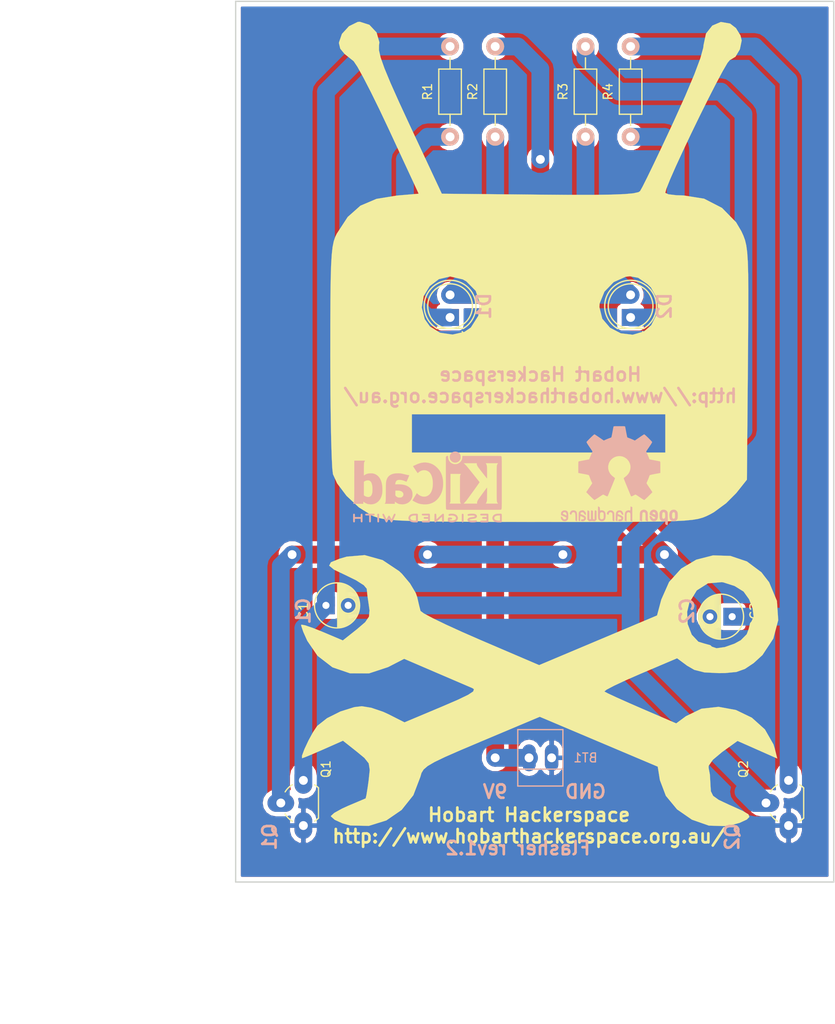
<source format=kicad_pcb>
(kicad_pcb (version 4) (host pcbnew 4.0.5-e0-6337~49~ubuntu16.04.1)

  (general
    (links 16)
    (no_connects 0)
    (area 96.444999 55.804999 163.905001 155.015001)
    (thickness 1.6)
    (drawings 17)
    (tracks 60)
    (zones 0)
    (modules 14)
    (nets 9)
  )

  (page A4)
  (layers
    (0 F.Cu signal)
    (31 B.Cu signal)
    (32 B.Adhes user)
    (33 F.Adhes user)
    (34 B.Paste user)
    (35 F.Paste user)
    (36 B.SilkS user)
    (37 F.SilkS user)
    (38 B.Mask user)
    (39 F.Mask user)
    (40 Dwgs.User user)
    (41 Cmts.User user)
    (42 Eco1.User user)
    (43 Eco2.User user)
    (44 Edge.Cuts user)
    (45 Margin user)
    (46 B.CrtYd user)
    (47 F.CrtYd user)
    (48 B.Fab user)
    (49 F.Fab user)
  )

  (setup
    (last_trace_width 2)
    (trace_clearance 0.2)
    (zone_clearance 0.508)
    (zone_45_only no)
    (trace_min 0.2)
    (segment_width 0.2)
    (edge_width 0.15)
    (via_size 2)
    (via_drill 1)
    (via_min_size 0.4)
    (via_min_drill 0.3)
    (uvia_size 0.3)
    (uvia_drill 0.1)
    (uvias_allowed no)
    (uvia_min_size 0.2)
    (uvia_min_drill 0.1)
    (pcb_text_width 0.3)
    (pcb_text_size 1.5 1.5)
    (mod_edge_width 0.15)
    (mod_text_size 1 1)
    (mod_text_width 0.15)
    (pad_size 1.524 1.524)
    (pad_drill 0.762)
    (pad_to_mask_clearance 0.2)
    (aux_axis_origin 95.25 156.21)
    (visible_elements 7FFFFFFF)
    (pcbplotparams
      (layerselection 0x010f0_80000001)
      (usegerberextensions false)
      (excludeedgelayer true)
      (linewidth 0.200000)
      (plotframeref false)
      (viasonmask false)
      (mode 1)
      (useauxorigin true)
      (hpglpennumber 1)
      (hpglpenspeed 20)
      (hpglpendiameter 15)
      (hpglpenoverlay 2)
      (psnegative false)
      (psa4output false)
      (plotreference true)
      (plotvalue true)
      (plotinvisibletext false)
      (padsonsilk false)
      (subtractmaskfromsilk false)
      (outputformat 1)
      (mirror false)
      (drillshape 0)
      (scaleselection 1)
      (outputdirectory gerbers/))
  )

  (net 0 "")
  (net 1 "Net-(C1-Pad1)")
  (net 2 "Net-(C1-Pad2)")
  (net 3 "Net-(C2-Pad1)")
  (net 4 "Net-(C2-Pad2)")
  (net 5 "Net-(D1-Pad1)")
  (net 6 "Net-(D2-Pad1)")
  (net 7 +9V)
  (net 8 GND)

  (net_class Default "This is the default net class."
    (clearance 0.2)
    (trace_width 2)
    (via_dia 2)
    (via_drill 1)
    (uvia_dia 0.3)
    (uvia_drill 0.1)
    (add_net +9V)
    (add_net GND)
    (add_net "Net-(C1-Pad1)")
    (add_net "Net-(C1-Pad2)")
    (add_net "Net-(C2-Pad1)")
    (add_net "Net-(C2-Pad2)")
    (add_net "Net-(D1-Pad1)")
    (add_net "Net-(D2-Pad1)")
  )

  (net_class orig ""
    (clearance 0.2)
    (trace_width 0.25)
    (via_dia 0.6)
    (via_drill 0.4)
    (uvia_dia 0.3)
    (uvia_drill 0.1)
  )

  (module LEDs:LED-5MM (layer F.Cu) (tedit 5570F7EA) (tstamp 5851ED3E)
    (at 120.65 91.44 90)
    (descr "LED 5mm round vertical")
    (tags "LED 5mm round vertical")
    (path /5851CF9B)
    (fp_text reference D1 (at 1.524 4.064 90) (layer F.SilkS)
      (effects (font (size 1 1) (thickness 0.15)))
    )
    (fp_text value LED (at 1.524 -3.937 90) (layer F.Fab)
      (effects (font (size 1 1) (thickness 0.15)))
    )
    (fp_line (start -1.5 -1.55) (end -1.5 1.55) (layer F.CrtYd) (width 0.05))
    (fp_arc (start 1.3 0) (end -1.5 1.55) (angle -302) (layer F.CrtYd) (width 0.05))
    (fp_arc (start 1.27 0) (end -1.23 -1.5) (angle 297.5) (layer F.SilkS) (width 0.15))
    (fp_line (start -1.23 1.5) (end -1.23 -1.5) (layer F.SilkS) (width 0.15))
    (fp_circle (center 1.27 0) (end 0.97 -2.5) (layer F.SilkS) (width 0.15))
    (fp_text user K (at -1.905 1.905 90) (layer F.SilkS)
      (effects (font (size 1 1) (thickness 0.15)))
    )
    (pad 1 thru_hole rect (at 0 0 180) (size 2 1.9) (drill 1.00076) (layers *.Cu *.Mask)
      (net 5 "Net-(D1-Pad1)"))
    (pad 2 thru_hole circle (at 2.54 0 90) (size 1.9 1.9) (drill 1.00076) (layers *.Cu *.Mask)
      (net 7 +9V))
    (model LEDs.3dshapes/LED-5MM.wrl
      (at (xyz 0.05 0 0))
      (scale (xyz 1 1 1))
      (rotate (xyz 0 0 90))
    )
  )

  (module LEDs:LED-5MM (layer F.Cu) (tedit 5855D9C5) (tstamp 5851ED44)
    (at 140.97 91.44 90)
    (descr "LED 5mm round vertical")
    (tags "LED 5mm round vertical")
    (path /5851D045)
    (fp_text reference D2 (at 1.524 4.064 90) (layer F.SilkS)
      (effects (font (size 1 1) (thickness 0.15)))
    )
    (fp_text value LED (at 1.524 -3.937 90) (layer F.Fab)
      (effects (font (size 1 1) (thickness 0.15)))
    )
    (fp_line (start -1.5 -1.55) (end -1.5 1.55) (layer F.CrtYd) (width 0.05))
    (fp_arc (start 1.3 0) (end -1.5 1.55) (angle -302) (layer F.CrtYd) (width 0.05))
    (fp_arc (start 1.27 0) (end -1.23 -1.5) (angle 297.5) (layer F.SilkS) (width 0.15))
    (fp_line (start -1.23 1.5) (end -1.23 -1.5) (layer F.SilkS) (width 0.15))
    (fp_circle (center 1.27 0) (end 0.97 -2.5) (layer F.SilkS) (width 0.15))
    (fp_text user K (at -1.905 1.905 90) (layer F.SilkS)
      (effects (font (size 1 1) (thickness 0.15)))
    )
    (pad 1 thru_hole rect (at 0 0 180) (size 2 1.9) (drill 1.00076) (layers *.Cu *.Mask)
      (net 6 "Net-(D2-Pad1)"))
    (pad 2 thru_hole circle (at 2.54 0 90) (size 1.9 1.9) (drill 1.00076) (layers *.Cu *.Mask)
      (net 7 +9V))
    (model LEDs.3dshapes/LED-5MM.wrl
      (at (xyz 0.05 0 0))
      (scale (xyz 1 1 1))
      (rotate (xyz 0 0 90))
    )
  )

  (module Resistors_THT:Resistor_Horizontal_RM10mm (layer F.Cu) (tedit 58549017) (tstamp 58548DD0)
    (at 120.65 71.12 90)
    (descr "Resistor, Axial,  RM 10mm, 1/3W")
    (tags "Resistor Axial RM 10mm 1/3W")
    (path /5851D07F)
    (fp_text reference R1 (at 5.08 -2.54 90) (layer F.SilkS)
      (effects (font (size 1 1) (thickness 0.15)))
    )
    (fp_text value 470 (at 5.08 0 90) (layer F.Fab)
      (effects (font (size 1 1) (thickness 0.15)))
    )
    (fp_line (start -1.25 -1.5) (end 11.4 -1.5) (layer F.CrtYd) (width 0.05))
    (fp_line (start -1.25 1.5) (end -1.25 -1.5) (layer F.CrtYd) (width 0.05))
    (fp_line (start 11.4 -1.5) (end 11.4 1.5) (layer F.CrtYd) (width 0.05))
    (fp_line (start -1.25 1.5) (end 11.4 1.5) (layer F.CrtYd) (width 0.05))
    (fp_line (start 2.54 -1.27) (end 7.62 -1.27) (layer F.SilkS) (width 0.15))
    (fp_line (start 7.62 -1.27) (end 7.62 1.27) (layer F.SilkS) (width 0.15))
    (fp_line (start 7.62 1.27) (end 2.54 1.27) (layer F.SilkS) (width 0.15))
    (fp_line (start 2.54 1.27) (end 2.54 -1.27) (layer F.SilkS) (width 0.15))
    (fp_line (start 2.54 0) (end 1.27 0) (layer F.SilkS) (width 0.15))
    (fp_line (start 7.62 0) (end 8.89 0) (layer F.SilkS) (width 0.15))
    (pad 1 thru_hole circle (at 0 0 90) (size 1.99898 1.99898) (drill 1.00076) (layers *.Cu *.SilkS *.Mask)
      (net 5 "Net-(D1-Pad1)"))
    (pad 2 thru_hole circle (at 10.16 0 90) (size 1.99898 1.99898) (drill 1.00076) (layers *.Cu *.SilkS *.Mask)
      (net 1 "Net-(C1-Pad1)"))
    (model Resistors_ThroughHole.3dshapes/Resistor_Horizontal_RM10mm.wrl
      (at (xyz 0.2 0 0))
      (scale (xyz 0.4 0.4 0.4))
      (rotate (xyz 0 0 0))
    )
  )

  (module Resistors_THT:Resistor_Horizontal_RM10mm (layer F.Cu) (tedit 58549013) (tstamp 58548DD5)
    (at 125.73 71.12 90)
    (descr "Resistor, Axial,  RM 10mm, 1/3W")
    (tags "Resistor Axial RM 10mm 1/3W")
    (path /5851D13E)
    (fp_text reference R2 (at 5.08 -2.54 90) (layer F.SilkS)
      (effects (font (size 1 1) (thickness 0.15)))
    )
    (fp_text value 100k (at 5.08 0 90) (layer F.Fab)
      (effects (font (size 1 1) (thickness 0.15)))
    )
    (fp_line (start -1.25 -1.5) (end 11.4 -1.5) (layer F.CrtYd) (width 0.05))
    (fp_line (start -1.25 1.5) (end -1.25 -1.5) (layer F.CrtYd) (width 0.05))
    (fp_line (start 11.4 -1.5) (end 11.4 1.5) (layer F.CrtYd) (width 0.05))
    (fp_line (start -1.25 1.5) (end 11.4 1.5) (layer F.CrtYd) (width 0.05))
    (fp_line (start 2.54 -1.27) (end 7.62 -1.27) (layer F.SilkS) (width 0.15))
    (fp_line (start 7.62 -1.27) (end 7.62 1.27) (layer F.SilkS) (width 0.15))
    (fp_line (start 7.62 1.27) (end 2.54 1.27) (layer F.SilkS) (width 0.15))
    (fp_line (start 2.54 1.27) (end 2.54 -1.27) (layer F.SilkS) (width 0.15))
    (fp_line (start 2.54 0) (end 1.27 0) (layer F.SilkS) (width 0.15))
    (fp_line (start 7.62 0) (end 8.89 0) (layer F.SilkS) (width 0.15))
    (pad 1 thru_hole circle (at 0 0 90) (size 1.99898 1.99898) (drill 1.00076) (layers *.Cu *.SilkS *.Mask)
      (net 7 +9V))
    (pad 2 thru_hole circle (at 10.16 0 90) (size 1.99898 1.99898) (drill 1.00076) (layers *.Cu *.SilkS *.Mask)
      (net 4 "Net-(C2-Pad2)"))
    (model Resistors_ThroughHole.3dshapes/Resistor_Horizontal_RM10mm.wrl
      (at (xyz 0.2 0 0))
      (scale (xyz 0.4 0.4 0.4))
      (rotate (xyz 0 0 0))
    )
  )

  (module Resistors_THT:Resistor_Horizontal_RM10mm (layer F.Cu) (tedit 5854901A) (tstamp 58548DDA)
    (at 135.89 71.12 90)
    (descr "Resistor, Axial,  RM 10mm, 1/3W")
    (tags "Resistor Axial RM 10mm 1/3W")
    (path /5851D107)
    (fp_text reference R3 (at 5.08 -2.54 90) (layer F.SilkS)
      (effects (font (size 1 1) (thickness 0.15)))
    )
    (fp_text value 100k (at 5.08 0 90) (layer F.Fab)
      (effects (font (size 1 1) (thickness 0.15)))
    )
    (fp_line (start -1.25 -1.5) (end 11.4 -1.5) (layer F.CrtYd) (width 0.05))
    (fp_line (start -1.25 1.5) (end -1.25 -1.5) (layer F.CrtYd) (width 0.05))
    (fp_line (start 11.4 -1.5) (end 11.4 1.5) (layer F.CrtYd) (width 0.05))
    (fp_line (start -1.25 1.5) (end 11.4 1.5) (layer F.CrtYd) (width 0.05))
    (fp_line (start 2.54 -1.27) (end 7.62 -1.27) (layer F.SilkS) (width 0.15))
    (fp_line (start 7.62 -1.27) (end 7.62 1.27) (layer F.SilkS) (width 0.15))
    (fp_line (start 7.62 1.27) (end 2.54 1.27) (layer F.SilkS) (width 0.15))
    (fp_line (start 2.54 1.27) (end 2.54 -1.27) (layer F.SilkS) (width 0.15))
    (fp_line (start 2.54 0) (end 1.27 0) (layer F.SilkS) (width 0.15))
    (fp_line (start 7.62 0) (end 8.89 0) (layer F.SilkS) (width 0.15))
    (pad 1 thru_hole circle (at 0 0 90) (size 1.99898 1.99898) (drill 1.00076) (layers *.Cu *.SilkS *.Mask)
      (net 7 +9V))
    (pad 2 thru_hole circle (at 10.16 0 90) (size 1.99898 1.99898) (drill 1.00076) (layers *.Cu *.SilkS *.Mask)
      (net 2 "Net-(C1-Pad2)"))
    (model Resistors_ThroughHole.3dshapes/Resistor_Horizontal_RM10mm.wrl
      (at (xyz 0.2 0 0))
      (scale (xyz 0.4 0.4 0.4))
      (rotate (xyz 0 0 0))
    )
  )

  (module Resistors_THT:Resistor_Horizontal_RM10mm (layer F.Cu) (tedit 5854901C) (tstamp 58548E92)
    (at 140.97 71.12 90)
    (descr "Resistor, Axial,  RM 10mm, 1/3W")
    (tags "Resistor Axial RM 10mm 1/3W")
    (path /5851D0B1)
    (fp_text reference R4 (at 5.08 -2.54 90) (layer F.SilkS)
      (effects (font (size 1 1) (thickness 0.15)))
    )
    (fp_text value 470 (at 5.08 0 90) (layer F.Fab)
      (effects (font (size 1 1) (thickness 0.15)))
    )
    (fp_line (start -1.25 -1.5) (end 11.4 -1.5) (layer F.CrtYd) (width 0.05))
    (fp_line (start -1.25 1.5) (end -1.25 -1.5) (layer F.CrtYd) (width 0.05))
    (fp_line (start 11.4 -1.5) (end 11.4 1.5) (layer F.CrtYd) (width 0.05))
    (fp_line (start -1.25 1.5) (end 11.4 1.5) (layer F.CrtYd) (width 0.05))
    (fp_line (start 2.54 -1.27) (end 7.62 -1.27) (layer F.SilkS) (width 0.15))
    (fp_line (start 7.62 -1.27) (end 7.62 1.27) (layer F.SilkS) (width 0.15))
    (fp_line (start 7.62 1.27) (end 2.54 1.27) (layer F.SilkS) (width 0.15))
    (fp_line (start 2.54 1.27) (end 2.54 -1.27) (layer F.SilkS) (width 0.15))
    (fp_line (start 2.54 0) (end 1.27 0) (layer F.SilkS) (width 0.15))
    (fp_line (start 7.62 0) (end 8.89 0) (layer F.SilkS) (width 0.15))
    (pad 1 thru_hole circle (at 0 0 90) (size 1.99898 1.99898) (drill 1.00076) (layers *.Cu *.SilkS *.Mask)
      (net 6 "Net-(D2-Pad1)"))
    (pad 2 thru_hole circle (at 10.16 0 90) (size 1.99898 1.99898) (drill 1.00076) (layers *.Cu *.SilkS *.Mask)
      (net 3 "Net-(C2-Pad1)"))
    (model Resistors_ThroughHole.3dshapes/Resistor_Horizontal_RM10mm.wrl
      (at (xyz 0.2 0 0))
      (scale (xyz 0.4 0.4 0.4))
      (rotate (xyz 0 0 0))
    )
  )

  (module HHS_logo_Large:hhs-large-f-silk (layer F.Cu) (tedit 5855DA36) (tstamp 58554D15)
    (at 130.81 103.505)
    (fp_text reference G*** (at 0 3.175) (layer F.SilkS) hide
      (effects (font (thickness 0.3)))
    )
    (fp_text value LOGO (at 0.75 0) (layer F.SilkS) hide
      (effects (font (thickness 0.3)))
    )
    (fp_poly (pts (xy -17.755575 15.223289) (xy -15.891379 16.466673) (xy -15.572588 16.769312) (xy -14.673459 17.838331)
      (xy -14.027315 18.916303) (xy -13.865014 19.369452) (xy -13.640394 20.338112) (xy -13.483119 20.946635)
      (xy -13.0988 21.230581) (xy -12.108554 21.758231) (xy -10.628226 22.473534) (xy -8.773656 23.32044)
      (xy -6.744997 24.206846) (xy -0.135404 27.035806) (xy 6.500077 24.242561) (xy 13.135557 21.449315)
      (xy 13.244197 21.043122) (xy 16.526891 21.043122) (xy 16.581841 22.41847) (xy 17.042049 23.612279)
      (xy 17.78996 24.405699) (xy 18.440784 24.606181) (xy 19.130582 24.795481) (xy 19.313409 24.961227)
      (xy 19.831487 25.139806) (xy 20.768399 25.006258) (xy 21.855847 24.62082) (xy 22.566923 24.230774)
      (xy 23.227907 23.565858) (xy 23.446154 22.984448) (xy 23.614067 22.299877) (xy 23.77177 22.118728)
      (xy 24.005111 21.569392) (xy 23.884772 20.644711) (xy 23.486196 19.622526) (xy 22.884827 18.780681)
      (xy 22.85856 18.75557) (xy 21.86352 18.138838) (xy 20.602609 17.733838) (xy 20.424496 17.705379)
      (xy 18.857732 17.840266) (xy 17.606016 18.63713) (xy 16.775883 20.004741) (xy 16.526891 21.043122)
      (xy 13.244197 21.043122) (xy 13.613845 19.661053) (xy 14.492048 17.684196) (xy 15.851319 16.182084)
      (xy 17.549202 15.177496) (xy 19.443242 14.693206) (xy 21.390986 14.751992) (xy 23.24998 15.37663)
      (xy 24.877767 16.589897) (xy 25.753717 17.720049) (xy 26.627589 19.815739) (xy 26.775333 21.974405)
      (xy 26.224509 24.05225) (xy 25.002679 25.905479) (xy 24.011471 26.810078) (xy 23.026621 27.466758)
      (xy 22.069381 27.808613) (xy 20.808634 27.931051) (xy 20.09008 27.94) (xy 18.466945 27.859469)
      (xy 17.332566 27.574141) (xy 16.519836 27.104365) (xy 15.38958 26.26873) (xy 11.207645 28.044656)
      (xy 9.587761 28.753481) (xy 8.292436 29.360466) (xy 7.455726 29.799916) (xy 7.209208 30.004079)
      (xy 7.622159 30.224202) (xy 8.599975 30.679525) (xy 9.988223 31.299609) (xy 11.342392 31.889312)
      (xy 15.292078 33.591047) (xy 16.378362 32.787923) (xy 18.129842 31.940947) (xy 20.065835 31.727797)
      (xy 22.015845 32.086045) (xy 23.809375 32.953263) (xy 25.27593 34.267022) (xy 26.245013 35.964894)
      (xy 26.392759 36.454761) (xy 26.664829 37.544908) (xy 24.429881 36.556508) (xy 22.194934 35.568108)
      (xy 20.463081 36.811831) (xy 19.423661 37.681648) (xy 18.943639 38.367713) (xy 18.93946 38.598198)
      (xy 19.083243 39.347777) (xy 19.147463 40.42378) (xy 19.147692 40.487746) (xy 19.196271 41.230057)
      (xy 19.450282 41.743972) (xy 20.072136 42.191487) (xy 21.224245 42.734599) (xy 21.536823 42.870785)
      (xy 22.78682 43.437822) (xy 23.41564 43.818735) (xy 23.530677 44.110226) (xy 23.242521 44.40666)
      (xy 22.42367 44.784465) (xy 21.247522 45.096374) (xy 20.939802 45.149226) (xy 18.970459 45.09265)
      (xy 17.059912 44.423596) (xy 15.385605 43.265653) (xy 14.124982 41.74241) (xy 13.45549 39.977457)
      (xy 13.447832 39.931123) (xy 13.212765 38.461096) (xy 6.574039 35.65562) (xy -0.064686 32.850144)
      (xy -6.655121 35.621708) (xy -8.990909 36.61029) (xy -10.705195 37.361054) (xy -11.899406 37.933131)
      (xy -12.674967 38.385655) (xy -13.133303 38.777757) (xy -13.375841 39.16857) (xy -13.503394 39.614328)
      (xy -14.289638 41.669112) (xy -15.61334 43.328687) (xy -17.330714 44.507444) (xy -19.297975 45.119773)
      (xy -21.371338 45.080065) (xy -22.273846 44.836216) (xy -23.142246 44.438501) (xy -23.562127 44.066107)
      (xy -23.569426 44.000138) (xy -23.196902 43.661356) (xy -22.320782 43.175768) (xy -21.61558 42.855597)
      (xy -20.545182 42.404094) (xy -19.830296 42.10108) (xy -19.661633 42.028373) (xy -19.574182 41.657876)
      (xy -19.428868 40.747112) (xy -19.326941 40.014864) (xy -19.202201 38.829854) (xy -19.317506 38.091784)
      (xy -19.803875 37.478465) (xy -20.638558 36.7895) (xy -22.212654 35.542793) (xy -24.441105 36.528319)
      (xy -25.626 37.042399) (xy -26.490776 37.39896) (xy -26.82156 37.513846) (xy -26.823812 37.214177)
      (xy -26.545432 36.47025) (xy -26.09648 35.514684) (xy -25.587017 34.580098) (xy -25.127103 33.899111)
      (xy -25.09202 33.858343) (xy -24.003126 33.002109) (xy -22.496872 32.250127) (xy -20.9355 31.761635)
      (xy -20.09315 31.660889) (xy -19.026041 31.834568) (xy -17.699909 32.284405) (xy -17.089655 32.563442)
      (xy -15.289933 33.474578) (xy -11.090649 31.711941) (xy -9.28722 30.934506) (xy -8.136561 30.380262)
      (xy -7.558631 30.000748) (xy -7.473391 29.747507) (xy -7.646452 29.626727) (xy -8.325663 29.335922)
      (xy -9.519926 28.824004) (xy -11.026095 28.178063) (xy -11.864777 27.818272) (xy -15.328015 26.332393)
      (xy -17.140161 27.263349) (xy -19.284573 27.970034) (xy -21.418615 27.961884) (xy -23.398525 27.285677)
      (xy -25.080537 25.988193) (xy -26.232069 24.304988) (xy -26.68362 23.298004) (xy -26.910856 22.62444)
      (xy -26.910117 22.482899) (xy -26.506232 22.549277) (xy -25.59364 22.861826) (xy -24.498291 23.299867)
      (xy -22.22889 24.257758) (xy -20.647707 23.005438) (xy -19.715599 22.208743) (xy -19.28805 21.587122)
      (xy -19.22749 20.870149) (xy -19.298192 20.352712) (xy -19.45523 19.279357) (xy -19.53264 18.508075)
      (xy -19.534161 18.452675) (xy -19.869011 18.053784) (xy -20.740824 17.496378) (xy -21.905471 16.9265)
      (xy -23.209632 16.30781) (xy -23.766649 15.849557) (xy -23.571699 15.467722) (xy -22.61996 15.078284)
      (xy -21.785385 14.834066) (xy -19.766205 14.66477) (xy -17.755575 15.223289)) (layer F.SilkS) (width 0.01))
    (fp_poly (pts (xy -19.24091 -44.985014) (xy -18.43556 -44.129377) (xy -18.118276 -43.027839) (xy -18.158201 -42.65107)
      (xy -18.162019 -42.114541) (xy -17.9678 -41.288349) (xy -17.543425 -40.089211) (xy -16.856771 -38.433841)
      (xy -15.875719 -36.238954) (xy -14.739378 -33.786527) (xy -11.086823 -25.986154) (xy -0.125466 -25.882466)
      (xy 3.271998 -25.858319) (xy 5.959565 -25.858955) (xy 8.008554 -25.886832) (xy 9.490287 -25.944406)
      (xy 10.476085 -26.034133) (xy 11.037269 -26.15847) (xy 11.220367 -26.273235) (xy 11.495517 -26.765448)
      (xy 12.041163 -27.853346) (xy 12.801864 -29.422287) (xy 13.72218 -31.357628) (xy 14.74667 -33.544726)
      (xy 14.985498 -34.058998) (xy 16.317074 -37.004057) (xy 17.330423 -39.404747) (xy 18.009177 -41.219265)
      (xy 18.33697 -42.405809) (xy 18.366154 -42.693049) (xy 18.642743 -43.994489) (xy 19.352791 -44.89698)
      (xy 20.316715 -45.306024) (xy 21.354931 -45.127124) (xy 22.017897 -44.614616) (xy 22.527894 -43.788477)
      (xy 22.664615 -43.221234) (xy 22.45934 -42.227946) (xy 21.96484 -41.398007) (xy 21.363104 -41.031552)
      (xy 21.33642 -41.03077) (xy 21.063005 -40.696233) (xy 20.527238 -39.776961) (xy 19.79071 -38.399459)
      (xy 18.915009 -36.690233) (xy 17.961725 -34.775788) (xy 16.992448 -32.78263) (xy 16.068769 -30.837265)
      (xy 15.252275 -29.066199) (xy 14.604558 -27.595936) (xy 14.187206 -26.552984) (xy 14.059466 -26.083847)
      (xy 14.417083 -25.920739) (xy 15.32766 -25.814336) (xy 16.140418 -25.79077) (xy 18.435238 -25.426123)
      (xy 20.447071 -24.391042) (xy 22.03346 -22.773817) (xy 22.623422 -21.772785) (xy 22.854248 -21.272592)
      (xy 23.038251 -20.769276) (xy 23.179855 -20.174042) (xy 23.283483 -19.398098) (xy 23.353558 -18.35265)
      (xy 23.394504 -16.948905) (xy 23.410744 -15.098068) (xy 23.406701 -12.711347) (xy 23.386799 -9.699947)
      (xy 23.363582 -6.914912) (xy 23.250769 6.180953) (xy 22.05581 7.682015) (xy 20.921063 8.821075)
      (xy 19.546635 9.832784) (xy 19.139933 10.062307) (xy 18.716728 10.271389) (xy 18.29113 10.444344)
      (xy 17.788773 10.584559) (xy 17.135288 10.695419) (xy 16.256308 10.78031) (xy 15.077464 10.842616)
      (xy 13.52439 10.885724) (xy 11.522718 10.91302) (xy 8.998079 10.927887) (xy 5.876106 10.933713)
      (xy 2.082431 10.933883) (xy 0.014892 10.932956) (xy -4.16131 10.928873) (xy -7.629658 10.919252)
      (xy -10.46383 10.901296) (xy -12.737506 10.872207) (xy -14.524366 10.829189) (xy -15.898087 10.769444)
      (xy -16.932349 10.690174) (xy -17.700832 10.588584) (xy -18.277215 10.461876) (xy -18.735176 10.307252)
      (xy -18.95566 10.21276) (xy -20.422205 9.296099) (xy -21.804545 8.009289) (xy -22.873841 6.594952)
      (xy -23.342816 5.561295) (xy -23.416601 4.915185) (xy -23.48376 3.591845) (xy -23.541963 1.69557)
      (xy -23.588882 -0.669343) (xy -23.595019 -1.172308) (xy -14.458462 -1.172308) (xy -14.458462 3.126153)
      (xy 14.067692 3.126153) (xy 14.067692 -1.172308) (xy -14.458462 -1.172308) (xy -23.595019 -1.172308)
      (xy -23.622186 -3.398599) (xy -23.639547 -6.387901) (xy -23.641539 -7.815385) (xy -23.638378 -11.275747)
      (xy -23.629618 -13.189242) (xy -13.345754 -13.189242) (xy -13.00444 -11.865121) (xy -12.436499 -11.064417)
      (xy -11.297097 -10.352695) (xy -9.892901 -10.142992) (xy -8.540164 -10.444416) (xy -7.825325 -10.931599)
      (xy -6.984378 -12.249403) (xy -6.865333 -13.246601) (xy 6.643077 -13.246601) (xy 6.977818 -11.918842)
      (xy 7.848074 -10.908592) (xy 9.052896 -10.286713) (xy 10.391334 -10.124067) (xy 11.662438 -10.491516)
      (xy 12.476253 -11.189622) (xy 13.211297 -12.649736) (xy 13.19546 -14.110919) (xy 12.440733 -15.444932)
      (xy 12.042719 -15.826038) (xy 11.01139 -16.528568) (xy 10.074501 -16.703387) (xy 9.600412 -16.642732)
      (xy 8.259415 -16.047132) (xy 7.213734 -14.965213) (xy 6.674549 -13.639488) (xy 6.643077 -13.246601)
      (xy -6.865333 -13.246601) (xy -6.812142 -13.692161) (xy -7.274345 -15.05407) (xy -8.336717 -16.129325)
      (xy -8.726986 -16.346188) (xy -10.143071 -16.676455) (xy -11.418305 -16.375944) (xy -12.447372 -15.594604)
      (xy -13.12496 -14.482386) (xy -13.345754 -13.189242) (xy -23.629618 -13.189242) (xy -23.625704 -14.044134)
      (xy -23.598732 -16.210093) (xy -23.552675 -17.863174) (xy -23.482748 -19.092924) (xy -23.384164 -19.988892)
      (xy -23.252137 -20.640627) (xy -23.081883 -21.137677) (xy -22.91057 -21.492308) (xy -21.680901 -23.372695)
      (xy -20.251044 -24.639968) (xy -18.44317 -25.406564) (xy -16.127694 -25.780903) (xy -13.693849 -25.986154)
      (xy -17.049308 -33.215385) (xy -18.099675 -35.435282) (xy -19.079786 -37.426696) (xy -19.929806 -39.074289)
      (xy -20.589899 -40.262723) (xy -21.00023 -40.876661) (xy -21.04623 -40.91975) (xy -22.035298 -41.709473)
      (xy -22.520141 -42.298767) (xy -22.662734 -42.895834) (xy -22.664616 -43.000023) (xy -22.334525 -43.961249)
      (xy -21.538609 -44.825754) (xy -20.568402 -45.303922) (xy -20.32 -45.329231) (xy -19.24091 -44.985014)) (layer F.SilkS) (width 0.01))
  )

  (module Symbols:OSHW-Logo2_14.6x12mm_SilkScreen (layer B.Cu) (tedit 0) (tstamp 5855DE80)
    (at 139.7 109.22 180)
    (descr "Open Source Hardware Symbol")
    (tags "Logo Symbol OSHW")
    (attr virtual)
    (fp_text reference REF*** (at 0 0 180) (layer B.SilkS) hide
      (effects (font (size 1 1) (thickness 0.15)) (justify mirror))
    )
    (fp_text value OSHW-Logo2_14.6x12mm_SilkScreen (at 0.75 0 180) (layer B.Fab) hide
      (effects (font (size 1 1) (thickness 0.15)) (justify mirror))
    )
    (fp_poly (pts (xy -4.8281 -3.861903) (xy -4.71655 -3.917522) (xy -4.618092 -4.019931) (xy -4.590977 -4.057864)
      (xy -4.561438 -4.1075) (xy -4.542272 -4.161412) (xy -4.531307 -4.233364) (xy -4.526371 -4.337122)
      (xy -4.525287 -4.474101) (xy -4.530182 -4.661815) (xy -4.547196 -4.802758) (xy -4.579823 -4.907908)
      (xy -4.631558 -4.988243) (xy -4.705896 -5.054741) (xy -4.711358 -5.058678) (xy -4.78462 -5.098953)
      (xy -4.87284 -5.11888) (xy -4.985038 -5.123793) (xy -5.167433 -5.123793) (xy -5.167509 -5.300857)
      (xy -5.169207 -5.39947) (xy -5.17955 -5.457314) (xy -5.206578 -5.492006) (xy -5.258332 -5.521164)
      (xy -5.270761 -5.527121) (xy -5.328923 -5.555039) (xy -5.373956 -5.572672) (xy -5.407441 -5.574194)
      (xy -5.430962 -5.553781) (xy -5.4461 -5.505607) (xy -5.454437 -5.423846) (xy -5.457556 -5.302672)
      (xy -5.45704 -5.13626) (xy -5.454471 -4.918785) (xy -5.453668 -4.853736) (xy -5.450778 -4.629502)
      (xy -5.448188 -4.482821) (xy -5.167586 -4.482821) (xy -5.166009 -4.607326) (xy -5.159 -4.688787)
      (xy -5.143142 -4.742515) (xy -5.115019 -4.783823) (xy -5.095925 -4.803971) (xy -5.017865 -4.862921)
      (xy -4.948753 -4.86772) (xy -4.87744 -4.819038) (xy -4.875632 -4.817241) (xy -4.846617 -4.779618)
      (xy -4.828967 -4.728484) (xy -4.820064 -4.649738) (xy -4.817291 -4.529276) (xy -4.817241 -4.502588)
      (xy -4.823942 -4.336583) (xy -4.845752 -4.221505) (xy -4.885235 -4.151254) (xy -4.944956 -4.119729)
      (xy -4.979472 -4.116552) (xy -5.061389 -4.13146) (xy -5.117579 -4.180548) (xy -5.151402 -4.270362)
      (xy -5.16622 -4.407445) (xy -5.167586 -4.482821) (xy -5.448188 -4.482821) (xy -5.447713 -4.455952)
      (xy -5.443753 -4.325382) (xy -5.438174 -4.230087) (xy -5.430254 -4.162364) (xy -5.419269 -4.114507)
      (xy -5.404499 -4.078813) (xy -5.385218 -4.047578) (xy -5.376951 -4.035824) (xy -5.267288 -3.924797)
      (xy -5.128635 -3.861847) (xy -4.968246 -3.844297) (xy -4.8281 -3.861903)) (layer B.SilkS) (width 0.01))
    (fp_poly (pts (xy -2.582571 -3.877719) (xy -2.488877 -3.931914) (xy -2.423736 -3.985707) (xy -2.376093 -4.042066)
      (xy -2.343272 -4.110987) (xy -2.322594 -4.202468) (xy -2.31138 -4.326506) (xy -2.306951 -4.493098)
      (xy -2.306437 -4.612851) (xy -2.306437 -5.053659) (xy -2.430517 -5.109283) (xy -2.554598 -5.164907)
      (xy -2.569195 -4.682095) (xy -2.575227 -4.501779) (xy -2.581555 -4.370901) (xy -2.589394 -4.280511)
      (xy -2.599963 -4.221664) (xy -2.614477 -4.185413) (xy -2.634152 -4.16281) (xy -2.640465 -4.157917)
      (xy -2.736112 -4.119706) (xy -2.832793 -4.134827) (xy -2.890345 -4.174943) (xy -2.913755 -4.20337)
      (xy -2.929961 -4.240672) (xy -2.940259 -4.297223) (xy -2.945951 -4.383394) (xy -2.948336 -4.509558)
      (xy -2.948736 -4.641042) (xy -2.948814 -4.805999) (xy -2.951639 -4.922761) (xy -2.961093 -5.00151)
      (xy -2.98106 -5.052431) (xy -3.015424 -5.085706) (xy -3.068068 -5.11152) (xy -3.138383 -5.138344)
      (xy -3.21518 -5.167542) (xy -3.206038 -4.649346) (xy -3.202357 -4.462539) (xy -3.19805 -4.32449)
      (xy -3.191877 -4.225568) (xy -3.182598 -4.156145) (xy -3.168973 -4.10659) (xy -3.149761 -4.067273)
      (xy -3.126598 -4.032584) (xy -3.014848 -3.92177) (xy -2.878487 -3.857689) (xy -2.730175 -3.842339)
      (xy -2.582571 -3.877719)) (layer B.SilkS) (width 0.01))
    (fp_poly (pts (xy -5.951779 -3.866015) (xy -5.814939 -3.937968) (xy -5.713949 -4.053766) (xy -5.678075 -4.128213)
      (xy -5.650161 -4.239992) (xy -5.635871 -4.381227) (xy -5.634516 -4.535371) (xy -5.645405 -4.685879)
      (xy -5.667847 -4.816205) (xy -5.70115 -4.909803) (xy -5.711385 -4.925922) (xy -5.832618 -5.046249)
      (xy -5.976613 -5.118317) (xy -6.132861 -5.139408) (xy -6.290852 -5.106802) (xy -6.33482 -5.087253)
      (xy -6.420444 -5.027012) (xy -6.495592 -4.947135) (xy -6.502694 -4.937004) (xy -6.531561 -4.888181)
      (xy -6.550643 -4.83599) (xy -6.561916 -4.767285) (xy -6.567355 -4.668918) (xy -6.568938 -4.527744)
      (xy -6.568965 -4.496092) (xy -6.568893 -4.486019) (xy -6.277011 -4.486019) (xy -6.275313 -4.619256)
      (xy -6.268628 -4.707674) (xy -6.254575 -4.764785) (xy -6.230771 -4.804102) (xy -6.218621 -4.817241)
      (xy -6.148764 -4.867172) (xy -6.080941 -4.864895) (xy -6.012365 -4.821584) (xy -5.971465 -4.775346)
      (xy -5.947242 -4.707857) (xy -5.933639 -4.601433) (xy -5.932706 -4.58902) (xy -5.930384 -4.396147)
      (xy -5.95465 -4.2529) (xy -6.005176 -4.16016) (xy -6.081632 -4.118807) (xy -6.108924 -4.116552)
      (xy -6.180589 -4.127893) (xy -6.22961 -4.167184) (xy -6.259582 -4.242326) (xy -6.274101 -4.361222)
      (xy -6.277011 -4.486019) (xy -6.568893 -4.486019) (xy -6.567878 -4.345659) (xy -6.563312 -4.240549)
      (xy -6.553312 -4.167714) (xy -6.535921 -4.114108) (xy -6.509184 -4.066681) (xy -6.503276 -4.057864)
      (xy -6.403968 -3.939007) (xy -6.295758 -3.870008) (xy -6.164019 -3.842619) (xy -6.119283 -3.841281)
      (xy -5.951779 -3.866015)) (layer B.SilkS) (width 0.01))
    (fp_poly (pts (xy -3.684448 -3.884676) (xy -3.569342 -3.962111) (xy -3.480389 -4.073949) (xy -3.427251 -4.216265)
      (xy -3.416503 -4.321015) (xy -3.417724 -4.364726) (xy -3.427944 -4.398194) (xy -3.456039 -4.428179)
      (xy -3.510884 -4.46144) (xy -3.601355 -4.504738) (xy -3.736328 -4.564833) (xy -3.737011 -4.565134)
      (xy -3.861249 -4.622037) (xy -3.963127 -4.672565) (xy -4.032233 -4.71128) (xy -4.058154 -4.73274)
      (xy -4.058161 -4.732913) (xy -4.035315 -4.779644) (xy -3.981891 -4.831154) (xy -3.920558 -4.868261)
      (xy -3.889485 -4.875632) (xy -3.804711 -4.850138) (xy -3.731707 -4.786291) (xy -3.696087 -4.716094)
      (xy -3.66182 -4.664343) (xy -3.594697 -4.605409) (xy -3.515792 -4.554496) (xy -3.446179 -4.526809)
      (xy -3.431623 -4.525287) (xy -3.415237 -4.550321) (xy -3.41425 -4.614311) (xy -3.426292 -4.700593)
      (xy -3.448993 -4.792501) (xy -3.479986 -4.873369) (xy -3.481552 -4.876509) (xy -3.574819 -5.006734)
      (xy -3.695696 -5.095311) (xy -3.832973 -5.138786) (xy -3.97544 -5.133706) (xy -4.111888 -5.076616)
      (xy -4.117955 -5.072602) (xy -4.22529 -4.975326) (xy -4.295868 -4.848409) (xy -4.334926 -4.681526)
      (xy -4.340168 -4.634639) (xy -4.349452 -4.413329) (xy -4.338322 -4.310124) (xy -4.058161 -4.310124)
      (xy -4.054521 -4.374503) (xy -4.034611 -4.393291) (xy -3.984974 -4.379235) (xy -3.906733 -4.346009)
      (xy -3.819274 -4.304359) (xy -3.817101 -4.303256) (xy -3.74297 -4.264265) (xy -3.713219 -4.238244)
      (xy -3.720555 -4.210965) (xy -3.751447 -4.175121) (xy -3.83004 -4.123251) (xy -3.914677 -4.119439)
      (xy -3.990597 -4.157189) (xy -4.043035 -4.230001) (xy -4.058161 -4.310124) (xy -4.338322 -4.310124)
      (xy -4.330356 -4.236261) (xy -4.281366 -4.095829) (xy -4.213164 -3.997447) (xy -4.090065 -3.89803)
      (xy -3.954472 -3.848711) (xy -3.816045 -3.845568) (xy -3.684448 -3.884676)) (layer B.SilkS) (width 0.01))
    (fp_poly (pts (xy -1.255402 -3.723857) (xy -1.246846 -3.843188) (xy -1.237019 -3.913506) (xy -1.223401 -3.944179)
      (xy -1.203473 -3.944571) (xy -1.197011 -3.94091) (xy -1.11106 -3.914398) (xy -0.999255 -3.915946)
      (xy -0.885586 -3.943199) (xy -0.81449 -3.978455) (xy -0.741595 -4.034778) (xy -0.688307 -4.098519)
      (xy -0.651725 -4.17951) (xy -0.62895 -4.287586) (xy -0.617081 -4.43258) (xy -0.613218 -4.624326)
      (xy -0.613149 -4.661109) (xy -0.613103 -5.074288) (xy -0.705046 -5.106339) (xy -0.770348 -5.128144)
      (xy -0.806176 -5.138297) (xy -0.80723 -5.138391) (xy -0.810758 -5.11086) (xy -0.813761 -5.034923)
      (xy -0.81601 -4.920565) (xy -0.817276 -4.777769) (xy -0.817471 -4.690951) (xy -0.817877 -4.519773)
      (xy -0.819968 -4.397088) (xy -0.825053 -4.313) (xy -0.83444 -4.257614) (xy -0.849439 -4.221032)
      (xy -0.871358 -4.193359) (xy -0.885043 -4.180032) (xy -0.979051 -4.126328) (xy -1.081636 -4.122307)
      (xy -1.17471 -4.167725) (xy -1.191922 -4.184123) (xy -1.217168 -4.214957) (xy -1.23468 -4.251531)
      (xy -1.245858 -4.304415) (xy -1.252104 -4.384177) (xy -1.254818 -4.501385) (xy -1.255402 -4.662991)
      (xy -1.255402 -5.074288) (xy -1.347345 -5.106339) (xy -1.412647 -5.128144) (xy -1.448475 -5.138297)
      (xy -1.449529 -5.138391) (xy -1.452225 -5.110448) (xy -1.454655 -5.03163) (xy -1.456722 -4.909453)
      (xy -1.458329 -4.751432) (xy -1.459377 -4.565083) (xy -1.459769 -4.35792) (xy -1.45977 -4.348706)
      (xy -1.45977 -3.55902) (xy -1.364885 -3.518997) (xy -1.27 -3.478973) (xy -1.255402 -3.723857)) (layer B.SilkS) (width 0.01))
    (fp_poly (pts (xy 0.079944 -3.92436) (xy 0.194343 -3.966842) (xy 0.195652 -3.967658) (xy 0.266403 -4.01973)
      (xy 0.318636 -4.080584) (xy 0.355371 -4.159887) (xy 0.379634 -4.267309) (xy 0.394445 -4.412517)
      (xy 0.402829 -4.605179) (xy 0.403564 -4.632628) (xy 0.41412 -5.046521) (xy 0.325291 -5.092456)
      (xy 0.261018 -5.123498) (xy 0.22221 -5.138206) (xy 0.220415 -5.138391) (xy 0.2137 -5.11125)
      (xy 0.208365 -5.038041) (xy 0.205083 -4.931081) (xy 0.204368 -4.844469) (xy 0.204351 -4.704162)
      (xy 0.197937 -4.616051) (xy 0.17558 -4.574025) (xy 0.127732 -4.571975) (xy 0.044849 -4.60379)
      (xy -0.080287 -4.662272) (xy -0.172303 -4.710845) (xy -0.219629 -4.752986) (xy -0.233542 -4.798916)
      (xy -0.233563 -4.801189) (xy -0.210605 -4.880311) (xy -0.14263 -4.923055) (xy -0.038602 -4.929246)
      (xy 0.03633 -4.928172) (xy 0.075839 -4.949753) (xy 0.100478 -5.001591) (xy 0.114659 -5.067632)
      (xy 0.094223 -5.105104) (xy 0.086528 -5.110467) (xy 0.014083 -5.132006) (xy -0.087367 -5.135055)
      (xy -0.191843 -5.120778) (xy -0.265875 -5.094688) (xy -0.368228 -5.007785) (xy -0.426409 -4.886816)
      (xy -0.437931 -4.792308) (xy -0.429138 -4.707062) (xy -0.39732 -4.637476) (xy -0.334316 -4.575672)
      (xy -0.231969 -4.513772) (xy -0.082118 -4.443897) (xy -0.072988 -4.439948) (xy 0.061997 -4.377588)
      (xy 0.145294 -4.326446) (xy 0.180997 -4.280488) (xy 0.173203 -4.233683) (xy 0.126007 -4.179998)
      (xy 0.111894 -4.167644) (xy 0.017359 -4.119741) (xy -0.080594 -4.121758) (xy -0.165903 -4.168724)
      (xy -0.222504 -4.255669) (xy -0.227763 -4.272734) (xy -0.278977 -4.355504) (xy -0.343963 -4.395372)
      (xy -0.437931 -4.434882) (xy -0.437931 -4.332658) (xy -0.409347 -4.184072) (xy -0.324505 -4.047784)
      (xy -0.280355 -4.002191) (xy -0.179995 -3.943674) (xy -0.052365 -3.917184) (xy 0.079944 -3.92436)) (layer B.SilkS) (width 0.01))
    (fp_poly (pts (xy 1.065943 -3.92192) (xy 1.198565 -3.970859) (xy 1.30601 -4.057419) (xy 1.348032 -4.118352)
      (xy 1.393843 -4.230161) (xy 1.392891 -4.311006) (xy 1.344808 -4.365378) (xy 1.327017 -4.374624)
      (xy 1.250204 -4.40345) (xy 1.210976 -4.396065) (xy 1.197689 -4.347658) (xy 1.197012 -4.32092)
      (xy 1.172686 -4.222548) (xy 1.109281 -4.153734) (xy 1.021154 -4.120498) (xy 0.922663 -4.128861)
      (xy 0.842602 -4.172296) (xy 0.815561 -4.197072) (xy 0.796394 -4.227129) (xy 0.783446 -4.272565)
      (xy 0.775064 -4.343476) (xy 0.769593 -4.44996) (xy 0.765378 -4.602112) (xy 0.764287 -4.650287)
      (xy 0.760307 -4.815095) (xy 0.755781 -4.931088) (xy 0.748995 -5.007833) (xy 0.738231 -5.054893)
      (xy 0.721773 -5.081835) (xy 0.697906 -5.098223) (xy 0.682626 -5.105463) (xy 0.617733 -5.13022)
      (xy 0.579534 -5.138391) (xy 0.566912 -5.111103) (xy 0.559208 -5.028603) (xy 0.55638 -4.889941)
      (xy 0.558386 -4.694162) (xy 0.559011 -4.663965) (xy 0.563421 -4.485349) (xy 0.568635 -4.354923)
      (xy 0.576055 -4.262492) (xy 0.587082 -4.197858) (xy 0.603117 -4.150825) (xy 0.625561 -4.111196)
      (xy 0.637302 -4.094215) (xy 0.704619 -4.01908) (xy 0.77991 -3.960638) (xy 0.789128 -3.955536)
      (xy 0.924133 -3.91526) (xy 1.065943 -3.92192)) (layer B.SilkS) (width 0.01))
    (fp_poly (pts (xy 2.393914 -4.154455) (xy 2.393543 -4.372661) (xy 2.392108 -4.540519) (xy 2.389002 -4.66607)
      (xy 2.383622 -4.757355) (xy 2.375362 -4.822415) (xy 2.363616 -4.869291) (xy 2.347781 -4.906024)
      (xy 2.33579 -4.926991) (xy 2.23649 -5.040694) (xy 2.110588 -5.111965) (xy 1.971291 -5.137538)
      (xy 1.831805 -5.11415) (xy 1.748743 -5.072119) (xy 1.661545 -4.999411) (xy 1.602117 -4.910612)
      (xy 1.566261 -4.79432) (xy 1.549781 -4.639135) (xy 1.547447 -4.525287) (xy 1.547761 -4.517106)
      (xy 1.751724 -4.517106) (xy 1.75297 -4.647657) (xy 1.758678 -4.73408) (xy 1.771804 -4.790618)
      (xy 1.795306 -4.831514) (xy 1.823386 -4.862362) (xy 1.917688 -4.921905) (xy 2.01894 -4.926992)
      (xy 2.114636 -4.877279) (xy 2.122084 -4.870543) (xy 2.153874 -4.835502) (xy 2.173808 -4.793811)
      (xy 2.1846 -4.731762) (xy 2.188965 -4.635644) (xy 2.189655 -4.529379) (xy 2.188159 -4.39588)
      (xy 2.181964 -4.306822) (xy 2.168514 -4.248293) (xy 2.145251 -4.206382) (xy 2.126175 -4.184123)
      (xy 2.037563 -4.127985) (xy 1.935508 -4.121235) (xy 1.838095 -4.164114) (xy 1.819296 -4.180032)
      (xy 1.787293 -4.215382) (xy 1.767318 -4.257502) (xy 1.756593 -4.320251) (xy 1.752339 -4.417487)
      (xy 1.751724 -4.517106) (xy 1.547761 -4.517106) (xy 1.554504 -4.341947) (xy 1.578472 -4.204195)
      (xy 1.623548 -4.100632) (xy 1.693928 -4.019856) (xy 1.748743 -3.978455) (xy 1.848376 -3.933728)
      (xy 1.963855 -3.912967) (xy 2.071199 -3.918525) (xy 2.131264 -3.940943) (xy 2.154835 -3.947323)
      (xy 2.170477 -3.923535) (xy 2.181395 -3.859788) (xy 2.189655 -3.762687) (xy 2.198699 -3.654541)
      (xy 2.211261 -3.589475) (xy 2.234119 -3.552268) (xy 2.274051 -3.527699) (xy 2.299138 -3.516819)
      (xy 2.394023 -3.477072) (xy 2.393914 -4.154455)) (layer B.SilkS) (width 0.01))
    (fp_poly (pts (xy 3.580124 -3.93984) (xy 3.584579 -4.016653) (xy 3.588071 -4.133391) (xy 3.590315 -4.280821)
      (xy 3.591035 -4.435455) (xy 3.591035 -4.958727) (xy 3.498645 -5.051117) (xy 3.434978 -5.108047)
      (xy 3.379089 -5.131107) (xy 3.302702 -5.129647) (xy 3.27238 -5.125934) (xy 3.17761 -5.115126)
      (xy 3.099222 -5.108933) (xy 3.080115 -5.108361) (xy 3.015699 -5.112102) (xy 2.923571 -5.121494)
      (xy 2.88785 -5.125934) (xy 2.800114 -5.132801) (xy 2.741153 -5.117885) (xy 2.68269 -5.071835)
      (xy 2.661585 -5.051117) (xy 2.569195 -4.958727) (xy 2.569195 -3.979947) (xy 2.643558 -3.946066)
      (xy 2.70759 -3.92097) (xy 2.745052 -3.912184) (xy 2.754657 -3.93995) (xy 2.763635 -4.01753)
      (xy 2.771386 -4.136348) (xy 2.777314 -4.287828) (xy 2.780173 -4.415805) (xy 2.788161 -4.919425)
      (xy 2.857848 -4.929278) (xy 2.921229 -4.922389) (xy 2.952286 -4.900083) (xy 2.960967 -4.858379)
      (xy 2.968378 -4.769544) (xy 2.973931 -4.644834) (xy 2.977036 -4.495507) (xy 2.977484 -4.418661)
      (xy 2.977931 -3.976287) (xy 3.069874 -3.944235) (xy 3.134949 -3.922443) (xy 3.170347 -3.912281)
      (xy 3.171368 -3.912184) (xy 3.17492 -3.939809) (xy 3.178823 -4.016411) (xy 3.182751 -4.132579)
      (xy 3.186376 -4.278904) (xy 3.188908 -4.415805) (xy 3.196897 -4.919425) (xy 3.372069 -4.919425)
      (xy 3.380107 -4.459965) (xy 3.388146 -4.000505) (xy 3.473543 -3.956344) (xy 3.536593 -3.926019)
      (xy 3.57391 -3.912258) (xy 3.574987 -3.912184) (xy 3.580124 -3.93984)) (layer B.SilkS) (width 0.01))
    (fp_poly (pts (xy 4.314406 -3.935156) (xy 4.398469 -3.973393) (xy 4.46445 -4.019726) (xy 4.512794 -4.071532)
      (xy 4.546172 -4.138363) (xy 4.567253 -4.229769) (xy 4.578707 -4.355301) (xy 4.583203 -4.524508)
      (xy 4.583678 -4.635933) (xy 4.583678 -5.070627) (xy 4.509316 -5.104509) (xy 4.450746 -5.129272)
      (xy 4.42173 -5.138391) (xy 4.416179 -5.111257) (xy 4.411775 -5.038094) (xy 4.409078 -4.931263)
      (xy 4.408506 -4.846437) (xy 4.406046 -4.723887) (xy 4.399412 -4.626668) (xy 4.389726 -4.567134)
      (xy 4.382032 -4.554483) (xy 4.330311 -4.567402) (xy 4.249117 -4.600539) (xy 4.155102 -4.645461)
      (xy 4.064917 -4.693735) (xy 3.995215 -4.736928) (xy 3.962648 -4.766608) (xy 3.962519 -4.766929)
      (xy 3.96532 -4.821857) (xy 3.990439 -4.874292) (xy 4.034541 -4.916881) (xy 4.098909 -4.931126)
      (xy 4.153921 -4.929466) (xy 4.231835 -4.928245) (xy 4.272732 -4.946498) (xy 4.297295 -4.994726)
      (xy 4.300392 -5.00382) (xy 4.31104 -5.072598) (xy 4.282565 -5.11436) (xy 4.208344 -5.134263)
      (xy 4.128168 -5.137944) (xy 3.98389 -5.110658) (xy 3.909203 -5.07169) (xy 3.816963 -4.980148)
      (xy 3.768043 -4.867782) (xy 3.763654 -4.749051) (xy 3.805001 -4.638411) (xy 3.867197 -4.56908)
      (xy 3.929294 -4.530265) (xy 4.026895 -4.481125) (xy 4.140632 -4.431292) (xy 4.15959 -4.423677)
      (xy 4.284521 -4.368545) (xy 4.356539 -4.319954) (xy 4.3797 -4.271647) (xy 4.358064 -4.21737)
      (xy 4.32092 -4.174943) (xy 4.233127 -4.122702) (xy 4.13653 -4.118784) (xy 4.047944 -4.159041)
      (xy 3.984186 -4.239326) (xy 3.975817 -4.26004) (xy 3.927096 -4.336225) (xy 3.855965 -4.392785)
      (xy 3.766207 -4.439201) (xy 3.766207 -4.307584) (xy 3.77149 -4.227168) (xy 3.794142 -4.163786)
      (xy 3.844367 -4.096163) (xy 3.892582 -4.044076) (xy 3.967554 -3.970322) (xy 4.025806 -3.930702)
      (xy 4.088372 -3.91481) (xy 4.159193 -3.912184) (xy 4.314406 -3.935156)) (layer B.SilkS) (width 0.01))
    (fp_poly (pts (xy 5.33569 -3.940018) (xy 5.370585 -3.955269) (xy 5.453877 -4.021235) (xy 5.525103 -4.116618)
      (xy 5.569153 -4.218406) (xy 5.576322 -4.268587) (xy 5.552285 -4.338647) (xy 5.499561 -4.375717)
      (xy 5.443031 -4.398164) (xy 5.417146 -4.4023) (xy 5.404542 -4.372283) (xy 5.379654 -4.306961)
      (xy 5.368735 -4.277445) (xy 5.307508 -4.175348) (xy 5.218861 -4.124423) (xy 5.105193 -4.125989)
      (xy 5.096774 -4.127994) (xy 5.036088 -4.156767) (xy 4.991474 -4.212859) (xy 4.961002 -4.303163)
      (xy 4.942744 -4.434571) (xy 4.934771 -4.613974) (xy 4.934023 -4.709433) (xy 4.933652 -4.859913)
      (xy 4.931223 -4.962495) (xy 4.92476 -5.027672) (xy 4.912288 -5.065938) (xy 4.891833 -5.087785)
      (xy 4.861419 -5.103707) (xy 4.859661 -5.104509) (xy 4.801091 -5.129272) (xy 4.772075 -5.138391)
      (xy 4.767616 -5.110822) (xy 4.763799 -5.03462) (xy 4.760899 -4.919541) (xy 4.759191 -4.775341)
      (xy 4.758851 -4.669814) (xy 4.760588 -4.465613) (xy 4.767382 -4.310697) (xy 4.781607 -4.196024)
      (xy 4.805638 -4.112551) (xy 4.841848 -4.051236) (xy 4.892612 -4.003034) (xy 4.942739 -3.969393)
      (xy 5.063275 -3.924619) (xy 5.203557 -3.914521) (xy 5.33569 -3.940018)) (layer B.SilkS) (width 0.01))
    (fp_poly (pts (xy 6.343439 -3.95654) (xy 6.45895 -4.032034) (xy 6.514664 -4.099617) (xy 6.558804 -4.222255)
      (xy 6.562309 -4.319298) (xy 6.554368 -4.449056) (xy 6.255115 -4.580039) (xy 6.109611 -4.646958)
      (xy 6.014537 -4.70079) (xy 5.965101 -4.747416) (xy 5.956511 -4.79272) (xy 5.983972 -4.842582)
      (xy 6.014253 -4.875632) (xy 6.102363 -4.928633) (xy 6.198196 -4.932347) (xy 6.286212 -4.891041)
      (xy 6.350869 -4.808983) (xy 6.362433 -4.780008) (xy 6.417825 -4.689509) (xy 6.481553 -4.65094)
      (xy 6.568966 -4.617946) (xy 6.568966 -4.743034) (xy 6.561238 -4.828156) (xy 6.530966 -4.899938)
      (xy 6.467518 -4.982356) (xy 6.458088 -4.993066) (xy 6.387513 -5.066391) (xy 6.326847 -5.105742)
      (xy 6.25095 -5.123845) (xy 6.18803 -5.129774) (xy 6.075487 -5.131251) (xy 5.99537 -5.112535)
      (xy 5.94539 -5.084747) (xy 5.866838 -5.023641) (xy 5.812463 -4.957554) (xy 5.778052 -4.874441)
      (xy 5.759388 -4.762254) (xy 5.752256 -4.608946) (xy 5.751687 -4.531136) (xy 5.753622 -4.437853)
      (xy 5.929899 -4.437853) (xy 5.931944 -4.487896) (xy 5.937039 -4.496092) (xy 5.970666 -4.484958)
      (xy 6.04303 -4.455493) (xy 6.139747 -4.413601) (xy 6.159973 -4.404597) (xy 6.282203 -4.342442)
      (xy 6.349547 -4.287815) (xy 6.364348 -4.236649) (xy 6.328947 -4.184876) (xy 6.299711 -4.162)
      (xy 6.194216 -4.11625) (xy 6.095476 -4.123808) (xy 6.012812 -4.179651) (xy 5.955548 -4.278753)
      (xy 5.937188 -4.357414) (xy 5.929899 -4.437853) (xy 5.753622 -4.437853) (xy 5.755459 -4.349351)
      (xy 5.769359 -4.214853) (xy 5.796894 -4.116916) (xy 5.841572 -4.044811) (xy 5.906901 -3.987813)
      (xy 5.935383 -3.969393) (xy 6.064763 -3.921422) (xy 6.206412 -3.918403) (xy 6.343439 -3.95654)) (layer B.SilkS) (width 0.01))
    (fp_poly (pts (xy 0.209014 5.547002) (xy 0.367006 5.546137) (xy 0.481347 5.543795) (xy 0.559407 5.539238)
      (xy 0.608554 5.53173) (xy 0.636159 5.520534) (xy 0.649592 5.504912) (xy 0.656221 5.484127)
      (xy 0.656865 5.481437) (xy 0.666935 5.432887) (xy 0.685575 5.337095) (xy 0.710845 5.204257)
      (xy 0.740807 5.044569) (xy 0.773522 4.868226) (xy 0.774664 4.862033) (xy 0.807433 4.689218)
      (xy 0.838093 4.536531) (xy 0.864664 4.413129) (xy 0.885167 4.328169) (xy 0.897626 4.29081)
      (xy 0.89822 4.290148) (xy 0.934919 4.271905) (xy 1.010586 4.241503) (xy 1.108878 4.205507)
      (xy 1.109425 4.205315) (xy 1.233233 4.158778) (xy 1.379196 4.099496) (xy 1.516781 4.039891)
      (xy 1.523293 4.036944) (xy 1.74739 3.935235) (xy 2.243619 4.274103) (xy 2.395846 4.377408)
      (xy 2.533741 4.469763) (xy 2.649315 4.545916) (xy 2.734579 4.600615) (xy 2.781544 4.628607)
      (xy 2.786004 4.630683) (xy 2.820134 4.62144) (xy 2.883881 4.576844) (xy 2.979731 4.494791)
      (xy 3.110169 4.373179) (xy 3.243328 4.243795) (xy 3.371694 4.116298) (xy 3.486581 3.999954)
      (xy 3.581073 3.901948) (xy 3.648253 3.829464) (xy 3.681206 3.789687) (xy 3.682432 3.787639)
      (xy 3.686074 3.760344) (xy 3.67235 3.715766) (xy 3.637869 3.647888) (xy 3.579239 3.550689)
      (xy 3.49307 3.418149) (xy 3.3782 3.247524) (xy 3.276254 3.097345) (xy 3.185123 2.96265)
      (xy 3.110073 2.85126) (xy 3.056369 2.770995) (xy 3.02928 2.729675) (xy 3.027574 2.72687)
      (xy 3.030882 2.687279) (xy 3.055953 2.610331) (xy 3.097798 2.510568) (xy 3.112712 2.478709)
      (xy 3.177786 2.336774) (xy 3.247212 2.175727) (xy 3.303609 2.036379) (xy 3.344247 1.932956)
      (xy 3.376526 1.854358) (xy 3.395178 1.81328) (xy 3.397497 1.810115) (xy 3.431803 1.804872)
      (xy 3.512669 1.790506) (xy 3.629343 1.769063) (xy 3.771075 1.742587) (xy 3.92711 1.713123)
      (xy 4.086698 1.682717) (xy 4.239085 1.653412) (xy 4.373521 1.627255) (xy 4.479252 1.60629)
      (xy 4.545526 1.592561) (xy 4.561782 1.58868) (xy 4.578573 1.5791) (xy 4.591249 1.557464)
      (xy 4.600378 1.516469) (xy 4.606531 1.448811) (xy 4.61028 1.347188) (xy 4.612192 1.204297)
      (xy 4.61284 1.012835) (xy 4.612874 0.934355) (xy 4.612874 0.296094) (xy 4.459598 0.26584)
      (xy 4.374322 0.249436) (xy 4.24707 0.225491) (xy 4.093315 0.196893) (xy 3.928534 0.166533)
      (xy 3.882989 0.158194) (xy 3.730932 0.12863) (xy 3.598468 0.099558) (xy 3.496714 0.073671)
      (xy 3.436788 0.053663) (xy 3.426805 0.047699) (xy 3.402293 0.005466) (xy 3.367148 -0.07637)
      (xy 3.328173 -0.181683) (xy 3.320442 -0.204368) (xy 3.26936 -0.345018) (xy 3.205954 -0.503714)
      (xy 3.143904 -0.646225) (xy 3.143598 -0.646886) (xy 3.040267 -0.87044) (xy 3.719961 -1.870232)
      (xy 3.283621 -2.3073) (xy 3.151649 -2.437381) (xy 3.031279 -2.552048) (xy 2.929273 -2.645181)
      (xy 2.852391 -2.710658) (xy 2.807393 -2.742357) (xy 2.800938 -2.744368) (xy 2.76304 -2.728529)
      (xy 2.685708 -2.684496) (xy 2.577389 -2.61749) (xy 2.446532 -2.532734) (xy 2.305052 -2.437816)
      (xy 2.161461 -2.340998) (xy 2.033435 -2.256751) (xy 1.929105 -2.190258) (xy 1.8566 -2.146702)
      (xy 1.824158 -2.131264) (xy 1.784576 -2.144328) (xy 1.709519 -2.17875) (xy 1.614468 -2.22738)
      (xy 1.604392 -2.232785) (xy 1.476391 -2.29698) (xy 1.388618 -2.328463) (xy 1.334028 -2.328798)
      (xy 1.305575 -2.299548) (xy 1.30541 -2.299138) (xy 1.291188 -2.264498) (xy 1.257269 -2.182269)
      (xy 1.206284 -2.058814) (xy 1.140862 -1.900498) (xy 1.063634 -1.713686) (xy 0.977229 -1.504742)
      (xy 0.893551 -1.302446) (xy 0.801588 -1.0792) (xy 0.71715 -0.872392) (xy 0.642769 -0.688362)
      (xy 0.580974 -0.533451) (xy 0.534297 -0.413996) (xy 0.505268 -0.336339) (xy 0.496322 -0.307356)
      (xy 0.518756 -0.27411) (xy 0.577439 -0.221123) (xy 0.655689 -0.162704) (xy 0.878534 0.022048)
      (xy 1.052718 0.233818) (xy 1.176154 0.468144) (xy 1.246754 0.720566) (xy 1.262431 0.986623)
      (xy 1.251036 1.109425) (xy 1.18895 1.364207) (xy 1.082023 1.589199) (xy 0.936889 1.782183)
      (xy 0.760178 1.940939) (xy 0.558522 2.06325) (xy 0.338554 2.146895) (xy 0.106906 2.189656)
      (xy -0.129791 2.189313) (xy -0.364905 2.143648) (xy -0.591804 2.050441) (xy -0.803856 1.907473)
      (xy -0.892364 1.826617) (xy -1.062111 1.618993) (xy -1.180301 1.392105) (xy -1.247722 1.152567)
      (xy -1.26516 0.906993) (xy -1.233402 0.661997) (xy -1.153235 0.424192) (xy -1.025445 0.200193)
      (xy -0.85082 -0.003387) (xy -0.655688 -0.162704) (xy -0.574409 -0.223602) (xy -0.516991 -0.276015)
      (xy -0.496322 -0.307406) (xy -0.507144 -0.341639) (xy -0.537923 -0.423419) (xy -0.586126 -0.546407)
      (xy -0.649222 -0.704263) (xy -0.724678 -0.890649) (xy -0.809962 -1.099226) (xy -0.893781 -1.302496)
      (xy -0.986255 -1.525933) (xy -1.071911 -1.732984) (xy -1.148118 -1.917286) (xy -1.212247 -2.072475)
      (xy -1.261668 -2.192188) (xy -1.293752 -2.270061) (xy -1.305641 -2.299138) (xy -1.333726 -2.328677)
      (xy -1.388051 -2.328591) (xy -1.475605 -2.297326) (xy -1.603381 -2.233329) (xy -1.604392 -2.232785)
      (xy -1.700598 -2.183121) (xy -1.778369 -2.146945) (xy -1.822223 -2.131408) (xy -1.824158 -2.131264)
      (xy -1.857171 -2.147024) (xy -1.930054 -2.19085) (xy -2.034678 -2.257557) (xy -2.16291 -2.341964)
      (xy -2.305052 -2.437816) (xy -2.449767 -2.534867) (xy -2.580196 -2.61927) (xy -2.68789 -2.685801)
      (xy -2.764402 -2.729238) (xy -2.800938 -2.744368) (xy -2.834582 -2.724482) (xy -2.902224 -2.668903)
      (xy -2.997107 -2.583754) (xy -3.11247 -2.475153) (xy -3.241555 -2.349221) (xy -3.283771 -2.307149)
      (xy -3.720261 -1.869931) (xy -3.388023 -1.38234) (xy -3.287054 -1.232605) (xy -3.198438 -1.09822)
      (xy -3.127146 -0.986969) (xy -3.07815 -0.906639) (xy -3.056422 -0.865014) (xy -3.055785 -0.862053)
      (xy -3.06724 -0.822818) (xy -3.098051 -0.743895) (xy -3.142884 -0.638509) (xy -3.174353 -0.567954)
      (xy -3.233192 -0.432876) (xy -3.288604 -0.296409) (xy -3.331564 -0.181103) (xy -3.343234 -0.145977)
      (xy -3.376389 -0.052174) (xy -3.408799 0.020306) (xy -3.426601 0.047699) (xy -3.465886 0.064464)
      (xy -3.551626 0.08823) (xy -3.672697 0.116303) (xy -3.817973 0.145991) (xy -3.882988 0.158194)
      (xy -4.048087 0.188532) (xy -4.206448 0.217907) (xy -4.342596 0.243431) (xy -4.441057 0.262215)
      (xy -4.459598 0.26584) (xy -4.612873 0.296094) (xy -4.612873 0.934355) (xy -4.612529 1.14423)
      (xy -4.611116 1.30302) (xy -4.608064 1.418027) (xy -4.602803 1.496554) (xy -4.594763 1.545904)
      (xy -4.583373 1.573381) (xy -4.568063 1.586287) (xy -4.561782 1.58868) (xy -4.523896 1.597167)
      (xy -4.440195 1.6141) (xy -4.321433 1.637434) (xy -4.178361 1.665125) (xy -4.021732 1.695127)
      (xy -3.862297 1.725396) (xy -3.710809 1.753885) (xy -3.578019 1.778551) (xy -3.474681 1.797349)
      (xy -3.411545 1.808233) (xy -3.397497 1.810115) (xy -3.38477 1.835296) (xy -3.3566 1.902378)
      (xy -3.318252 1.998667) (xy -3.303609 2.036379) (xy -3.244548 2.182079) (xy -3.175 2.343049)
      (xy -3.112712 2.478709) (xy -3.066879 2.582439) (xy -3.036387 2.667674) (xy -3.026208 2.719874)
      (xy -3.027831 2.72687) (xy -3.049343 2.759898) (xy -3.098465 2.833357) (xy -3.169923 2.939423)
      (xy -3.258445 3.070274) (xy -3.358759 3.218088) (xy -3.378594 3.247266) (xy -3.494988 3.420137)
      (xy -3.580548 3.551774) (xy -3.638684 3.648239) (xy -3.672808 3.715592) (xy -3.686331 3.759894)
      (xy -3.682664 3.787206) (xy -3.68257 3.78738) (xy -3.653707 3.823254) (xy -3.589867 3.892609)
      (xy -3.497969 3.988255) (xy -3.384933 4.103001) (xy -3.257679 4.229659) (xy -3.243328 4.243795)
      (xy -3.082957 4.399097) (xy -2.959195 4.51313) (xy -2.869555 4.587998) (xy -2.811552 4.625804)
      (xy -2.786004 4.630683) (xy -2.748718 4.609397) (xy -2.671343 4.560227) (xy -2.561867 4.488425)
      (xy -2.42828 4.399245) (xy -2.27857 4.297937) (xy -2.243618 4.274103) (xy -1.74739 3.935235)
      (xy -1.523293 4.036944) (xy -1.387011 4.096217) (xy -1.240724 4.15583) (xy -1.114965 4.20336)
      (xy -1.109425 4.205315) (xy -1.011057 4.241323) (xy -0.935229 4.271771) (xy -0.898282 4.290095)
      (xy -0.89822 4.290148) (xy -0.886496 4.323271) (xy -0.866568 4.404733) (xy -0.840413 4.525375)
      (xy -0.81001 4.676041) (xy -0.777337 4.847572) (xy -0.774664 4.862033) (xy -0.74189 5.038765)
      (xy -0.711802 5.19919) (xy -0.686339 5.333112) (xy -0.667441 5.430337) (xy -0.657047 5.480668)
      (xy -0.656865 5.481437) (xy -0.650539 5.502847) (xy -0.638239 5.519012) (xy -0.612594 5.530669)
      (xy -0.566235 5.538555) (xy -0.491792 5.543407) (xy -0.381895 5.545961) (xy -0.229175 5.546955)
      (xy -0.026262 5.547126) (xy 0 5.547126) (xy 0.209014 5.547002)) (layer B.SilkS) (width 0.01))
  )

  (module Symbols:KiCad-Logo2_8mm_SilkScreen (layer B.Cu) (tedit 0) (tstamp 5855DF23)
    (at 118.11 110.49 180)
    (descr "KiCad Logo")
    (tags "Logo KiCad")
    (attr virtual)
    (fp_text reference REF*** (at 0 0 180) (layer B.SilkS) hide
      (effects (font (size 1 1) (thickness 0.15)) (justify mirror))
    )
    (fp_text value KiCad-Logo2_8mm_SilkScreen (at 0.75 0 180) (layer B.Fab) hide
      (effects (font (size 1 1) (thickness 0.15)) (justify mirror))
    )
    (fp_poly (pts (xy -8.149754 -3.020945) (xy -8.097189 -3.02148) (xy -7.943165 -3.025196) (xy -7.814171 -3.036235)
      (xy -7.705809 -3.055782) (xy -7.613684 -3.085019) (xy -7.533399 -3.125133) (xy -7.460558 -3.177305)
      (xy -7.434541 -3.199969) (xy -7.391383 -3.252998) (xy -7.352467 -3.324957) (xy -7.322473 -3.40472)
      (xy -7.306081 -3.481161) (xy -7.304378 -3.509408) (xy -7.315051 -3.58771) (xy -7.343653 -3.673241)
      (xy -7.385057 -3.754199) (xy -7.434141 -3.818782) (xy -7.442113 -3.826574) (xy -7.509646 -3.881344)
      (xy -7.583598 -3.924099) (xy -7.668234 -3.955959) (xy -7.767817 -3.978044) (xy -7.886612 -3.991474)
      (xy -8.02888 -3.99737) (xy -8.094046 -3.99787) (xy -8.176901 -3.997471) (xy -8.235169 -3.995802)
      (xy -8.274316 -3.992158) (xy -8.299809 -3.985829) (xy -8.317114 -3.97611) (xy -8.32639 -3.96781)
      (xy -8.335152 -3.957728) (xy -8.342025 -3.944721) (xy -8.347238 -3.925305) (xy -8.351019 -3.895996)
      (xy -8.353597 -3.853309) (xy -8.3552 -3.793761) (xy -8.356057 -3.713866) (xy -8.356397 -3.610141)
      (xy -8.356449 -3.509408) (xy -8.35678 -3.375055) (xy -8.356708 -3.267728) (xy -8.35543 -3.216331)
      (xy -8.161065 -3.216331) (xy -8.161065 -3.802485) (xy -8.037071 -3.802371) (xy -7.962461 -3.800232)
      (xy -7.884318 -3.794719) (xy -7.81912 -3.787008) (xy -7.817136 -3.786691) (xy -7.711763 -3.761214)
      (xy -7.630032 -3.721536) (xy -7.567862 -3.665074) (xy -7.52836 -3.603942) (xy -7.50402 -3.536129)
      (xy -7.505907 -3.472455) (xy -7.534155 -3.404201) (xy -7.589408 -3.333592) (xy -7.665973 -3.281271)
      (xy -7.765495 -3.246299) (xy -7.832007 -3.233922) (xy -7.907507 -3.22523) (xy -7.987525 -3.21894)
      (xy -8.055584 -3.216324) (xy -8.059615 -3.216312) (xy -8.161065 -3.216331) (xy -8.35543 -3.216331)
      (xy -8.354636 -3.184417) (xy -8.348961 -3.122115) (xy -8.338087 -3.077811) (xy -8.320414 -3.048496)
      (xy -8.294343 -3.031161) (xy -8.258275 -3.022797) (xy -8.210612 -3.020395) (xy -8.149754 -3.020945)) (layer B.SilkS) (width 0.01))
    (fp_poly (pts (xy -6.27443 -3.021052) (xy -6.182022 -3.021548) (xy -6.112273 -3.022701) (xy -6.061483 -3.02478)
      (xy -6.025951 -3.028051) (xy -6.001978 -3.032783) (xy -5.985864 -3.039243) (xy -5.973909 -3.047699)
      (xy -5.969579 -3.051591) (xy -5.943251 -3.09294) (xy -5.938511 -3.140452) (xy -5.95583 -3.182631)
      (xy -5.963839 -3.191156) (xy -5.976792 -3.199421) (xy -5.997648 -3.205797) (xy -6.030276 -3.210595)
      (xy -6.078542 -3.214124) (xy -6.146314 -3.216694) (xy -6.23746 -3.218617) (xy -6.320791 -3.219787)
      (xy -6.650592 -3.223846) (xy -6.659606 -3.396686) (xy -6.435742 -3.396686) (xy -6.338554 -3.397525)
      (xy -6.267403 -3.401032) (xy -6.218291 -3.408695) (xy -6.187217 -3.422003) (xy -6.170184 -3.442441)
      (xy -6.163192 -3.471499) (xy -6.16213 -3.498467) (xy -6.16543 -3.531557) (xy -6.177883 -3.55594)
      (xy -6.20332 -3.572889) (xy -6.245571 -3.583679) (xy -6.308466 -3.589584) (xy -6.395835 -3.591877)
      (xy -6.443521 -3.592071) (xy -6.658106 -3.592071) (xy -6.658106 -3.802485) (xy -6.327455 -3.802485)
      (xy -6.21907 -3.802636) (xy -6.136697 -3.803314) (xy -6.076289 -3.804856) (xy -6.033799 -3.807599)
      (xy -6.005181 -3.811881) (xy -5.986388 -3.818039) (xy -5.973374 -3.826409) (xy -5.966745 -3.832544)
      (xy -5.944007 -3.868349) (xy -5.936686 -3.900177) (xy -5.947139 -3.939054) (xy -5.966745 -3.96781)
      (xy -5.977205 -3.976863) (xy -5.990708 -3.983893) (xy -6.010886 -3.989154) (xy -6.041371 -3.992901)
      (xy -6.085795 -3.99539) (xy -6.147791 -3.996875) (xy -6.230991 -3.997611) (xy -6.339027 -3.997854)
      (xy -6.395089 -3.99787) (xy -6.515144 -3.997763) (xy -6.608774 -3.997275) (xy -6.679609 -3.996149)
      (xy -6.731281 -3.994131) (xy -6.767423 -3.990966) (xy -6.791668 -3.986399) (xy -6.807647 -3.980176)
      (xy -6.818993 -3.97204) (xy -6.823432 -3.96781) (xy -6.832217 -3.957696) (xy -6.839104 -3.944648)
      (xy -6.844321 -3.92517) (xy -6.848099 -3.895764) (xy -6.85067 -3.852934) (xy -6.852264 -3.793184)
      (xy -6.853111 -3.713017) (xy -6.853442 -3.608937) (xy -6.853491 -3.512028) (xy -6.853446 -3.387923)
      (xy -6.853134 -3.290366) (xy -6.852288 -3.215846) (xy -6.850642 -3.160851) (xy -6.847929 -3.12187)
      (xy -6.843883 -3.095393) (xy -6.838237 -3.077906) (xy -6.830726 -3.0659) (xy -6.821082 -3.055863)
      (xy -6.818706 -3.053626) (xy -6.807175 -3.043719) (xy -6.793778 -3.036048) (xy -6.774796 -3.030326)
      (xy -6.746515 -3.026268) (xy -6.705218 -3.023588) (xy -6.647188 -3.022002) (xy -6.568709 -3.021224)
      (xy -6.466066 -3.020968) (xy -6.393196 -3.020946) (xy -6.27443 -3.021052)) (layer B.SilkS) (width 0.01))
    (fp_poly (pts (xy -4.914988 -3.022657) (xy -4.815383 -3.02962) (xy -4.722744 -3.040495) (xy -4.642458 -3.054874)
      (xy -4.579908 -3.072346) (xy -4.540481 -3.092502) (xy -4.534429 -3.098435) (xy -4.513384 -3.144475)
      (xy -4.519766 -3.19174) (xy -4.552407 -3.232178) (xy -4.553964 -3.233337) (xy -4.573163 -3.245797)
      (xy -4.593205 -3.252349) (xy -4.62116 -3.253144) (xy -4.664099 -3.248336) (xy -4.729091 -3.238075)
      (xy -4.734319 -3.237211) (xy -4.831161 -3.225314) (xy -4.935644 -3.219445) (xy -5.040435 -3.219388)
      (xy -5.138202 -3.224927) (xy -5.221612 -3.235845) (xy -5.283333 -3.251925) (xy -5.287388 -3.253541)
      (xy -5.332164 -3.278629) (xy -5.347896 -3.304018) (xy -5.33558 -3.328987) (xy -5.296215 -3.352816)
      (xy -5.230798 -3.374782) (xy -5.140326 -3.394166) (xy -5.08 -3.403498) (xy -4.9546 -3.421449)
      (xy -4.854865 -3.437859) (xy -4.776546 -3.454148) (xy -4.715393 -3.471738) (xy -4.667159 -3.492049)
      (xy -4.627595 -3.516503) (xy -4.592452 -3.54652) (xy -4.564211 -3.575996) (xy -4.530708 -3.617067)
      (xy -4.514219 -3.652382) (xy -4.509063 -3.695893) (xy -4.508876 -3.711828) (xy -4.512748 -3.764705)
      (xy -4.528227 -3.804043) (xy -4.555015 -3.83896) (xy -4.609459 -3.892334) (xy -4.67017 -3.933038)
      (xy -4.741658 -3.9624) (xy -4.828436 -3.981747) (xy -4.935014 -3.992406) (xy -5.065903 -3.995705)
      (xy -5.087515 -3.995649) (xy -5.174798 -3.99384) (xy -5.261359 -3.989729) (xy -5.337762 -3.983906)
      (xy -5.39457 -3.976961) (xy -5.399164 -3.976164) (xy -5.455645 -3.962784) (xy -5.503552 -3.945882)
      (xy -5.530673 -3.930431) (xy -5.555911 -3.889666) (xy -5.557669 -3.842198) (xy -5.535912 -3.799895)
      (xy -5.531044 -3.795112) (xy -5.510922 -3.780899) (xy -5.485758 -3.774776) (xy -5.446813 -3.775818)
      (xy -5.399535 -3.781234) (xy -5.346705 -3.786073) (xy -5.272648 -3.790155) (xy -5.186191 -3.793118)
      (xy -5.096163 -3.794597) (xy -5.072485 -3.794694) (xy -4.982122 -3.79433) (xy -4.915989 -3.792576)
      (xy -4.868267 -3.788823) (xy -4.833138 -3.782463) (xy -4.804782 -3.772887) (xy -4.787741 -3.764911)
      (xy -4.750296 -3.742765) (xy -4.726421 -3.722708) (xy -4.722932 -3.717023) (xy -4.730293 -3.693545)
      (xy -4.765287 -3.670817) (xy -4.825488 -3.64987) (xy -4.908471 -3.631736) (xy -4.93292 -3.627697)
      (xy -5.060622 -3.607639) (xy -5.16254 -3.590874) (xy -5.242606 -3.576183) (xy -5.304754 -3.562348)
      (xy -5.352918 -3.548151) (xy -5.391032 -3.532373) (xy -5.42303 -3.513796) (xy -5.452844 -3.491202)
      (xy -5.48441 -3.463373) (xy -5.495032 -3.453616) (xy -5.532273 -3.417202) (xy -5.551987 -3.388352)
      (xy -5.559699 -3.355338) (xy -5.560947 -3.313735) (xy -5.547215 -3.232151) (xy -5.506178 -3.162834)
      (xy -5.43807 -3.106008) (xy -5.343127 -3.061897) (xy -5.275384 -3.042112) (xy -5.201759 -3.029333)
      (xy -5.113561 -3.022104) (xy -5.016176 -3.020015) (xy -4.914988 -3.022657)) (layer B.SilkS) (width 0.01))
    (fp_poly (pts (xy -3.892663 -3.051006) (xy -3.883901 -3.061088) (xy -3.877028 -3.074095) (xy -3.871815 -3.093511)
      (xy -3.868034 -3.12282) (xy -3.865456 -3.165507) (xy -3.863853 -3.225055) (xy -3.862995 -3.30495)
      (xy -3.862656 -3.408676) (xy -3.862603 -3.509408) (xy -3.862696 -3.634352) (xy -3.863127 -3.732721)
      (xy -3.864123 -3.808001) (xy -3.865915 -3.863674) (xy -3.868729 -3.903226) (xy -3.872796 -3.930141)
      (xy -3.878342 -3.947903) (xy -3.885597 -3.959997) (xy -3.892663 -3.96781) (xy -3.936602 -3.994012)
      (xy -3.98342 -3.991661) (xy -4.025309 -3.963084) (xy -4.034934 -3.951927) (xy -4.042455 -3.938983)
      (xy -4.048134 -3.920672) (xy -4.052227 -3.893418) (xy -4.054995 -3.85364) (xy -4.056696 -3.797762)
      (xy -4.057589 -3.722204) (xy -4.057933 -3.623388) (xy -4.057988 -3.511514) (xy -4.057988 -3.094728)
      (xy -4.021097 -3.057837) (xy -3.975625 -3.0268) (xy -3.931516 -3.025681) (xy -3.892663 -3.051006)) (layer B.SilkS) (width 0.01))
    (fp_poly (pts (xy -2.596262 -3.028312) (xy -2.505041 -3.043618) (xy -2.434982 -3.067411) (xy -2.389404 -3.09874)
      (xy -2.376984 -3.116614) (xy -2.364354 -3.158185) (xy -2.372853 -3.195792) (xy -2.399685 -3.231455)
      (xy -2.441376 -3.248139) (xy -2.50187 -3.246784) (xy -2.548659 -3.237745) (xy -2.652628 -3.220523)
      (xy -2.75888 -3.218887) (xy -2.877809 -3.232865) (xy -2.91066 -3.238788) (xy -3.021245 -3.269967)
      (xy -3.107759 -3.316346) (xy -3.169253 -3.377135) (xy -3.204778 -3.451544) (xy -3.212125 -3.490014)
      (xy -3.207316 -3.568063) (xy -3.176266 -3.637117) (xy -3.121806 -3.695829) (xy -3.046764 -3.742853)
      (xy -2.95397 -3.776843) (xy -2.846252 -3.796454) (xy -2.726441 -3.800341) (xy -2.597365 -3.787156)
      (xy -2.590077 -3.785912) (xy -2.538738 -3.77635) (xy -2.510272 -3.767114) (xy -2.497934 -3.753409)
      (xy -2.494978 -3.730442) (xy -2.494911 -3.718279) (xy -2.494911 -3.667219) (xy -2.586077 -3.667219)
      (xy -2.666582 -3.661704) (xy -2.721521 -3.64413) (xy -2.753486 -3.612953) (xy -2.765072 -3.56663)
      (xy -2.765213 -3.560584) (xy -2.758435 -3.520989) (xy -2.735191 -3.492717) (xy -2.69193 -3.474007)
      (xy -2.625101 -3.4631) (xy -2.56037 -3.45909) (xy -2.466287 -3.456789) (xy -2.398044 -3.4603)
      (xy -2.351501 -3.473255) (xy -2.322518 -3.499286) (xy -2.306955 -3.542027) (xy -2.300671 -3.60511)
      (xy -2.299526 -3.687964) (xy -2.301402 -3.780446) (xy -2.307046 -3.843354) (xy -2.316482 -3.876939)
      (xy -2.318313 -3.879569) (xy -2.370125 -3.921534) (xy -2.44609 -3.954768) (xy -2.541392 -3.978559)
      (xy -2.651216 -3.992199) (xy -2.770746 -3.994978) (xy -2.895166 -3.986185) (xy -2.968343 -3.975385)
      (xy -3.08312 -3.942898) (xy -3.189796 -3.889786) (xy -3.279111 -3.820855) (xy -3.292686 -3.807078)
      (xy -3.336792 -3.749158) (xy -3.376589 -3.677376) (xy -3.407427 -3.602119) (xy -3.424657 -3.533777)
      (xy -3.426734 -3.507529) (xy -3.417893 -3.452777) (xy -3.394395 -3.384655) (xy -3.360749 -3.31295)
      (xy -3.321464 -3.247449) (xy -3.286755 -3.203698) (xy -3.205603 -3.138619) (xy -3.100698 -3.086821)
      (xy -2.9758 -3.049474) (xy -2.834667 -3.027753) (xy -2.705325 -3.022445) (xy -2.596262 -3.028312)) (layer B.SilkS) (width 0.01))
    (fp_poly (pts (xy -1.73092 -3.02678) (xy -1.699545 -3.045185) (xy -1.658522 -3.075285) (xy -1.605724 -3.118496)
      (xy -1.539025 -3.176238) (xy -1.456299 -3.249928) (xy -1.35542 -3.340984) (xy -1.239941 -3.445674)
      (xy -0.999467 -3.663743) (xy -0.991952 -3.371044) (xy -0.989239 -3.27029) (xy -0.986622 -3.195258)
      (xy -0.98352 -3.14162) (xy -0.979356 -3.105046) (xy -0.973551 -3.081207) (xy -0.965524 -3.065774)
      (xy -0.954697 -3.054418) (xy -0.948956 -3.049646) (xy -0.902983 -3.024413) (xy -0.859237 -3.028102)
      (xy -0.824535 -3.049659) (xy -0.789053 -3.078371) (xy -0.78464 -3.497686) (xy -0.783419 -3.621007)
      (xy -0.782797 -3.717884) (xy -0.78299 -3.79193) (xy -0.784214 -3.846757) (xy -0.786684 -3.885979)
      (xy -0.790614 -3.913209) (xy -0.79622 -3.932059) (xy -0.803718 -3.946141) (xy -0.812033 -3.957435)
      (xy -0.830022 -3.978382) (xy -0.847921 -3.992267) (xy -0.868212 -3.997596) (xy -0.893378 -3.992876)
      (xy -0.9259 -3.976613) (xy -0.968263 -3.947313) (xy -1.022948 -3.903482) (xy -1.092437 -3.843627)
      (xy -1.179215 -3.766254) (xy -1.277515 -3.67735) (xy -1.63071 -3.356971) (xy -1.638225 -3.648713)
      (xy -1.640943 -3.749283) (xy -1.643567 -3.82414) (xy -1.646679 -3.87762) (xy -1.650862 -3.914062)
      (xy -1.656697 -3.937804) (xy -1.664766 -3.953182) (xy -1.675651 -3.964536) (xy -1.681221 -3.969162)
      (xy -1.730456 -3.994578) (xy -1.776977 -3.990745) (xy -1.817489 -3.958269) (xy -1.826756 -3.945203)
      (xy -1.833979 -3.929945) (xy -1.839412 -3.908832) (xy -1.843308 -3.878205) (xy -1.845921 -3.834402)
      (xy -1.847507 -3.773763) (xy -1.848318 -3.692627) (xy -1.848608 -3.587333) (xy -1.848639 -3.509408)
      (xy -1.848541 -3.387524) (xy -1.848079 -3.292039) (xy -1.846997 -3.219291) (xy -1.845043 -3.165619)
      (xy -1.841962 -3.127363) (xy -1.8375 -3.100863) (xy -1.831403 -3.082456) (xy -1.823417 -3.068484)
      (xy -1.817489 -3.060547) (xy -1.802462 -3.041748) (xy -1.788418 -3.027553) (xy -1.77323 -3.019382)
      (xy -1.754773 -3.018652) (xy -1.73092 -3.02678)) (layer B.SilkS) (width 0.01))
    (fp_poly (pts (xy 0.30667 -3.021203) (xy 0.408331 -3.02242) (xy 0.486236 -3.025266) (xy 0.543535 -3.03041)
      (xy 0.583381 -3.03852) (xy 0.608922 -3.050267) (xy 0.623311 -3.066318) (xy 0.629699 -3.087344)
      (xy 0.631235 -3.114012) (xy 0.631243 -3.117162) (xy 0.629909 -3.147326) (xy 0.623605 -3.170639)
      (xy 0.608876 -3.188042) (xy 0.582269 -3.200476) (xy 0.540328 -3.208881) (xy 0.4796 -3.214201)
      (xy 0.39663 -3.217375) (xy 0.287965 -3.219345) (xy 0.254659 -3.219781) (xy -0.067633 -3.223846)
      (xy -0.07214 -3.310266) (xy -0.076648 -3.396686) (xy 0.147217 -3.396686) (xy 0.234675 -3.397009)
      (xy 0.297123 -3.398373) (xy 0.339608 -3.401375) (xy 0.367177 -3.406609) (xy 0.384876 -3.414671)
      (xy 0.397751 -3.426156) (xy 0.397834 -3.426247) (xy 0.421184 -3.471007) (xy 0.42034 -3.519383)
      (xy 0.395833 -3.560622) (xy 0.390983 -3.564861) (xy 0.373769 -3.575785) (xy 0.35018 -3.583385)
      (xy 0.314961 -3.588233) (xy 0.262854 -3.590902) (xy 0.188604 -3.591964) (xy 0.141116 -3.592071)
      (xy -0.075148 -3.592071) (xy -0.075148 -3.802485) (xy 0.253174 -3.802485) (xy 0.361572 -3.802675)
      (xy 0.443889 -3.80345) (xy 0.504103 -3.80512) (xy 0.546189 -3.807994) (xy 0.574125 -3.812383)
      (xy 0.591888 -3.818595) (xy 0.603454 -3.82694) (xy 0.606369 -3.82997) (xy 0.62789 -3.87197)
      (xy 0.629464 -3.91975) (xy 0.611809 -3.961178) (xy 0.597839 -3.974473) (xy 0.583308 -3.981792)
      (xy 0.560792 -3.987455) (xy 0.52673 -3.991659) (xy 0.477561 -3.994604) (xy 0.409722 -3.996487)
      (xy 0.319652 -3.997506) (xy 0.203791 -3.997861) (xy 0.177597 -3.99787) (xy 0.059793 -3.997792)
      (xy -0.03165 -3.997367) (xy -0.100432 -3.996302) (xy -0.15025 -3.994305) (xy -0.184806 -3.991086)
      (xy -0.207796 -3.986352) (xy -0.22292 -3.979813) (xy -0.233877 -3.971177) (xy -0.239888 -3.964976)
      (xy -0.248936 -3.953993) (xy -0.256004 -3.940388) (xy -0.261337 -3.920592) (xy -0.265178 -3.891038)
      (xy -0.267771 -3.848157) (xy -0.269359 -3.788381) (xy -0.270185 -3.708143) (xy -0.270494 -3.603875)
      (xy -0.270532 -3.516116) (xy -0.270438 -3.393144) (xy -0.269989 -3.296605) (xy -0.268938 -3.222875)
      (xy -0.267036 -3.168326) (xy -0.264037 -3.129335) (xy -0.259691 -3.102275) (xy -0.253752 -3.08352)
      (xy -0.245971 -3.069446) (xy -0.239382 -3.060547) (xy -0.208232 -3.020946) (xy 0.178102 -3.020946)
      (xy 0.30667 -3.021203)) (layer B.SilkS) (width 0.01))
    (fp_poly (pts (xy 1.355737 -3.021223) (xy 1.527455 -3.027029) (xy 1.673509 -3.044637) (xy 1.796307 -3.075099)
      (xy 1.898257 -3.119471) (xy 1.981768 -3.178807) (xy 2.049247 -3.25416) (xy 2.103103 -3.346586)
      (xy 2.104162 -3.34884) (xy 2.136303 -3.43156) (xy 2.147755 -3.50482) (xy 2.138474 -3.578548)
      (xy 2.108415 -3.662671) (xy 2.102715 -3.675473) (xy 2.063839 -3.750398) (xy 2.020149 -3.808293)
      (xy 1.96376 -3.857508) (xy 1.886792 -3.906393) (xy 1.88232 -3.908945) (xy 1.815317 -3.941131)
      (xy 1.739585 -3.965168) (xy 1.650258 -3.981887) (xy 1.542469 -3.992115) (xy 1.411352 -3.996682)
      (xy 1.365026 -3.997079) (xy 1.14443 -3.99787) (xy 1.11328 -3.958269) (xy 1.10404 -3.945247)
      (xy 1.096832 -3.93004) (xy 1.091404 -3.909002) (xy 1.087505 -3.878486) (xy 1.084883 -3.834847)
      (xy 1.084028 -3.802485) (xy 1.292545 -3.802485) (xy 1.417536 -3.802485) (xy 1.490677 -3.800346)
      (xy 1.565761 -3.794717) (xy 1.627384 -3.786779) (xy 1.631103 -3.786111) (xy 1.740553 -3.756748)
      (xy 1.825448 -3.712633) (xy 1.888472 -3.651719) (xy 1.932314 -3.57196) (xy 1.939937 -3.55082)
      (xy 1.94741 -3.517898) (xy 1.944175 -3.485372) (xy 1.928433 -3.4421) (xy 1.918944 -3.420843)
      (xy 1.887871 -3.364356) (xy 1.850433 -3.324727) (xy 1.809241 -3.29713) (xy 1.72673 -3.261218)
      (xy 1.621133 -3.235204) (xy 1.498118 -3.220224) (xy 1.409024 -3.216928) (xy 1.292545 -3.216331)
      (xy 1.292545 -3.802485) (xy 1.084028 -3.802485) (xy 1.083286 -3.774436) (xy 1.082464 -3.693608)
      (xy 1.082164 -3.588717) (xy 1.08213 -3.506698) (xy 1.08213 -3.094728) (xy 1.119021 -3.057837)
      (xy 1.135394 -3.042884) (xy 1.153097 -3.032644) (xy 1.177819 -3.026237) (xy 1.215248 -3.022783)
      (xy 1.271073 -3.021403) (xy 1.350982 -3.021217) (xy 1.355737 -3.021223)) (layer B.SilkS) (width 0.01))
    (fp_poly (pts (xy 4.985501 -3.023566) (xy 5.011582 -3.032886) (xy 5.012588 -3.033342) (xy 5.048006 -3.06037)
      (xy 5.06752 -3.088172) (xy 5.071338 -3.101208) (xy 5.071149 -3.118528) (xy 5.065776 -3.143203)
      (xy 5.054042 -3.1783) (xy 5.034767 -3.226889) (xy 5.006776 -3.292038) (xy 4.96889 -3.376817)
      (xy 4.919932 -3.484295) (xy 4.892985 -3.543039) (xy 4.844324 -3.647909) (xy 4.798644 -3.74435)
      (xy 4.757688 -3.828834) (xy 4.7232 -3.897836) (xy 4.696923 -3.94783) (xy 4.6806 -3.97529)
      (xy 4.67737 -3.979083) (xy 4.636043 -3.995816) (xy 4.589363 -3.993575) (xy 4.551924 -3.973223)
      (xy 4.550398 -3.971568) (xy 4.535505 -3.949022) (xy 4.510523 -3.905107) (xy 4.478533 -3.845476)
      (xy 4.442614 -3.775782) (xy 4.429706 -3.750099) (xy 4.332268 -3.554933) (xy 4.22606 -3.766943)
      (xy 4.188151 -3.840197) (xy 4.152981 -3.903726) (xy 4.123422 -3.952667) (xy 4.102348 -3.982158)
      (xy 4.095206 -3.988412) (xy 4.039692 -3.996881) (xy 3.993883 -3.979083) (xy 3.980408 -3.960061)
      (xy 3.95709 -3.917785) (xy 3.925831 -3.856416) (xy 3.888534 -3.780112) (xy 3.8471 -3.693035)
      (xy 3.803432 -3.599343) (xy 3.759432 -3.503197) (xy 3.717002 -3.408757) (xy 3.678044 -3.320181)
      (xy 3.644461 -3.241632) (xy 3.618155 -3.177267) (xy 3.601028 -3.131247) (xy 3.594983 -3.107733)
      (xy 3.595045 -3.106881) (xy 3.609754 -3.077292) (xy 3.639156 -3.047156) (xy 3.640887 -3.045844)
      (xy 3.677024 -3.025418) (xy 3.710448 -3.025616) (xy 3.722976 -3.029467) (xy 3.738241 -3.037789)
      (xy 3.754452 -3.054161) (xy 3.773553 -3.081978) (xy 3.797489 -3.124636) (xy 3.828205 -3.185531)
      (xy 3.867645 -3.268061) (xy 3.903212 -3.344243) (xy 3.944131 -3.43255) (xy 3.980798 -3.511962)
      (xy 4.011308 -3.578332) (xy 4.033756 -3.627511) (xy 4.046237 -3.655349) (xy 4.048057 -3.659704)
      (xy 4.056244 -3.652585) (xy 4.075059 -3.622777) (xy 4.102 -3.574632) (xy 4.134562 -3.512499)
      (xy 4.14752 -3.486864) (xy 4.191414 -3.400301) (xy 4.225265 -3.337261) (xy 4.251851 -3.294078)
      (xy 4.273949 -3.267088) (xy 4.294338 -3.252624) (xy 4.315794 -3.247023) (xy 4.329777 -3.24639)
      (xy 4.354442 -3.248576) (xy 4.376056 -3.257615) (xy 4.397532 -3.277233) (xy 4.421784 -3.311153)
      (xy 4.451724 -3.363098) (xy 4.490267 -3.436794) (xy 4.511532 -3.478716) (xy 4.546026 -3.54553)
      (xy 4.57611 -3.600937) (xy 4.599131 -3.640263) (xy 4.612434 -3.658832) (xy 4.614243 -3.659605)
      (xy 4.622834 -3.644991) (xy 4.642068 -3.607043) (xy 4.670019 -3.549732) (xy 4.704761 -3.477032)
      (xy 4.744367 -3.392912) (xy 4.76385 -3.35113) (xy 4.814534 -3.243299) (xy 4.855347 -3.160326)
      (xy 4.888408 -3.099502) (xy 4.915835 -3.058121) (xy 4.939746 -3.033476) (xy 4.962262 -3.02286)
      (xy 4.985501 -3.023566)) (layer B.SilkS) (width 0.01))
    (fp_poly (pts (xy 5.576558 -3.030013) (xy 5.608128 -3.049678) (xy 5.64361 -3.078409) (xy 5.64361 -3.506502)
      (xy 5.643497 -3.631726) (xy 5.643013 -3.730383) (xy 5.64194 -3.805966) (xy 5.640062 -3.861969)
      (xy 5.63716 -3.901883) (xy 5.633017 -3.929202) (xy 5.627416 -3.947417) (xy 5.620139 -3.960022)
      (xy 5.614978 -3.966232) (xy 5.573122 -3.993516) (xy 5.525459 -3.992403) (xy 5.483707 -3.969138)
      (xy 5.448225 -3.940407) (xy 5.448225 -3.078409) (xy 5.483707 -3.049678) (xy 5.517952 -3.028778)
      (xy 5.545917 -3.020946) (xy 5.576558 -3.030013)) (layer B.SilkS) (width 0.01))
    (fp_poly (pts (xy 6.607631 -3.021075) (xy 6.712419 -3.021579) (xy 6.793753 -3.022632) (xy 6.854934 -3.024412)
      (xy 6.899265 -3.027093) (xy 6.930048 -3.03085) (xy 6.950585 -3.035861) (xy 6.964179 -3.042299)
      (xy 6.970757 -3.047248) (xy 7.004898 -3.090565) (xy 7.009028 -3.135539) (xy 6.98793 -3.176396)
      (xy 6.974133 -3.192722) (xy 6.959286 -3.203854) (xy 6.937769 -3.210786) (xy 6.903962 -3.214513)
      (xy 6.852246 -3.21603) (xy 6.777001 -3.21633) (xy 6.762223 -3.216331) (xy 6.567929 -3.216331)
      (xy 6.567929 -3.577041) (xy 6.567801 -3.690737) (xy 6.56722 -3.778221) (xy 6.56589 -3.843338)
      (xy 6.563514 -3.889934) (xy 6.559798 -3.921855) (xy 6.554446 -3.942948) (xy 6.547161 -3.957059)
      (xy 6.53787 -3.96781) (xy 6.494025 -3.994232) (xy 6.448254 -3.99215) (xy 6.406744 -3.962005)
      (xy 6.403695 -3.958269) (xy 6.393766 -3.944146) (xy 6.386202 -3.927622) (xy 6.380683 -3.904682)
      (xy 6.376887 -3.871309) (xy 6.374496 -3.823491) (xy 6.373188 -3.75721) (xy 6.372645 -3.668454)
      (xy 6.372545 -3.567499) (xy 6.372545 -3.216331) (xy 6.187004 -3.216331) (xy 6.107381 -3.215792)
      (xy 6.052258 -3.213693) (xy 6.016086 -3.209307) (xy 5.993316 -3.201912) (xy 5.978401 -3.190781)
      (xy 5.97659 -3.188846) (xy 5.954812 -3.144593) (xy 5.956738 -3.094565) (xy 5.981775 -3.051006)
      (xy 5.991458 -3.042556) (xy 6.003942 -3.035857) (xy 6.022557 -3.030705) (xy 6.050631 -3.026897)
      (xy 6.091495 -3.024233) (xy 6.148476 -3.022508) (xy 6.224906 -3.02152) (xy 6.324111 -3.021068)
      (xy 6.449423 -3.020948) (xy 6.476087 -3.020946) (xy 6.607631 -3.021075)) (layer B.SilkS) (width 0.01))
    (fp_poly (pts (xy 8.292813 -3.028224) (xy 8.334589 -3.057837) (xy 8.371479 -3.094728) (xy 8.371479 -3.506698)
      (xy 8.371383 -3.629022) (xy 8.370926 -3.724934) (xy 8.369857 -3.79808) (xy 8.367925 -3.852106)
      (xy 8.364877 -3.890659) (xy 8.360463 -3.917384) (xy 8.35443 -3.93593) (xy 8.346528 -3.949941)
      (xy 8.340329 -3.958269) (xy 8.299415 -3.990985) (xy 8.252436 -3.994536) (xy 8.209498 -3.974473)
      (xy 8.19531 -3.962628) (xy 8.185826 -3.946894) (xy 8.180105 -3.921558) (xy 8.177207 -3.880906)
      (xy 8.176192 -3.819224) (xy 8.176095 -3.771574) (xy 8.176095 -3.592071) (xy 7.514793 -3.592071)
      (xy 7.514793 -3.755369) (xy 7.514109 -3.830041) (xy 7.511373 -3.88136) (xy 7.505558 -3.916013)
      (xy 7.495638 -3.940691) (xy 7.483643 -3.958269) (xy 7.4425 -3.990893) (xy 7.395971 -3.994756)
      (xy 7.351427 -3.971568) (xy 7.339266 -3.959412) (xy 7.330677 -3.943297) (xy 7.325012 -3.918196)
      (xy 7.321623 -3.87908) (xy 7.319862 -3.820922) (xy 7.319082 -3.738694) (xy 7.31899 -3.719822)
      (xy 7.318346 -3.564893) (xy 7.318014 -3.43721) (xy 7.318122 -3.333963) (xy 7.318799 -3.252339)
      (xy 7.320172 -3.189528) (xy 7.32237 -3.142717) (xy 7.32552 -3.109095) (xy 7.329752 -3.085851)
      (xy 7.335192 -3.070172) (xy 7.341969 -3.059247) (xy 7.349468 -3.051006) (xy 7.391887 -3.024643)
      (xy 7.436126 -3.028224) (xy 7.477902 -3.057837) (xy 7.494807 -3.076943) (xy 7.505583 -3.098047)
      (xy 7.511595 -3.128104) (xy 7.51421 -3.174069) (xy 7.514793 -3.242896) (xy 7.514793 -3.396686)
      (xy 8.176095 -3.396686) (xy 8.176095 -3.238875) (xy 8.17677 -3.166172) (xy 8.17948 -3.117081)
      (xy 8.185255 -3.085172) (xy 8.195123 -3.064014) (xy 8.206154 -3.051006) (xy 8.248573 -3.024643)
      (xy 8.292813 -3.028224)) (layer B.SilkS) (width 0.01))
    (fp_poly (pts (xy -3.922722 3.342976) (xy -3.908256 3.191281) (xy -3.866163 3.047997) (xy -3.798393 2.916193)
      (xy -3.706899 2.798942) (xy -3.593635 2.699313) (xy -3.46451 2.622271) (xy -3.323028 2.569521)
      (xy -3.180554 2.544799) (xy -3.039896 2.546316) (xy -2.903864 2.572283) (xy -2.775267 2.62091)
      (xy -2.656914 2.690407) (xy -2.551614 2.778986) (xy -2.462177 2.884857) (xy -2.391412 3.00623)
      (xy -2.342129 3.141317) (xy -2.317135 3.288326) (xy -2.314556 3.354756) (xy -2.314556 3.471835)
      (xy -2.24542 3.471835) (xy -2.197081 3.468047) (xy -2.161271 3.452338) (xy -2.125183 3.420734)
      (xy -2.074083 3.369633) (xy -2.074083 0.451862) (xy -2.074095 0.102862) (xy -2.074138 -0.217332)
      (xy -2.074223 -0.509974) (xy -2.074361 -0.776318) (xy -2.074562 -1.017617) (xy -2.074838 -1.235125)
      (xy -2.0752 -1.430095) (xy -2.075658 -1.60378) (xy -2.076223 -1.757435) (xy -2.076906 -1.892313)
      (xy -2.077717 -2.009668) (xy -2.078669 -2.110753) (xy -2.079771 -2.196821) (xy -2.081035 -2.269127)
      (xy -2.08247 -2.328923) (xy -2.084089 -2.377464) (xy -2.085902 -2.416003) (xy -2.08792 -2.445793)
      (xy -2.090154 -2.468089) (xy -2.092614 -2.484143) (xy -2.095312 -2.49521) (xy -2.098258 -2.502542)
      (xy -2.099699 -2.505005) (xy -2.105241 -2.51434) (xy -2.109947 -2.522923) (xy -2.115045 -2.530784)
      (xy -2.121765 -2.537955) (xy -2.131336 -2.544467) (xy -2.144986 -2.550353) (xy -2.163945 -2.555642)
      (xy -2.189442 -2.560368) (xy -2.222705 -2.56456) (xy -2.264964 -2.568251) (xy -2.317448 -2.571472)
      (xy -2.381386 -2.574254) (xy -2.458007 -2.57663) (xy -2.54854 -2.578629) (xy -2.654214 -2.580284)
      (xy -2.776258 -2.581627) (xy -2.915901 -2.582687) (xy -3.074372 -2.583498) (xy -3.2529 -2.58409)
      (xy -3.452715 -2.584495) (xy -3.675045 -2.584744) (xy -3.921119 -2.584869) (xy -4.192166 -2.584901)
      (xy -4.489416 -2.584871) (xy -4.814097 -2.584811) (xy -5.167438 -2.584752) (xy -5.218541 -2.584746)
      (xy -5.573985 -2.584689) (xy -5.900594 -2.584595) (xy -6.199592 -2.584455) (xy -6.472204 -2.584259)
      (xy -6.719653 -2.583997) (xy -6.943164 -2.58366) (xy -7.14396 -2.583239) (xy -7.323266 -2.582723)
      (xy -7.482307 -2.582104) (xy -7.622306 -2.581371) (xy -7.744487 -2.580515) (xy -7.850075 -2.579526)
      (xy -7.940293 -2.578394) (xy -8.016366 -2.577111) (xy -8.079519 -2.575666) (xy -8.130975 -2.574049)
      (xy -8.171958 -2.572252) (xy -8.203692 -2.570265) (xy -8.227402 -2.568077) (xy -8.244312 -2.565679)
      (xy -8.255646 -2.563063) (xy -8.261448 -2.560841) (xy -8.272714 -2.556088) (xy -8.283058 -2.552578)
      (xy -8.292517 -2.549068) (xy -8.301132 -2.544313) (xy -8.308942 -2.537069) (xy -8.315985 -2.526091)
      (xy -8.322302 -2.510135) (xy -8.327931 -2.487955) (xy -8.332912 -2.458309) (xy -8.337284 -2.419951)
      (xy -8.341086 -2.371637) (xy -8.344358 -2.312122) (xy -8.347139 -2.240163) (xy -8.349467 -2.154513)
      (xy -8.351383 -2.053931) (xy -8.352925 -1.937169) (xy -8.354134 -1.802985) (xy -8.355047 -1.650134)
      (xy -8.355705 -1.477371) (xy -8.356146 -1.283452) (xy -8.356411 -1.067133) (xy -8.356536 -0.827168)
      (xy -8.356564 -0.562314) (xy -8.356533 -0.271326) (xy -8.356481 0.04704) (xy -8.356449 0.39403)
      (xy -8.356449 0.450148) (xy -8.356467 0.800159) (xy -8.356501 1.121364) (xy -8.356515 1.415017)
      (xy -8.356476 1.682372) (xy -8.356351 1.924683) (xy -8.356103 2.143203) (xy -8.3557 2.339187)
      (xy -8.355107 2.513887) (xy -8.354335 2.660237) (xy -7.951149 2.660237) (xy -7.898174 2.583225)
      (xy -7.883302 2.562232) (xy -7.869895 2.543644) (xy -7.857876 2.52588) (xy -7.84717 2.507362)
      (xy -7.837703 2.486509) (xy -7.829397 2.461743) (xy -7.822178 2.431483) (xy -7.815969 2.39415)
      (xy -7.810696 2.348165) (xy -7.806282 2.291948) (xy -7.802652 2.22392) (xy -7.79973 2.1425)
      (xy -7.797441 2.04611) (xy -7.795709 1.93317) (xy -7.794458 1.802101) (xy -7.793614 1.651322)
      (xy -7.793099 1.479254) (xy -7.792839 1.284319) (xy -7.792757 1.064935) (xy -7.792779 0.819524)
      (xy -7.792828 0.546506) (xy -7.79284 0.383255) (xy -7.792808 0.094417) (xy -7.792763 -0.165943)
      (xy -7.792779 -0.399406) (xy -7.792931 -0.607554) (xy -7.793294 -0.791969) (xy -7.793943 -0.954231)
      (xy -7.794953 -1.095922) (xy -7.796399 -1.218624) (xy -7.798355 -1.323917) (xy -7.800896 -1.413383)
      (xy -7.804097 -1.488603) (xy -7.808033 -1.551159) (xy -7.81278 -1.602632) (xy -7.81841 -1.644603)
      (xy -7.825001 -1.678653) (xy -7.832626 -1.706365) (xy -7.84136 -1.729318) (xy -7.851279 -1.749096)
      (xy -7.862456 -1.767278) (xy -7.874967 -1.785446) (xy -7.888888 -1.805182) (xy -7.896997 -1.817019)
      (xy -7.948618 -1.893728) (xy -7.240914 -1.893728) (xy -7.076826 -1.893681) (xy -6.940367 -1.893481)
      (xy -6.829109 -1.893033) (xy -6.740621 -1.892244) (xy -6.672476 -1.89102) (xy -6.622243 -1.889269)
      (xy -6.587493 -1.886897) (xy -6.565798 -1.88381) (xy -6.554727 -1.879916) (xy -6.551851 -1.87512)
      (xy -6.554741 -1.86933) (xy -6.556333 -1.867426) (xy -6.589817 -1.81807) (xy -6.624296 -1.747773)
      (xy -6.655729 -1.665227) (xy -6.666738 -1.630061) (xy -6.672884 -1.606175) (xy -6.678078 -1.578135)
      (xy -6.68243 -1.543165) (xy -6.686048 -1.498489) (xy -6.689043 -1.441329) (xy -6.691523 -1.36891)
      (xy -6.693598 -1.278455) (xy -6.695377 -1.167188) (xy -6.69697 -1.032331) (xy -6.698486 -0.871109)
      (xy -6.698988 -0.811597) (xy -6.700342 -0.644976) (xy -6.701352 -0.506026) (xy -6.701941 -0.392361)
      (xy -6.702031 -0.301596) (xy -6.701544 -0.231344) (xy -6.700403 -0.179219) (xy -6.69853 -0.142834)
      (xy -6.695847 -0.119804) (xy -6.692276 -0.107742) (xy -6.687739 -0.104261) (xy -6.682159 -0.106976)
      (xy -6.676203 -0.112722) (xy -6.662417 -0.129943) (xy -6.63305 -0.168651) (xy -6.590179 -0.22601)
      (xy -6.535882 -0.299181) (xy -6.472237 -0.385326) (xy -6.401323 -0.481609) (xy -6.325216 -0.585192)
      (xy -6.245995 -0.693237) (xy -6.165738 -0.802907) (xy -6.086522 -0.911364) (xy -6.010426 -1.01577)
      (xy -5.939527 -1.113289) (xy -5.875903 -1.201083) (xy -5.821633 -1.276314) (xy -5.778793 -1.336144)
      (xy -5.749462 -1.377737) (xy -5.74338 -1.386567) (xy -5.712864 -1.435698) (xy -5.677172 -1.49959)
      (xy -5.643357 -1.565542) (xy -5.639069 -1.574437) (xy -5.610208 -1.638602) (xy -5.593452 -1.68861)
      (xy -5.585823 -1.736307) (xy -5.584334 -1.792278) (xy -5.585178 -1.893728) (xy -4.048204 -1.893728)
      (xy -4.169575 -1.768938) (xy -4.231879 -1.70251) (xy -4.29883 -1.627316) (xy -4.360132 -1.555063)
      (xy -4.387325 -1.52131) (xy -4.427849 -1.468661) (xy -4.481176 -1.397817) (xy -4.545747 -1.310947)
      (xy -4.620001 -1.210222) (xy -4.702381 -1.097809) (xy -4.791326 -0.975879) (xy -4.885278 -0.846602)
      (xy -4.982678 -0.712146) (xy -5.081965 -0.574681) (xy -5.181581 -0.436377) (xy -5.279967 -0.299403)
      (xy -5.375564 -0.165929) (xy -5.466812 -0.038124) (xy -5.552152 0.081843) (xy -5.630025 0.191801)
      (xy -5.698871 0.289582) (xy -5.757132 0.373016) (xy -5.803249 0.439934) (xy -5.835661 0.488166)
      (xy -5.85281 0.515542) (xy -5.85515 0.521004) (xy -5.844554 0.536083) (xy -5.816868 0.57227)
      (xy -5.773909 0.627299) (xy -5.71749 0.698907) (xy -5.649426 0.784829) (xy -5.571533 0.882802)
      (xy -5.485625 0.990562) (xy -5.393517 1.105845) (xy -5.297023 1.226386) (xy -5.197959 1.349921)
      (xy -5.118438 1.448918) (xy -3.772426 1.448918) (xy -3.764558 1.431667) (xy -3.74548 1.402045)
      (xy -3.744086 1.400072) (xy -3.719073 1.359927) (xy -3.692916 1.310891) (xy -3.687725 1.300059)
      (xy -3.683017 1.288837) (xy -3.678857 1.275366) (xy -3.675203 1.25779) (xy -3.672015 1.234255)
      (xy -3.669255 1.202906) (xy -3.666881 1.161888) (xy -3.664853 1.109348) (xy -3.663132 1.043429)
      (xy -3.661676 0.962277) (xy -3.660447 0.864038) (xy -3.659404 0.746857) (xy -3.658506 0.608879)
      (xy -3.657714 0.448249) (xy -3.656988 0.263112) (xy -3.656287 0.051614) (xy -3.655577 -0.186509)
      (xy -3.65486 -0.432967) (xy -3.654282 -0.651229) (xy -3.653931 -0.843155) (xy -3.653898 -1.010607)
      (xy -3.654272 -1.155449) (xy -3.655143 -1.27954) (xy -3.656601 -1.384744) (xy -3.658736 -1.472922)
      (xy -3.661637 -1.545936) (xy -3.665394 -1.605648) (xy -3.670097 -1.65392) (xy -3.675835 -1.692614)
      (xy -3.682699 -1.723591) (xy -3.690778 -1.748714) (xy -3.700162 -1.769845) (xy -3.71094 -1.788845)
      (xy -3.723203 -1.807576) (xy -3.73452 -1.824175) (xy -3.757334 -1.859182) (xy -3.770843 -1.882593)
      (xy -3.772426 -1.88688) (xy -3.757905 -1.888314) (xy -3.716375 -1.889646) (xy -3.650889 -1.890845)
      (xy -3.564495 -1.891877) (xy -3.460246 -1.892712) (xy -3.341192 -1.893317) (xy -3.210384 -1.89366)
      (xy -3.118639 -1.893728) (xy -2.978855 -1.893434) (xy -2.849924 -1.892593) (xy -2.734758 -1.891263)
      (xy -2.63627 -1.889503) (xy -2.557376 -1.887372) (xy -2.500988 -1.884928) (xy -2.47002 -1.882231)
      (xy -2.464852 -1.880538) (xy -2.4751 -1.860697) (xy -2.485749 -1.850006) (xy -2.503286 -1.827204)
      (xy -2.526237 -1.786929) (xy -2.54211 -1.754231) (xy -2.577574 -1.675799) (xy -2.581668 -0.108964)
      (xy -2.585762 1.45787) (xy -3.179094 1.45787) (xy -3.309323 1.457651) (xy -3.42967 1.457027)
      (xy -3.536932 1.456047) (xy -3.627907 1.454757) (xy -3.699393 1.453208) (xy -3.748186 1.451446)
      (xy -3.771085 1.449521) (xy -3.772426 1.448918) (xy -5.118438 1.448918) (xy -5.09814 1.474187)
      (xy -4.99938 1.596919) (xy -4.903493 1.715853) (xy -4.812296 1.828726) (xy -4.727602 1.933272)
      (xy -4.651227 2.027229) (xy -4.584984 2.108332) (xy -4.53069 2.174316) (xy -4.507838 2.201835)
      (xy -4.392952 2.335851) (xy -4.290971 2.446697) (xy -4.199355 2.536991) (xy -4.115566 2.609349)
      (xy -4.103077 2.619158) (xy -4.050473 2.659904) (xy -4.803864 2.66007) (xy -5.557254 2.660237)
      (xy -5.550213 2.596361) (xy -5.55461 2.520016) (xy -5.583276 2.429118) (xy -5.636496 2.322943)
      (xy -5.696817 2.226708) (xy -5.718409 2.196559) (xy -5.755758 2.146559) (xy -5.806637 2.079558)
      (xy -5.86882 1.998409) (xy -5.940081 1.905962) (xy -6.018192 1.805067) (xy -6.100928 1.698577)
      (xy -6.186063 1.589342) (xy -6.271369 1.480213) (xy -6.354621 1.374041) (xy -6.433592 1.273677)
      (xy -6.506055 1.181973) (xy -6.569785 1.101779) (xy -6.622555 1.035946) (xy -6.662138 0.987326)
      (xy -6.686309 0.95877) (xy -6.690381 0.954379) (xy -6.694188 0.965038) (xy -6.697135 1.00537)
      (xy -6.699217 1.075) (xy -6.700429 1.173553) (xy -6.700766 1.300656) (xy -6.700223 1.455932)
      (xy -6.699013 1.615681) (xy -6.697253 1.791569) (xy -6.695223 1.940333) (xy -6.692593 2.064908)
      (xy -6.689031 2.168229) (xy -6.684206 2.253231) (xy -6.677787 2.322848) (xy -6.669444 2.380016)
      (xy -6.658844 2.427669) (xy -6.645657 2.468743) (xy -6.629552 2.506173) (xy -6.610197 2.542893)
      (xy -6.59065 2.576229) (xy -6.540063 2.660237) (xy -7.951149 2.660237) (xy -8.354335 2.660237)
      (xy -8.354291 2.668558) (xy -8.353218 2.804453) (xy -8.351853 2.922826) (xy -8.350162 3.024931)
      (xy -8.348112 3.112021) (xy -8.345668 3.18535) (xy -8.342796 3.246171) (xy -8.339462 3.29574)
      (xy -8.335633 3.335308) (xy -8.331274 3.36613) (xy -8.326351 3.38946) (xy -8.32083 3.406552)
      (xy -8.314678 3.418658) (xy -8.307859 3.427033) (xy -8.30034 3.43293) (xy -8.292087 3.437604)
      (xy -8.283067 3.442307) (xy -8.275084 3.447058) (xy -8.268117 3.450488) (xy -8.257232 3.453588)
      (xy -8.240972 3.456375) (xy -8.217879 3.458866) (xy -8.186497 3.461077) (xy -8.145368 3.463024)
      (xy -8.093034 3.464724) (xy -8.028039 3.466193) (xy -7.948925 3.467448) (xy -7.854236 3.468506)
      (xy -7.742512 3.469382) (xy -7.612299 3.470093) (xy -7.462137 3.470655) (xy -7.29057 3.471086)
      (xy -7.096141 3.471401) (xy -6.877392 3.471617) (xy -6.632866 3.47175) (xy -6.361105 3.471817)
      (xy -6.079996 3.471835) (xy -3.922722 3.471835) (xy -3.922722 3.342976)) (layer B.SilkS) (width 0.01))
    (fp_poly (pts (xy 0.437258 2.730527) (xy 0.650464 2.702337) (xy 0.868727 2.648897) (xy 1.094796 2.569675)
      (xy 1.331418 2.464144) (xy 1.34642 2.456762) (xy 1.423232 2.41945) (xy 1.49186 2.387395)
      (xy 1.547297 2.362834) (xy 1.584536 2.348008) (xy 1.597278 2.344616) (xy 1.622863 2.337949)
      (xy 1.629003 2.332349) (xy 1.622208 2.318459) (xy 1.600853 2.28346) (xy 1.567396 2.23102)
      (xy 1.524294 2.164806) (xy 1.474008 2.088486) (xy 1.418995 2.005727) (xy 1.361714 1.920199)
      (xy 1.304623 1.835567) (xy 1.250183 1.7555) (xy 1.20085 1.683666) (xy 1.159083 1.623732)
      (xy 1.127342 1.579365) (xy 1.108085 1.554235) (xy 1.105442 1.55132) (xy 1.091971 1.557509)
      (xy 1.062227 1.580377) (xy 1.021527 1.615686) (xy 1.000566 1.63496) (xy 0.872104 1.735186)
      (xy 0.730034 1.808998) (xy 0.576256 1.85573) (xy 0.412672 1.874716) (xy 0.320275 1.873157)
      (xy 0.158995 1.85031) (xy 0.013587 1.802538) (xy -0.116384 1.729492) (xy -0.231353 1.630824)
      (xy -0.331754 1.506185) (xy -0.418022 1.355224) (xy -0.467839 1.239941) (xy -0.526222 1.059276)
      (xy -0.569252 0.862922) (xy -0.59704 0.655943) (xy -0.609695 0.443402) (xy -0.60733 0.230362)
      (xy -0.590055 0.021887) (xy -0.557981 -0.176961) (xy -0.511218 -0.361118) (xy -0.449877 -0.52552)
      (xy -0.4282 -0.571124) (xy -0.33734 -0.723014) (xy -0.230219 -0.851481) (xy -0.108412 -0.955478)
      (xy 0.02651 -1.033958) (xy 0.172971 -1.085874) (xy 0.3294 -1.110179) (xy 0.384608 -1.111967)
      (xy 0.546446 -1.097428) (xy 0.706791 -1.053737) (xy 0.86361 -0.981798) (xy 1.014867 -0.882512)
      (xy 1.136564 -0.778232) (xy 1.198512 -0.718945) (xy 1.439845 -1.114709) (xy 1.499886 -1.213446)
      (xy 1.554789 -1.304262) (xy 1.602606 -1.383895) (xy 1.641391 -1.44908) (xy 1.669194 -1.496554)
      (xy 1.68407 -1.523055) (xy 1.686003 -1.527175) (xy 1.675047 -1.540009) (xy 1.640993 -1.563016)
      (xy 1.588145 -1.594015) (xy 1.520811 -1.630829) (xy 1.443294 -1.671278) (xy 1.359902 -1.713182)
      (xy 1.27494 -1.754363) (xy 1.192714 -1.792642) (xy 1.117529 -1.825838) (xy 1.053691 -1.851775)
      (xy 1.022467 -1.862997) (xy 0.844377 -1.913342) (xy 0.660791 -1.94663) (xy 0.464142 -1.963943)
      (xy 0.295341 -1.967043) (xy 0.204867 -1.965585) (xy 0.117529 -1.962792) (xy 0.041068 -1.959009)
      (xy -0.01677 -1.954578) (xy -0.035549 -1.952337) (xy -0.220628 -1.913947) (xy -0.409051 -1.853877)
      (xy -0.59209 -1.775702) (xy -0.761013 -1.683) (xy -0.864201 -1.612864) (xy -1.033826 -1.468809)
      (xy -1.19133 -1.300302) (xy -1.333795 -1.111508) (xy -1.458303 -0.906591) (xy -1.561938 -0.689715)
      (xy -1.620324 -0.53355) (xy -1.687222 -0.289076) (xy -1.731821 -0.030064) (xy -1.754135 0.237881)
      (xy -1.754179 0.509155) (xy -1.731966 0.778153) (xy -1.687509 1.039271) (xy -1.620824 1.286905)
      (xy -1.615743 1.302334) (xy -1.532022 1.518085) (xy -1.429844 1.715017) (xy -1.305742 1.898701)
      (xy -1.15625 2.074712) (xy -1.09785 2.134973) (xy -0.916596 2.299984) (xy -0.730263 2.436505)
      (xy -0.535991 2.546021) (xy -0.330921 2.630019) (xy -0.11219 2.689985) (xy 0.01503 2.71327)
      (xy 0.226363 2.733995) (xy 0.437258 2.730527)) (layer B.SilkS) (width 0.01))
    (fp_poly (pts (xy 3.559492 1.509029) (xy 3.76175 1.482382) (xy 3.941836 1.437602) (xy 4.100911 1.374331)
      (xy 4.240138 1.292213) (xy 4.343465 1.207591) (xy 4.435116 1.108892) (xy 4.506666 1.002687)
      (xy 4.563786 0.879908) (xy 4.584388 0.822567) (xy 4.601508 0.770669) (xy 4.616422 0.722545)
      (xy 4.629302 0.675754) (xy 4.64032 0.627856) (xy 4.64965 0.576413) (xy 4.657463 0.518984)
      (xy 4.663932 0.45313) (xy 4.66923 0.376411) (xy 4.67353 0.286388) (xy 4.677003 0.18062)
      (xy 4.679823 0.056669) (xy 4.682162 -0.087906) (xy 4.684193 -0.255544) (xy 4.686088 -0.448685)
      (xy 4.687755 -0.638757) (xy 4.689521 -0.846703) (xy 4.691126 -1.026797) (xy 4.692737 -1.181244)
      (xy 4.69452 -1.312249) (xy 4.696643 -1.422017) (xy 4.699272 -1.512753) (xy 4.702576 -1.586662)
      (xy 4.706719 -1.64595) (xy 4.71187 -1.692822) (xy 4.718196 -1.729483) (xy 4.725863 -1.758137)
      (xy 4.735038 -1.78099) (xy 4.745888 -1.800248) (xy 4.758581 -1.818115) (xy 4.773283 -1.836796)
      (xy 4.779009 -1.844029) (xy 4.80007 -1.874436) (xy 4.809438 -1.895142) (xy 4.809468 -1.895754)
      (xy 4.794986 -1.898682) (xy 4.753733 -1.901378) (xy 4.688997 -1.903769) (xy 4.604064 -1.905778)
      (xy 4.502223 -1.907329) (xy 4.38676 -1.908346) (xy 4.260964 -1.908753) (xy 4.246443 -1.908757)
      (xy 3.683419 -1.908757) (xy 3.679076 -1.780858) (xy 3.674734 -1.652958) (xy 3.592071 -1.720841)
      (xy 3.46249 -1.810726) (xy 3.316172 -1.883541) (xy 3.201056 -1.923787) (xy 3.109098 -1.943342)
      (xy 2.998126 -1.956647) (xy 2.878615 -1.963285) (xy 2.761037 -1.962843) (xy 2.655867 -1.954905)
      (xy 2.607633 -1.947298) (xy 2.421218 -1.89689) (xy 2.2529 -1.823874) (xy 2.103896 -1.729337)
      (xy 1.975424 -1.614365) (xy 1.868699 -1.480046) (xy 1.78494 -1.327467) (xy 1.72586 -1.159594)
      (xy 1.709438 -1.084261) (xy 1.699307 -1.001451) (xy 1.694476 -0.901815) (xy 1.693817 -0.856686)
      (xy 1.693904 -0.852446) (xy 2.705656 -0.852446) (xy 2.718029 -0.952367) (xy 2.755556 -1.037343)
      (xy 2.820085 -1.111417) (xy 2.826818 -1.117292) (xy 2.891115 -1.163659) (xy 2.959958 -1.193724)
      (xy 3.040814 -1.209595) (xy 3.141149 -1.21338) (xy 3.165257 -1.21284) (xy 3.236909 -1.209309)
      (xy 3.290203 -1.202098) (xy 3.336823 -1.188566) (xy 3.388452 -1.166072) (xy 3.40262 -1.159178)
      (xy 3.483368 -1.111478) (xy 3.545701 -1.054719) (xy 3.562659 -1.034431) (xy 3.62213 -0.959194)
      (xy 3.62213 -0.698413) (xy 3.621417 -0.593706) (xy 3.619167 -0.516552) (xy 3.615215 -0.464478)
      (xy 3.609396 -0.435009) (xy 3.603958 -0.4264) (xy 3.582755 -0.422188) (xy 3.537778 -0.418697)
      (xy 3.475305 -0.416256) (xy 3.401619 -0.415194) (xy 3.389786 -0.415174) (xy 3.22899 -0.422169)
      (xy 3.092299 -0.443693) (xy 2.977065 -0.480569) (xy 2.880641 -0.53362) (xy 2.807509 -0.596127)
      (xy 2.748201 -0.673195) (xy 2.715285 -0.757135) (xy 2.705656 -0.852446) (xy 1.693904 -0.852446)
      (xy 1.696391 -0.731864) (xy 1.707501 -0.626821) (xy 1.729129 -0.531998) (xy 1.763261 -0.437837)
      (xy 1.795209 -0.368111) (xy 1.873252 -0.241236) (xy 1.977227 -0.124042) (xy 2.10397 -0.018662)
      (xy 2.250318 0.072772) (xy 2.413106 0.148126) (xy 2.589171 0.205268) (xy 2.675266 0.225158)
      (xy 2.856574 0.254587) (xy 3.054208 0.274003) (xy 3.25585 0.282498) (xy 3.424346 0.280325)
      (xy 3.639875 0.2713) (xy 3.629997 0.349822) (xy 3.604311 0.48183) (xy 3.562861 0.589298)
      (xy 3.504501 0.673048) (xy 3.428083 0.733905) (xy 3.332461 0.772692) (xy 3.21649 0.790234)
      (xy 3.079021 0.787353) (xy 3.028462 0.782026) (xy 2.840486 0.748518) (xy 2.658338 0.693887)
      (xy 2.532485 0.643294) (xy 2.472361 0.617499) (xy 2.421194 0.596769) (xy 2.386111 0.583929)
      (xy 2.375875 0.581203) (xy 2.362902 0.59329) (xy 2.340643 0.631858) (xy 2.30889 0.697345)
      (xy 2.267432 0.790184) (xy 2.216061 0.910813) (xy 2.207277 0.931835) (xy 2.167261 1.028115)
      (xy 2.131341 1.115115) (xy 2.101069 1.189031) (xy 2.077996 1.246059) (xy 2.063674 1.282393)
      (xy 2.059538 1.294161) (xy 2.07285 1.300491) (xy 2.107833 1.307517) (xy 2.145474 1.312415)
      (xy 2.185623 1.318748) (xy 2.249246 1.331323) (xy 2.330697 1.348908) (xy 2.424336 1.37027)
      (xy 2.52452 1.394175) (xy 2.562545 1.403525) (xy 2.702419 1.437592) (xy 2.819131 1.464302)
      (xy 2.918435 1.484509) (xy 3.006085 1.499066) (xy 3.087836 1.508827) (xy 3.169441 1.514644)
      (xy 3.256656 1.51737) (xy 3.333898 1.5179) (xy 3.559492 1.509029)) (layer B.SilkS) (width 0.01))
    (fp_poly (pts (xy 8.236474 0.702633) (xy 8.2365 0.390539) (xy 8.236535 0.107038) (xy 8.236631 -0.149336)
      (xy 8.236841 -0.380048) (xy 8.237216 -0.586565) (xy 8.237809 -0.770351) (xy 8.23867 -0.932874)
      (xy 8.239853 -1.075598) (xy 8.241408 -1.19999) (xy 8.243389 -1.307515) (xy 8.245846 -1.39964)
      (xy 8.248833 -1.47783) (xy 8.2524 -1.543551) (xy 8.256599 -1.598269) (xy 8.261484 -1.643449)
      (xy 8.267104 -1.680558) (xy 8.273513 -1.711062) (xy 8.280763 -1.736426) (xy 8.288905 -1.758115)
      (xy 8.29799 -1.777597) (xy 8.308073 -1.796337) (xy 8.319203 -1.8158) (xy 8.326117 -1.827924)
      (xy 8.371736 -1.908757) (xy 7.229231 -1.908757) (xy 7.229231 -1.781006) (xy 7.228257 -1.723273)
      (xy 7.225658 -1.679119) (xy 7.221918 -1.655446) (xy 7.220265 -1.653254) (xy 7.205058 -1.662419)
      (xy 7.174817 -1.686175) (xy 7.144595 -1.711969) (xy 7.071924 -1.766201) (xy 6.979423 -1.820792)
      (xy 6.876839 -1.870725) (xy 6.773919 -1.910987) (xy 6.732843 -1.923833) (xy 6.641649 -1.943225)
      (xy 6.531343 -1.956487) (xy 6.412329 -1.963202) (xy 6.295005 -1.962953) (xy 6.189773 -1.955324)
      (xy 6.139586 -1.947592) (xy 5.95573 -1.896918) (xy 5.786245 -1.820067) (xy 5.632046 -1.717737)
      (xy 5.494044 -1.590628) (xy 5.373151 -1.43944) (xy 5.284214 -1.291927) (xy 5.211165 -1.136483)
      (xy 5.155248 -0.977586) (xy 5.115311 -0.809843) (xy 5.090207 -0.627861) (xy 5.078786 -0.426245)
      (xy 5.077819 -0.323136) (xy 5.080607 -0.247545) (xy 6.18446 -0.247545) (xy 6.184737 -0.371452)
      (xy 6.188615 -0.488199) (xy 6.196154 -0.59082) (xy 6.207411 -0.672349) (xy 6.210851 -0.688779)
      (xy 6.253189 -0.831612) (xy 6.308652 -0.947473) (xy 6.377703 -1.036654) (xy 6.460804 -1.099444)
      (xy 6.558418 -1.136137) (xy 6.67101 -1.147021) (xy 6.799041 -1.13239) (xy 6.883551 -1.111458)
      (xy 6.948978 -1.087241) (xy 7.021043 -1.052828) (xy 7.075178 -1.021272) (xy 7.169113 -0.95954)
      (xy 7.169113 0.57178) (xy 7.079369 0.629784) (xy 6.974823 0.684267) (xy 6.862742 0.719749)
      (xy 6.749411 0.735624) (xy 6.641117 0.731288) (xy 6.544145 0.706135) (xy 6.501603 0.685407)
      (xy 6.424485 0.628162) (xy 6.359305 0.552578) (xy 6.304513 0.455892) (xy 6.258561 0.335342)
      (xy 6.219897 0.188167) (xy 6.218191 0.180355) (xy 6.20465 0.097473) (xy 6.194476 -0.006116)
      (xy 6.187726 -0.123444) (xy 6.18446 -0.247545) (xy 5.080607 -0.247545) (xy 5.088272 -0.039801)
      (xy 5.117488 0.220927) (xy 5.165396 0.458877) (xy 5.231928 0.673876) (xy 5.317015 0.86575)
      (xy 5.420587 1.034326) (xy 5.542575 1.179432) (xy 5.682911 1.300895) (xy 5.743041 1.342102)
      (xy 5.877441 1.416855) (xy 6.014957 1.469591) (xy 6.161524 1.501757) (xy 6.323073 1.514797)
      (xy 6.446231 1.513405) (xy 6.618848 1.498805) (xy 6.768751 1.469761) (xy 6.900278 1.424937)
      (xy 7.017765 1.363) (xy 7.082823 1.317451) (xy 7.12192 1.288275) (xy 7.150798 1.268344)
      (xy 7.161728 1.262485) (xy 7.163878 1.276903) (xy 7.165596 1.317713) (xy 7.1669 1.381253)
      (xy 7.167805 1.46386) (xy 7.168328 1.56187) (xy 7.168487 1.671621) (xy 7.168298 1.789449)
      (xy 7.167778 1.911693) (xy 7.166944 2.034687) (xy 7.165812 2.15477) (xy 7.164399 2.268279)
      (xy 7.162723 2.37155) (xy 7.1608 2.46092) (xy 7.158646 2.532727) (xy 7.15628 2.583307)
      (xy 7.155625 2.592604) (xy 7.145537 2.686353) (xy 7.130145 2.759776) (xy 7.106528 2.822511)
      (xy 7.071767 2.884198) (xy 7.063423 2.896953) (xy 7.030895 2.945799) (xy 8.236213 2.945799)
      (xy 8.236474 0.702633)) (layer B.SilkS) (width 0.01))
    (fp_poly (pts (xy -3.02624 3.958707) (xy -2.898063 3.926438) (xy -2.782789 3.869413) (xy -2.683189 3.789828)
      (xy -2.602035 3.689875) (xy -2.542098 3.571749) (xy -2.507134 3.443525) (xy -2.499344 3.314031)
      (xy -2.51912 3.189071) (xy -2.563988 3.072101) (xy -2.631472 2.966578) (xy -2.719098 2.875958)
      (xy -2.824393 2.803697) (xy -2.944882 2.753252) (xy -3.013135 2.736712) (xy -3.072378 2.726698)
      (xy -3.118046 2.722741) (xy -3.161928 2.72517) (xy -3.215814 2.734316) (xy -3.259877 2.743602)
      (xy -3.384248 2.785553) (xy -3.495647 2.853617) (xy -3.591565 2.945731) (xy -3.669496 3.05983)
      (xy -3.688067 3.096095) (xy -3.709951 3.144513) (xy -3.723675 3.185172) (xy -3.731085 3.227951)
      (xy -3.734027 3.282728) (xy -3.734397 3.344083) (xy -3.728957 3.456394) (xy -3.711096 3.548629)
      (xy -3.677559 3.629342) (xy -3.62509 3.707086) (xy -3.573769 3.766018) (xy -3.478054 3.853645)
      (xy -3.378078 3.914132) (xy -3.267907 3.950347) (xy -3.164549 3.964027) (xy -3.02624 3.958707)) (layer B.SilkS) (width 0.01))
  )

  (module TO_SOT_Packages_THT:TO-92_Rugged (layer F.Cu) (tedit 58635F92) (tstamp 58548FAB)
    (at 104.14 148.59 90)
    (descr "TO-92 rugged, leads molded, wide, drill 1mm (see NXP sot054_po.pdf)")
    (tags "to-92 sc-43 sc-43a sot54 PA33 transistor")
    (path /5851FC24)
    (fp_text reference Q1 (at 6.35 2.54 90) (layer F.SilkS)
      (effects (font (size 1 1) (thickness 0.15)))
    )
    (fp_text value 2N3904 (at 0 3 90) (layer F.Fab)
      (effects (font (size 1 1) (thickness 0.15)))
    )
    (fp_arc (start 2.54 0) (end 0.49 -1.25) (angle 27.25399767) (layer F.SilkS) (width 0.15))
    (fp_arc (start 2.54 0) (end 4.59 -1.25) (angle -27.25399767) (layer F.SilkS) (width 0.15))
    (fp_arc (start 2.54 0) (end 0.84 1.7) (angle 12.99463195) (layer F.SilkS) (width 0.15))
    (fp_arc (start 2.54 0) (end 4.24 1.7) (angle -12.99463195) (layer F.SilkS) (width 0.15))
    (fp_line (start -1.75 1.95) (end -1.75 -4.3) (layer F.CrtYd) (width 0.05))
    (fp_line (start -1.75 1.95) (end 6.85 1.95) (layer F.CrtYd) (width 0.05))
    (fp_line (start 0.84 1.7) (end 4.24 1.7) (layer F.SilkS) (width 0.15))
    (fp_line (start -1.75 -4.3) (end 6.85 -4.3) (layer F.CrtYd) (width 0.05))
    (fp_line (start 6.85 1.95) (end 6.85 -4.3) (layer F.CrtYd) (width 0.05))
    (pad 2 thru_hole oval (at 2.54 -2.54 180) (size 2.99974 1.99898) (drill 1) (layers *.Cu *.Mask)
      (net 4 "Net-(C2-Pad2)"))
    (pad 1 thru_hole oval (at 0 0 180) (size 1.99898 2.99974) (drill 1) (layers *.Cu *.Mask)
      (net 8 GND))
    (pad 3 thru_hole oval (at 5.08 0 180) (size 1.99898 2.99974) (drill 1) (layers *.Cu *.Mask)
      (net 1 "Net-(C1-Pad1)"))
    (model TO_SOT_Packages_THT.3dshapes/TO-92_Rugged.wrl
      (at (xyz 0.1 0 0))
      (scale (xyz 1 1 1))
      (rotate (xyz 0 0 -90))
    )
  )

  (module TO_SOT_Packages_THT:TO-92_Rugged (layer F.Cu) (tedit 58635F99) (tstamp 58548FB2)
    (at 158.75 148.59 90)
    (descr "TO-92 rugged, leads molded, wide, drill 1mm (see NXP sot054_po.pdf)")
    (tags "to-92 sc-43 sc-43a sot54 PA33 transistor")
    (path /5851F371)
    (fp_text reference Q2 (at 6.35 -5.08 90) (layer F.SilkS)
      (effects (font (size 1 1) (thickness 0.15)))
    )
    (fp_text value 2N3904 (at 0 3 90) (layer F.Fab)
      (effects (font (size 1 1) (thickness 0.15)))
    )
    (fp_arc (start 2.54 0) (end 0.49 -1.25) (angle 27.25399767) (layer F.SilkS) (width 0.15))
    (fp_arc (start 2.54 0) (end 4.59 -1.25) (angle -27.25399767) (layer F.SilkS) (width 0.15))
    (fp_arc (start 2.54 0) (end 0.84 1.7) (angle 12.99463195) (layer F.SilkS) (width 0.15))
    (fp_arc (start 2.54 0) (end 4.24 1.7) (angle -12.99463195) (layer F.SilkS) (width 0.15))
    (fp_line (start -1.75 1.95) (end -1.75 -4.3) (layer F.CrtYd) (width 0.05))
    (fp_line (start -1.75 1.95) (end 6.85 1.95) (layer F.CrtYd) (width 0.05))
    (fp_line (start 0.84 1.7) (end 4.24 1.7) (layer F.SilkS) (width 0.15))
    (fp_line (start -1.75 -4.3) (end 6.85 -4.3) (layer F.CrtYd) (width 0.05))
    (fp_line (start 6.85 1.95) (end 6.85 -4.3) (layer F.CrtYd) (width 0.05))
    (pad 2 thru_hole oval (at 2.54 -2.54 180) (size 2.99974 1.99898) (drill 1) (layers *.Cu *.Mask)
      (net 2 "Net-(C1-Pad2)"))
    (pad 1 thru_hole oval (at 0 0 180) (size 1.99898 2.99974) (drill 1) (layers *.Cu *.Mask)
      (net 8 GND))
    (pad 3 thru_hole oval (at 5.08 0 180) (size 1.99898 2.99974) (drill 1) (layers *.Cu *.Mask)
      (net 3 "Net-(C2-Pad1)"))
    (model TO_SOT_Packages_THT.3dshapes/TO-92_Rugged.wrl
      (at (xyz 0.1 0 0))
      (scale (xyz 1 1 1))
      (rotate (xyz 0 0 -90))
    )
  )

  (module modules:C_Radial_D5_L6_P2.5-large-pads (layer F.Cu) (tedit 585DF243) (tstamp 585240FF)
    (at 152.4 125.095 180)
    (descr "Radial Electrolytic Capacitor Diameter 5mm x Length 6mm, Pitch 2.5mm")
    (tags "Electrolytic Capacitor")
    (path /5851D240)
    (fp_text reference C2 (at -2.54 0.635 270) (layer F.SilkS)
      (effects (font (size 1 1) (thickness 0.15)))
    )
    (fp_text value 10uF (at 5.08 0 270) (layer F.Fab)
      (effects (font (size 1 1) (thickness 0.15)))
    )
    (fp_line (start 1.325 -2.499) (end 1.325 2.499) (layer F.SilkS) (width 0.15))
    (fp_line (start 1.465 -2.491) (end 1.465 2.491) (layer F.SilkS) (width 0.15))
    (fp_line (start 1.605 -2.475) (end 1.605 -0.095) (layer F.SilkS) (width 0.15))
    (fp_line (start 1.605 0.095) (end 1.605 2.475) (layer F.SilkS) (width 0.15))
    (fp_line (start 1.745 -2.451) (end 1.745 -0.49) (layer F.SilkS) (width 0.15))
    (fp_line (start 1.745 0.49) (end 1.745 2.451) (layer F.SilkS) (width 0.15))
    (fp_line (start 1.885 -2.418) (end 1.885 -0.657) (layer F.SilkS) (width 0.15))
    (fp_line (start 1.885 0.657) (end 1.885 2.418) (layer F.SilkS) (width 0.15))
    (fp_line (start 2.025 -2.377) (end 2.025 -0.764) (layer F.SilkS) (width 0.15))
    (fp_line (start 2.025 0.764) (end 2.025 2.377) (layer F.SilkS) (width 0.15))
    (fp_line (start 2.165 -2.327) (end 2.165 -0.835) (layer F.SilkS) (width 0.15))
    (fp_line (start 2.165 0.835) (end 2.165 2.327) (layer F.SilkS) (width 0.15))
    (fp_line (start 2.305 -2.266) (end 2.305 -0.879) (layer F.SilkS) (width 0.15))
    (fp_line (start 2.305 0.879) (end 2.305 2.266) (layer F.SilkS) (width 0.15))
    (fp_line (start 2.445 -2.196) (end 2.445 -0.898) (layer F.SilkS) (width 0.15))
    (fp_line (start 2.445 0.898) (end 2.445 2.196) (layer F.SilkS) (width 0.15))
    (fp_line (start 2.585 -2.114) (end 2.585 -0.896) (layer F.SilkS) (width 0.15))
    (fp_line (start 2.585 0.896) (end 2.585 2.114) (layer F.SilkS) (width 0.15))
    (fp_line (start 2.725 -2.019) (end 2.725 -0.871) (layer F.SilkS) (width 0.15))
    (fp_line (start 2.725 0.871) (end 2.725 2.019) (layer F.SilkS) (width 0.15))
    (fp_line (start 2.865 -1.908) (end 2.865 -0.823) (layer F.SilkS) (width 0.15))
    (fp_line (start 2.865 0.823) (end 2.865 1.908) (layer F.SilkS) (width 0.15))
    (fp_line (start 3.005 -1.78) (end 3.005 -0.745) (layer F.SilkS) (width 0.15))
    (fp_line (start 3.005 0.745) (end 3.005 1.78) (layer F.SilkS) (width 0.15))
    (fp_line (start 3.145 -1.631) (end 3.145 -0.628) (layer F.SilkS) (width 0.15))
    (fp_line (start 3.145 0.628) (end 3.145 1.631) (layer F.SilkS) (width 0.15))
    (fp_line (start 3.285 -1.452) (end 3.285 -0.44) (layer F.SilkS) (width 0.15))
    (fp_line (start 3.285 0.44) (end 3.285 1.452) (layer F.SilkS) (width 0.15))
    (fp_line (start 3.425 -1.233) (end 3.425 1.233) (layer F.SilkS) (width 0.15))
    (fp_line (start 3.565 -0.944) (end 3.565 0.944) (layer F.SilkS) (width 0.15))
    (fp_line (start 3.705 -0.472) (end 3.705 0.472) (layer F.SilkS) (width 0.15))
    (fp_circle (center 2.5 0) (end 2.5 -0.9) (layer F.SilkS) (width 0.15))
    (fp_circle (center 1.25 0) (end 1.25 -2.5375) (layer F.SilkS) (width 0.15))
    (fp_circle (center 1.25 0) (end 1.25 -2.8) (layer F.CrtYd) (width 0.05))
    (pad 1 thru_hole rect (at 0 0 180) (size 2 2) (drill 0.8) (layers *.Cu *.Mask)
      (net 3 "Net-(C2-Pad1)"))
    (pad 2 thru_hole circle (at 2.5 0 180) (size 2 2) (drill 0.8) (layers *.Cu *.Mask)
      (net 4 "Net-(C2-Pad2)"))
    (model Capacitors_ThroughHole.3dshapes/C_Radial_D5_L6_P2.5.wrl
      (at (xyz 0.0492126 0 0))
      (scale (xyz 1 1 1))
      (rotate (xyz 0 0 90))
    )
  )

  (module modules:C_Radial_D5_L6_P2.5-large-pads (layer F.Cu) (tedit 585DF243) (tstamp 585240D8)
    (at 106.68 123.825)
    (descr "Radial Electrolytic Capacitor Diameter 5mm x Length 6mm, Pitch 2.5mm")
    (tags "Electrolytic Capacitor")
    (path /5851D1EC)
    (fp_text reference C1 (at -2.54 0.635 90) (layer F.SilkS)
      (effects (font (size 1 1) (thickness 0.15)))
    )
    (fp_text value 10uF (at 5.08 0 90) (layer F.Fab)
      (effects (font (size 1 1) (thickness 0.15)))
    )
    (fp_line (start 1.325 -2.499) (end 1.325 2.499) (layer F.SilkS) (width 0.15))
    (fp_line (start 1.465 -2.491) (end 1.465 2.491) (layer F.SilkS) (width 0.15))
    (fp_line (start 1.605 -2.475) (end 1.605 -0.095) (layer F.SilkS) (width 0.15))
    (fp_line (start 1.605 0.095) (end 1.605 2.475) (layer F.SilkS) (width 0.15))
    (fp_line (start 1.745 -2.451) (end 1.745 -0.49) (layer F.SilkS) (width 0.15))
    (fp_line (start 1.745 0.49) (end 1.745 2.451) (layer F.SilkS) (width 0.15))
    (fp_line (start 1.885 -2.418) (end 1.885 -0.657) (layer F.SilkS) (width 0.15))
    (fp_line (start 1.885 0.657) (end 1.885 2.418) (layer F.SilkS) (width 0.15))
    (fp_line (start 2.025 -2.377) (end 2.025 -0.764) (layer F.SilkS) (width 0.15))
    (fp_line (start 2.025 0.764) (end 2.025 2.377) (layer F.SilkS) (width 0.15))
    (fp_line (start 2.165 -2.327) (end 2.165 -0.835) (layer F.SilkS) (width 0.15))
    (fp_line (start 2.165 0.835) (end 2.165 2.327) (layer F.SilkS) (width 0.15))
    (fp_line (start 2.305 -2.266) (end 2.305 -0.879) (layer F.SilkS) (width 0.15))
    (fp_line (start 2.305 0.879) (end 2.305 2.266) (layer F.SilkS) (width 0.15))
    (fp_line (start 2.445 -2.196) (end 2.445 -0.898) (layer F.SilkS) (width 0.15))
    (fp_line (start 2.445 0.898) (end 2.445 2.196) (layer F.SilkS) (width 0.15))
    (fp_line (start 2.585 -2.114) (end 2.585 -0.896) (layer F.SilkS) (width 0.15))
    (fp_line (start 2.585 0.896) (end 2.585 2.114) (layer F.SilkS) (width 0.15))
    (fp_line (start 2.725 -2.019) (end 2.725 -0.871) (layer F.SilkS) (width 0.15))
    (fp_line (start 2.725 0.871) (end 2.725 2.019) (layer F.SilkS) (width 0.15))
    (fp_line (start 2.865 -1.908) (end 2.865 -0.823) (layer F.SilkS) (width 0.15))
    (fp_line (start 2.865 0.823) (end 2.865 1.908) (layer F.SilkS) (width 0.15))
    (fp_line (start 3.005 -1.78) (end 3.005 -0.745) (layer F.SilkS) (width 0.15))
    (fp_line (start 3.005 0.745) (end 3.005 1.78) (layer F.SilkS) (width 0.15))
    (fp_line (start 3.145 -1.631) (end 3.145 -0.628) (layer F.SilkS) (width 0.15))
    (fp_line (start 3.145 0.628) (end 3.145 1.631) (layer F.SilkS) (width 0.15))
    (fp_line (start 3.285 -1.452) (end 3.285 -0.44) (layer F.SilkS) (width 0.15))
    (fp_line (start 3.285 0.44) (end 3.285 1.452) (layer F.SilkS) (width 0.15))
    (fp_line (start 3.425 -1.233) (end 3.425 1.233) (layer F.SilkS) (width 0.15))
    (fp_line (start 3.565 -0.944) (end 3.565 0.944) (layer F.SilkS) (width 0.15))
    (fp_line (start 3.705 -0.472) (end 3.705 0.472) (layer F.SilkS) (width 0.15))
    (fp_circle (center 2.5 0) (end 2.5 -0.9) (layer F.SilkS) (width 0.15))
    (fp_circle (center 1.25 0) (end 1.25 -2.5375) (layer F.SilkS) (width 0.15))
    (fp_circle (center 1.25 0) (end 1.25 -2.8) (layer F.CrtYd) (width 0.05))
    (pad 1 thru_hole rect (at 0 0) (size 2 2) (drill 0.8) (layers *.Cu *.Mask)
      (net 1 "Net-(C1-Pad1)"))
    (pad 2 thru_hole circle (at 2.5 0) (size 2 2) (drill 0.8) (layers *.Cu *.Mask)
      (net 2 "Net-(C1-Pad2)"))
    (model Capacitors_ThroughHole.3dshapes/C_Radial_D5_L6_P2.5.wrl
      (at (xyz 0.0492126 0 0))
      (scale (xyz 1 1 1))
      (rotate (xyz 0 0 90))
    )
  )

  (module Connectors:PINHEAD1-2 (layer B.Cu) (tedit 58637E7F) (tstamp 58554BAD)
    (at 130.81 140.97)
    (path /5854C14B)
    (attr virtual)
    (fp_text reference BT1 (at 5.08 0) (layer B.SilkS)
      (effects (font (size 1 1) (thickness 0.15)) (justify mirror))
    )
    (fp_text value "9V Battery" (at 0 -3.81) (layer B.Fab)
      (effects (font (size 1 1) (thickness 0.15)) (justify mirror))
    )
    (fp_line (start 2.54 1.27) (end -2.54 1.27) (layer B.SilkS) (width 0.15))
    (fp_line (start 2.54 -3.175) (end -2.54 -3.175) (layer B.SilkS) (width 0.15))
    (fp_line (start -2.54 3.175) (end 2.54 3.175) (layer B.SilkS) (width 0.15))
    (fp_line (start -2.54 3.175) (end -2.54 -3.175) (layer B.SilkS) (width 0.15))
    (fp_line (start 2.54 3.175) (end 2.54 -3.175) (layer B.SilkS) (width 0.15))
    (pad 1 thru_hole oval (at -1.27 0) (size 1.50622 3.01498) (drill 0.99822) (layers *.Cu *.Mask)
      (net 7 +9V))
    (pad 2 thru_hole oval (at 1.27 0) (size 1.50622 3.01498) (drill 0.99822) (layers *.Cu *.Mask)
      (net 8 GND))
  )

  (gr_text 9V (at 125.73 144.78) (layer B.SilkS)
    (effects (font (size 1.5 1.5) (thickness 0.3)) (justify mirror))
  )
  (gr_text GND (at 135.89 144.78) (layer B.SilkS)
    (effects (font (size 1.5 1.5) (thickness 0.3)) (justify mirror))
  )
  (gr_line (start 96.52 55.88) (end 96.52 154.94) (angle 90) (layer Edge.Cuts) (width 0.15))
  (gr_line (start 163.83 55.88) (end 96.52 55.88) (angle 90) (layer Edge.Cuts) (width 0.15))
  (gr_line (start 163.83 154.94) (end 163.83 55.88) (angle 90) (layer Edge.Cuts) (width 0.15))
  (gr_line (start 96.52 154.94) (end 163.83 154.94) (angle 90) (layer Edge.Cuts) (width 0.15))
  (dimension 67.31 (width 0.3) (layer Dwgs.User)
    (gr_text "67.310 mm" (at 130.175 171.53) (layer Dwgs.User)
      (effects (font (size 1.5 1.5) (thickness 0.3)))
    )
    (feature1 (pts (xy 163.83 154.94) (xy 163.83 172.88)))
    (feature2 (pts (xy 96.52 154.94) (xy 96.52 172.88)))
    (crossbar (pts (xy 96.52 170.18) (xy 163.83 170.18)))
    (arrow1a (pts (xy 163.83 170.18) (xy 162.703496 170.766421)))
    (arrow1b (pts (xy 163.83 170.18) (xy 162.703496 169.593579)))
    (arrow2a (pts (xy 96.52 170.18) (xy 97.646504 170.766421)))
    (arrow2b (pts (xy 96.52 170.18) (xy 97.646504 169.593579)))
  )
  (gr_text D1 (at 124.46 90.17 90) (layer B.SilkS)
    (effects (font (size 1.5 1.5) (thickness 0.3)) (justify mirror))
  )
  (gr_text D2 (at 144.78 90.17 90) (layer B.SilkS)
    (effects (font (size 1.5 1.5) (thickness 0.3)) (justify mirror))
  )
  (gr_text C2 (at 147.32 124.46 90) (layer B.SilkS)
    (effects (font (size 1.5 1.5) (thickness 0.3)) (justify mirror))
  )
  (gr_text C1 (at 104.14 124.46 90) (layer B.SilkS)
    (effects (font (size 1.5 1.5) (thickness 0.3)) (justify mirror))
  )
  (gr_text Q1 (at 100.33 149.86 90) (layer B.SilkS)
    (effects (font (size 1.5 1.5) (thickness 0.3)) (justify mirror))
  )
  (gr_text Q2 (at 152.4 149.86 90) (layer B.SilkS)
    (effects (font (size 1.5 1.5) (thickness 0.3)) (justify mirror))
  )
  (gr_text "Hobart Hackerspace\nhttp://www.hobarthackerspace.org.au/" (at 130.81 99.06) (layer B.SilkS)
    (effects (font (size 1.5 1.5) (thickness 0.3)) (justify mirror))
  )
  (dimension 99.06 (width 0.3) (layer Dwgs.User)
    (gr_text "99.060 mm" (at 76.28 105.41 270) (layer Dwgs.User)
      (effects (font (size 1.5 1.5) (thickness 0.3)))
    )
    (feature1 (pts (xy 91.6 154.94) (xy 74.93 154.94)))
    (feature2 (pts (xy 91.6 55.88) (xy 74.93 55.88)))
    (crossbar (pts (xy 77.63 55.88) (xy 77.63 154.94)))
    (arrow1a (pts (xy 77.63 154.94) (xy 77.043579 153.813496)))
    (arrow1b (pts (xy 77.63 154.94) (xy 78.216421 153.813496)))
    (arrow2a (pts (xy 77.63 55.88) (xy 77.043579 57.006504)))
    (arrow2b (pts (xy 77.63 55.88) (xy 78.216421 57.006504)))
  )
  (gr_text "Flasher rev1.2" (at 128.27 151.13) (layer B.SilkS)
    (effects (font (size 1.5 1.5) (thickness 0.3)) (justify mirror))
  )
  (gr_text "Hobart Hackerspace\nhttp://www.hobarthackerspace.org.au/" (at 129.54 148.59) (layer F.SilkS)
    (effects (font (size 1.5 1.5) (thickness 0.3)))
  )

  (segment (start 104.14 143.51) (end 104.14 126.365) (width 2) (layer B.Cu) (net 1))
  (segment (start 104.14 126.365) (end 106.68 123.825) (width 2) (layer B.Cu) (net 1) (tstamp 5864A7A8))
  (segment (start 106.68 123.825) (end 106.68 66.04) (width 2) (layer B.Cu) (net 1) (tstamp 5864A7A9))
  (segment (start 106.68 66.04) (end 111.76 60.96) (width 2) (layer B.Cu) (net 1) (tstamp 5864A7AA))
  (segment (start 111.76 60.96) (end 120.65 60.96) (width 2) (layer B.Cu) (net 1) (tstamp 5864A7AB))
  (segment (start 109.18 123.825) (end 140.97 123.825) (width 2) (layer B.Cu) (net 2))
  (segment (start 140.97 123.825) (end 140.97 123.19) (width 2) (layer B.Cu) (net 2) (tstamp 5864A7D2))
  (segment (start 135.89 60.96) (end 135.89 62.23) (width 2) (layer B.Cu) (net 2))
  (segment (start 140.97 130.81) (end 156.21 146.05) (width 2) (layer B.Cu) (net 2) (tstamp 5864A7CB))
  (segment (start 140.97 116.84) (end 140.97 123.19) (width 2) (layer B.Cu) (net 2) (tstamp 5864A7C9))
  (segment (start 140.97 123.19) (end 140.97 130.81) (width 2) (layer B.Cu) (net 2) (tstamp 5864A7D5))
  (segment (start 153.67 104.14) (end 140.97 116.84) (width 2) (layer B.Cu) (net 2) (tstamp 5864A7C7))
  (segment (start 153.67 68.58) (end 153.67 104.14) (width 2) (layer B.Cu) (net 2) (tstamp 5864A7C6))
  (segment (start 151.13 66.04) (end 153.67 68.58) (width 2) (layer B.Cu) (net 2) (tstamp 5864A7C5))
  (segment (start 139.7 66.04) (end 151.13 66.04) (width 2) (layer B.Cu) (net 2) (tstamp 5864A7C4))
  (segment (start 135.89 62.23) (end 139.7 66.04) (width 2) (layer B.Cu) (net 2) (tstamp 5864A7C3))
  (segment (start 156.21 146.05) (end 154.94 146.05) (width 2) (layer B.Cu) (net 2) (tstamp 5864A7CD))
  (segment (start 154.94 146.05) (end 153.67 144.78) (width 2) (layer B.Cu) (net 2) (tstamp 5864A7CE))
  (segment (start 152.4 125.095) (end 158.75 125.095) (width 2) (layer B.Cu) (net 3))
  (segment (start 158.75 125.095) (end 158.75 125.73) (width 2) (layer B.Cu) (net 3) (tstamp 5864A7A3))
  (segment (start 158.75 143.51) (end 158.75 125.73) (width 2) (layer B.Cu) (net 3))
  (segment (start 158.75 125.73) (end 158.75 64.77) (width 2) (layer B.Cu) (net 3) (tstamp 5864A7A6))
  (segment (start 154.94 60.96) (end 140.97 60.96) (width 2) (layer B.Cu) (net 3) (tstamp 5864A7A0))
  (segment (start 158.75 64.77) (end 154.94 60.96) (width 2) (layer B.Cu) (net 3) (tstamp 5864A79F))
  (segment (start 101.6 146.05) (end 101.6 119.38) (width 2) (layer B.Cu) (net 4))
  (segment (start 133.35 118.11) (end 144.78 118.11) (width 2) (layer F.Cu) (net 4) (tstamp 5864A870))
  (via (at 133.35 118.11) (size 2) (drill 1) (layers F.Cu B.Cu) (net 4))
  (segment (start 118.11 118.11) (end 133.35 118.11) (width 2) (layer B.Cu) (net 4) (tstamp 5864A86D))
  (via (at 118.11 118.11) (size 2) (drill 1) (layers F.Cu B.Cu) (net 4))
  (segment (start 102.87 118.11) (end 118.11 118.11) (width 2) (layer F.Cu) (net 4) (tstamp 5864A86A))
  (via (at 102.87 118.11) (size 2) (drill 1) (layers F.Cu B.Cu) (net 4))
  (segment (start 101.6 119.38) (end 102.87 118.11) (width 2) (layer B.Cu) (net 4) (tstamp 5864A868))
  (segment (start 149.9 125.095) (end 149.9 123.23) (width 2) (layer B.Cu) (net 4))
  (segment (start 128.27 60.96) (end 125.73 60.96) (width 2) (layer B.Cu) (net 4) (tstamp 5864A865))
  (segment (start 130.81 63.5) (end 128.27 60.96) (width 2) (layer B.Cu) (net 4) (tstamp 5864A864))
  (segment (start 130.81 73.66) (end 130.81 63.5) (width 2) (layer B.Cu) (net 4) (tstamp 5864A863))
  (via (at 130.81 73.66) (size 2) (drill 1) (layers F.Cu B.Cu) (net 4))
  (segment (start 130.81 104.14) (end 130.81 73.66) (width 2) (layer F.Cu) (net 4) (tstamp 5864A860))
  (segment (start 144.78 118.11) (end 130.81 104.14) (width 2) (layer F.Cu) (net 4) (tstamp 5864A85F))
  (via (at 144.78 118.11) (size 2) (drill 1) (layers F.Cu B.Cu) (net 4))
  (segment (start 149.9 123.23) (end 144.78 118.11) (width 2) (layer B.Cu) (net 4) (tstamp 5864A85D))
  (segment (start 120.65 91.44) (end 118.11 91.44) (width 2) (layer B.Cu) (net 5))
  (segment (start 118.11 71.12) (end 120.65 71.12) (width 2) (layer B.Cu) (net 5) (tstamp 5864A7BA))
  (segment (start 115.57 73.66) (end 118.11 71.12) (width 2) (layer B.Cu) (net 5) (tstamp 5864A7B9))
  (segment (start 115.57 88.9) (end 115.57 73.66) (width 2) (layer B.Cu) (net 5) (tstamp 5864A7B8))
  (segment (start 118.11 91.44) (end 115.57 88.9) (width 2) (layer B.Cu) (net 5) (tstamp 5864A7B7))
  (segment (start 140.97 91.44) (end 144.78 91.44) (width 2) (layer B.Cu) (net 6))
  (segment (start 144.78 71.12) (end 140.97 71.12) (width 2) (layer B.Cu) (net 6) (tstamp 5864A7C0))
  (segment (start 146.05 72.39) (end 144.78 71.12) (width 2) (layer B.Cu) (net 6) (tstamp 5864A7BF))
  (segment (start 146.05 90.17) (end 146.05 72.39) (width 2) (layer B.Cu) (net 6) (tstamp 5864A7BE))
  (segment (start 144.78 91.44) (end 146.05 90.17) (width 2) (layer B.Cu) (net 6) (tstamp 5864A7BD))
  (segment (start 129.54 140.97) (end 125.73 140.97) (width 2) (layer B.Cu) (net 7))
  (segment (start 125.73 88.9) (end 120.65 88.9) (width 2) (layer F.Cu) (net 7) (tstamp 5864A843))
  (segment (start 125.73 140.97) (end 125.73 88.9) (width 2) (layer F.Cu) (net 7) (tstamp 5864A842))
  (via (at 125.73 140.97) (size 2) (drill 1) (layers F.Cu B.Cu) (net 7))
  (segment (start 125.73 71.12) (end 125.73 83.82) (width 2) (layer B.Cu) (net 7))
  (segment (start 125.73 83.82) (end 120.65 88.9) (width 2) (layer B.Cu) (net 7) (tstamp 5864A7B4))
  (segment (start 120.65 88.9) (end 140.97 88.9) (width 2) (layer B.Cu) (net 7))
  (segment (start 140.97 88.9) (end 135.89 83.82) (width 2) (layer B.Cu) (net 7) (tstamp 5864A7AF))
  (segment (start 135.89 83.82) (end 135.89 71.12) (width 2) (layer B.Cu) (net 7) (tstamp 5864A7B0))

  (zone (net 8) (net_name GND) (layer F.Cu) (tstamp 5864A875) (hatch edge 0.508)
    (connect_pads (clearance 0.508))
    (min_thickness 0.254)
    (fill yes (arc_segments 16) (thermal_gap 0.508) (thermal_bridge_width 0.508))
    (polygon
      (pts
        (xy 163.83 154.94) (xy 96.52 154.94) (xy 96.52 55.88) (xy 163.83 55.88)
      )
    )
    (filled_polygon
      (pts
        (xy 163.12 154.23) (xy 97.23 154.23) (xy 97.23 148.717) (xy 102.50551 148.717) (xy 102.50551 149.21738)
        (xy 102.678529 149.833205) (xy 103.074044 150.335942) (xy 103.631841 150.649053) (xy 103.759646 150.679999) (xy 104.013 150.560645)
        (xy 104.013 148.717) (xy 104.267 148.717) (xy 104.267 150.560645) (xy 104.520354 150.679999) (xy 104.648159 150.649053)
        (xy 105.205956 150.335942) (xy 105.601471 149.833205) (xy 105.77449 149.21738) (xy 105.77449 148.717) (xy 157.11551 148.717)
        (xy 157.11551 149.21738) (xy 157.288529 149.833205) (xy 157.684044 150.335942) (xy 158.241841 150.649053) (xy 158.369646 150.679999)
        (xy 158.623 150.560645) (xy 158.623 148.717) (xy 158.877 148.717) (xy 158.877 150.560645) (xy 159.130354 150.679999)
        (xy 159.258159 150.649053) (xy 159.815956 150.335942) (xy 160.211471 149.833205) (xy 160.38449 149.21738) (xy 160.38449 148.717)
        (xy 158.877 148.717) (xy 158.623 148.717) (xy 157.11551 148.717) (xy 105.77449 148.717) (xy 104.267 148.717)
        (xy 104.013 148.717) (xy 102.50551 148.717) (xy 97.23 148.717) (xy 97.23 146.05) (xy 99.423305 146.05)
        (xy 99.547723 146.675492) (xy 99.902036 147.205759) (xy 100.432303 147.560072) (xy 101.057795 147.68449) (xy 102.142205 147.68449)
        (xy 102.609783 147.591483) (xy 102.50551 147.96262) (xy 102.50551 148.463) (xy 104.013 148.463) (xy 104.013 146.619355)
        (xy 104.267 146.619355) (xy 104.267 148.463) (xy 105.77449 148.463) (xy 105.77449 147.96262) (xy 105.601471 147.346795)
        (xy 105.205956 146.844058) (xy 104.648159 146.530947) (xy 104.520354 146.500001) (xy 104.267 146.619355) (xy 104.013 146.619355)
        (xy 103.759646 146.500001) (xy 103.683518 146.518434) (xy 103.776695 146.05) (xy 154.033305 146.05) (xy 154.157723 146.675492)
        (xy 154.512036 147.205759) (xy 155.042303 147.560072) (xy 155.667795 147.68449) (xy 156.752205 147.68449) (xy 157.219783 147.591483)
        (xy 157.11551 147.96262) (xy 157.11551 148.463) (xy 158.623 148.463) (xy 158.623 146.619355) (xy 158.877 146.619355)
        (xy 158.877 148.463) (xy 160.38449 148.463) (xy 160.38449 147.96262) (xy 160.211471 147.346795) (xy 159.815956 146.844058)
        (xy 159.258159 146.530947) (xy 159.130354 146.500001) (xy 158.877 146.619355) (xy 158.623 146.619355) (xy 158.369646 146.500001)
        (xy 158.293518 146.518434) (xy 158.386695 146.05) (xy 158.296485 145.596485) (xy 158.75 145.686695) (xy 159.375492 145.562277)
        (xy 159.905759 145.207964) (xy 160.260072 144.677697) (xy 160.38449 144.052205) (xy 160.38449 142.967795) (xy 160.260072 142.342303)
        (xy 159.905759 141.812036) (xy 159.375492 141.457723) (xy 158.75 141.333305) (xy 158.124508 141.457723) (xy 157.594241 141.812036)
        (xy 157.239928 142.342303) (xy 157.11551 142.967795) (xy 157.11551 144.052205) (xy 157.20572 144.50572) (xy 156.752205 144.41551)
        (xy 155.667795 144.41551) (xy 155.042303 144.539928) (xy 154.512036 144.894241) (xy 154.157723 145.424508) (xy 154.033305 146.05)
        (xy 103.776695 146.05) (xy 103.686485 145.596485) (xy 104.14 145.686695) (xy 104.765492 145.562277) (xy 105.295759 145.207964)
        (xy 105.650072 144.677697) (xy 105.77449 144.052205) (xy 105.77449 142.967795) (xy 105.650072 142.342303) (xy 105.295759 141.812036)
        (xy 104.765492 141.457723) (xy 104.14 141.333305) (xy 103.514508 141.457723) (xy 102.984241 141.812036) (xy 102.629928 142.342303)
        (xy 102.50551 142.967795) (xy 102.50551 144.052205) (xy 102.59572 144.50572) (xy 102.142205 144.41551) (xy 101.057795 144.41551)
        (xy 100.432303 144.539928) (xy 99.902036 144.894241) (xy 99.547723 145.424508) (xy 99.423305 146.05) (xy 97.23 146.05)
        (xy 97.23 122.825) (xy 105.03256 122.825) (xy 105.03256 124.825) (xy 105.076838 125.060317) (xy 105.21591 125.276441)
        (xy 105.42811 125.421431) (xy 105.68 125.47244) (xy 107.68 125.47244) (xy 107.915317 125.428162) (xy 108.131441 125.28909)
        (xy 108.212656 125.170227) (xy 108.252637 125.210278) (xy 108.853352 125.459716) (xy 109.503795 125.460284) (xy 110.104943 125.211894)
        (xy 110.565278 124.752363) (xy 110.814716 124.151648) (xy 110.815284 123.501205) (xy 110.566894 122.900057) (xy 110.107363 122.439722)
        (xy 109.506648 122.190284) (xy 108.856205 122.189716) (xy 108.255057 122.438106) (xy 108.212781 122.480308) (xy 108.14409 122.373559)
        (xy 107.93189 122.228569) (xy 107.68 122.17756) (xy 105.68 122.17756) (xy 105.444683 122.221838) (xy 105.228559 122.36091)
        (xy 105.083569 122.57311) (xy 105.03256 122.825) (xy 97.23 122.825) (xy 97.23 118.433795) (xy 101.234716 118.433795)
        (xy 101.483106 119.034943) (xy 101.942637 119.495278) (xy 102.543352 119.744716) (xy 103.193795 119.745284) (xy 103.194482 119.745)
        (xy 118.108573 119.745) (xy 118.433795 119.745284) (xy 119.034943 119.496894) (xy 119.495278 119.037363) (xy 119.744716 118.436648)
        (xy 119.745284 117.786205) (xy 119.496894 117.185057) (xy 119.037363 116.724722) (xy 118.436648 116.475284) (xy 117.786205 116.474716)
        (xy 117.785518 116.475) (xy 102.871426 116.475) (xy 102.546205 116.474716) (xy 101.945057 116.723106) (xy 101.484722 117.182637)
        (xy 101.235284 117.783352) (xy 101.234716 118.433795) (xy 97.23 118.433795) (xy 97.23 90.49) (xy 119.00256 90.49)
        (xy 119.00256 92.39) (xy 119.046838 92.625317) (xy 119.18591 92.841441) (xy 119.39811 92.986431) (xy 119.65 93.03744)
        (xy 121.65 93.03744) (xy 121.885317 92.993162) (xy 122.101441 92.85409) (xy 122.246431 92.64189) (xy 122.29744 92.39)
        (xy 122.29744 90.535) (xy 124.095 90.535) (xy 124.095 140.968574) (xy 124.094716 141.293795) (xy 124.343106 141.894943)
        (xy 124.802637 142.355278) (xy 125.403352 142.604716) (xy 126.053795 142.605284) (xy 126.654943 142.356894) (xy 127.115278 141.897363)
        (xy 127.364716 141.296648) (xy 127.365284 140.646205) (xy 127.365 140.645518) (xy 127.365 140.173646) (xy 128.15189 140.173646)
        (xy 128.15189 141.766354) (xy 128.257554 142.297561) (xy 128.558458 142.747896) (xy 129.008793 143.0488) (xy 129.54 143.154464)
        (xy 130.071207 143.0488) (xy 130.521542 142.747896) (xy 130.822446 142.297561) (xy 130.823016 142.294694) (xy 130.846154 142.372919)
        (xy 131.18826 142.795724) (xy 131.666125 143.055427) (xy 131.738326 143.069783) (xy 131.953 142.947162) (xy 131.953 141.097)
        (xy 132.207 141.097) (xy 132.207 142.947162) (xy 132.421674 143.069783) (xy 132.493875 143.055427) (xy 132.97174 142.795724)
        (xy 133.313846 142.372919) (xy 133.46811 141.85138) (xy 133.46811 141.097) (xy 132.207 141.097) (xy 131.953 141.097)
        (xy 131.933 141.097) (xy 131.933 140.843) (xy 131.953 140.843) (xy 131.953 138.992838) (xy 132.207 138.992838)
        (xy 132.207 140.843) (xy 133.46811 140.843) (xy 133.46811 140.08862) (xy 133.313846 139.567081) (xy 132.97174 139.144276)
        (xy 132.493875 138.884573) (xy 132.421674 138.870217) (xy 132.207 138.992838) (xy 131.953 138.992838) (xy 131.738326 138.870217)
        (xy 131.666125 138.884573) (xy 131.18826 139.144276) (xy 130.846154 139.567081) (xy 130.823016 139.645306) (xy 130.822446 139.642439)
        (xy 130.521542 139.192104) (xy 130.071207 138.8912) (xy 129.54 138.785536) (xy 129.008793 138.8912) (xy 128.558458 139.192104)
        (xy 128.257554 139.642439) (xy 128.15189 140.173646) (xy 127.365 140.173646) (xy 127.365 125.418795) (xy 148.264716 125.418795)
        (xy 148.513106 126.019943) (xy 148.972637 126.480278) (xy 149.573352 126.729716) (xy 150.223795 126.730284) (xy 150.824943 126.481894)
        (xy 150.867219 126.439692) (xy 150.93591 126.546441) (xy 151.14811 126.691431) (xy 151.4 126.74244) (xy 153.4 126.74244)
        (xy 153.635317 126.698162) (xy 153.851441 126.55909) (xy 153.996431 126.34689) (xy 154.04744 126.095) (xy 154.04744 124.095)
        (xy 154.003162 123.859683) (xy 153.86409 123.643559) (xy 153.65189 123.498569) (xy 153.4 123.44756) (xy 151.4 123.44756)
        (xy 151.164683 123.491838) (xy 150.948559 123.63091) (xy 150.867344 123.749773) (xy 150.827363 123.709722) (xy 150.226648 123.460284)
        (xy 149.576205 123.459716) (xy 148.975057 123.708106) (xy 148.514722 124.167637) (xy 148.265284 124.768352) (xy 148.264716 125.418795)
        (xy 127.365 125.418795) (xy 127.365 88.9) (xy 127.240543 88.274313) (xy 126.88612 87.74388) (xy 126.355687 87.389457)
        (xy 125.73 87.265) (xy 120.65 87.265) (xy 120.399736 87.314781) (xy 120.336107 87.314725) (xy 120.276782 87.339238)
        (xy 120.024313 87.389457) (xy 119.812146 87.531222) (xy 119.753343 87.555519) (xy 119.707918 87.600865) (xy 119.49388 87.74388)
        (xy 119.352116 87.956046) (xy 119.307086 88.000997) (xy 119.282471 88.060277) (xy 119.139457 88.274313) (xy 119.089676 88.52458)
        (xy 119.065276 88.583341) (xy 119.06522 88.647528) (xy 119.015 88.9) (xy 119.064781 89.150264) (xy 119.064725 89.213893)
        (xy 119.089238 89.273218) (xy 119.139457 89.525687) (xy 119.281222 89.737854) (xy 119.305519 89.796657) (xy 119.350865 89.842082)
        (xy 119.390967 89.902099) (xy 119.198559 90.02591) (xy 119.053569 90.23811) (xy 119.00256 90.49) (xy 97.23 90.49)
        (xy 97.23 73.983795) (xy 129.174716 73.983795) (xy 129.175 73.984482) (xy 129.175 104.139995) (xy 129.174999 104.14)
        (xy 129.299457 104.765688) (xy 129.65388 105.29612) (xy 140.832761 116.475) (xy 133.351426 116.475) (xy 133.026205 116.474716)
        (xy 132.425057 116.723106) (xy 131.964722 117.182637) (xy 131.715284 117.783352) (xy 131.714716 118.433795) (xy 131.963106 119.034943)
        (xy 132.422637 119.495278) (xy 133.023352 119.744716) (xy 133.673795 119.745284) (xy 133.674482 119.745) (xy 144.778573 119.745)
        (xy 145.103795 119.745284) (xy 145.704943 119.496894) (xy 146.165278 119.037363) (xy 146.414716 118.436648) (xy 146.415284 117.786205)
        (xy 146.166894 117.185057) (xy 145.707363 116.724722) (xy 145.706676 116.724437) (xy 132.445 103.46276) (xy 132.445 90.49)
        (xy 139.32256 90.49) (xy 139.32256 92.39) (xy 139.366838 92.625317) (xy 139.50591 92.841441) (xy 139.71811 92.986431)
        (xy 139.97 93.03744) (xy 141.97 93.03744) (xy 142.205317 92.993162) (xy 142.421441 92.85409) (xy 142.566431 92.64189)
        (xy 142.61744 92.39) (xy 142.61744 90.49) (xy 142.573162 90.254683) (xy 142.43409 90.038559) (xy 142.22189 89.893569)
        (xy 142.218808 89.892945) (xy 142.312914 89.799003) (xy 142.554724 89.216659) (xy 142.555275 88.586107) (xy 142.314481 88.003343)
        (xy 141.869003 87.557086) (xy 141.286659 87.315276) (xy 140.656107 87.314725) (xy 140.073343 87.555519) (xy 139.627086 88.000997)
        (xy 139.385276 88.583341) (xy 139.384725 89.213893) (xy 139.625519 89.796657) (xy 139.723029 89.894337) (xy 139.518559 90.02591)
        (xy 139.373569 90.23811) (xy 139.32256 90.49) (xy 132.445 90.49) (xy 132.445 73.661427) (xy 132.445284 73.336205)
        (xy 132.196894 72.735057) (xy 131.737363 72.274722) (xy 131.136648 72.025284) (xy 130.486205 72.024716) (xy 129.885057 72.273106)
        (xy 129.424722 72.732637) (xy 129.175284 73.333352) (xy 129.174716 73.983795) (xy 97.23 73.983795) (xy 97.23 71.443694)
        (xy 119.015226 71.443694) (xy 119.263538 72.044655) (xy 119.722927 72.504846) (xy 120.323453 72.754206) (xy 120.973694 72.754774)
        (xy 121.574655 72.506462) (xy 122.034846 72.047073) (xy 122.284206 71.446547) (xy 122.284208 71.443694) (xy 124.095226 71.443694)
        (xy 124.343538 72.044655) (xy 124.802927 72.504846) (xy 125.403453 72.754206) (xy 126.053694 72.754774) (xy 126.654655 72.506462)
        (xy 127.114846 72.047073) (xy 127.364206 71.446547) (xy 127.364208 71.443694) (xy 134.255226 71.443694) (xy 134.503538 72.044655)
        (xy 134.962927 72.504846) (xy 135.563453 72.754206) (xy 136.213694 72.754774) (xy 136.814655 72.506462) (xy 137.274846 72.047073)
        (xy 137.524206 71.446547) (xy 137.524208 71.443694) (xy 139.335226 71.443694) (xy 139.583538 72.044655) (xy 140.042927 72.504846)
        (xy 140.643453 72.754206) (xy 141.293694 72.754774) (xy 141.894655 72.506462) (xy 142.354846 72.047073) (xy 142.604206 71.446547)
        (xy 142.604774 70.796306) (xy 142.356462 70.195345) (xy 141.897073 69.735154) (xy 141.296547 69.485794) (xy 140.646306 69.485226)
        (xy 140.045345 69.733538) (xy 139.585154 70.192927) (xy 139.335794 70.793453) (xy 139.335226 71.443694) (xy 137.524208 71.443694)
        (xy 137.524774 70.796306) (xy 137.276462 70.195345) (xy 136.817073 69.735154) (xy 136.216547 69.485794) (xy 135.566306 69.485226)
        (xy 134.965345 69.733538) (xy 134.505154 70.192927) (xy 134.255794 70.793453) (xy 134.255226 71.443694) (xy 127.364208 71.443694)
        (xy 127.364774 70.796306) (xy 127.116462 70.195345) (xy 126.657073 69.735154) (xy 126.056547 69.485794) (xy 125.406306 69.485226)
        (xy 124.805345 69.733538) (xy 124.345154 70.192927) (xy 124.095794 70.793453) (xy 124.095226 71.443694) (xy 122.284208 71.443694)
        (xy 122.284774 70.796306) (xy 122.036462 70.195345) (xy 121.577073 69.735154) (xy 120.976547 69.485794) (xy 120.326306 69.485226)
        (xy 119.725345 69.733538) (xy 119.265154 70.192927) (xy 119.015794 70.793453) (xy 119.015226 71.443694) (xy 97.23 71.443694)
        (xy 97.23 61.283694) (xy 119.015226 61.283694) (xy 119.263538 61.884655) (xy 119.722927 62.344846) (xy 120.323453 62.594206)
        (xy 120.973694 62.594774) (xy 121.574655 62.346462) (xy 122.034846 61.887073) (xy 122.284206 61.286547) (xy 122.284208 61.283694)
        (xy 124.095226 61.283694) (xy 124.343538 61.884655) (xy 124.802927 62.344846) (xy 125.403453 62.594206) (xy 126.053694 62.594774)
        (xy 126.654655 62.346462) (xy 127.114846 61.887073) (xy 127.364206 61.286547) (xy 127.364208 61.283694) (xy 134.255226 61.283694)
        (xy 134.503538 61.884655) (xy 134.962927 62.344846) (xy 135.563453 62.594206) (xy 136.213694 62.594774) (xy 136.814655 62.346462)
        (xy 137.274846 61.887073) (xy 137.524206 61.286547) (xy 137.524208 61.283694) (xy 139.335226 61.283694) (xy 139.583538 61.884655)
        (xy 140.042927 62.344846) (xy 140.643453 62.594206) (xy 141.293694 62.594774) (xy 141.894655 62.346462) (xy 142.354846 61.887073)
        (xy 142.604206 61.286547) (xy 142.604774 60.636306) (xy 142.356462 60.035345) (xy 141.897073 59.575154) (xy 141.296547 59.325794)
        (xy 140.646306 59.325226) (xy 140.045345 59.573538) (xy 139.585154 60.032927) (xy 139.335794 60.633453) (xy 139.335226 61.283694)
        (xy 137.524208 61.283694) (xy 137.524774 60.636306) (xy 137.276462 60.035345) (xy 136.817073 59.575154) (xy 136.216547 59.325794)
        (xy 135.566306 59.325226) (xy 134.965345 59.573538) (xy 134.505154 60.032927) (xy 134.255794 60.633453) (xy 134.255226 61.283694)
        (xy 127.364208 61.283694) (xy 127.364774 60.636306) (xy 127.116462 60.035345) (xy 126.657073 59.575154) (xy 126.056547 59.325794)
        (xy 125.406306 59.325226) (xy 124.805345 59.573538) (xy 124.345154 60.032927) (xy 124.095794 60.633453) (xy 124.095226 61.283694)
        (xy 122.284208 61.283694) (xy 122.284774 60.636306) (xy 122.036462 60.035345) (xy 121.577073 59.575154) (xy 120.976547 59.325794)
        (xy 120.326306 59.325226) (xy 119.725345 59.573538) (xy 119.265154 60.032927) (xy 119.015794 60.633453) (xy 119.015226 61.283694)
        (xy 97.23 61.283694) (xy 97.23 56.59) (xy 163.12 56.59)
      )
    )
  )
  (zone (net 8) (net_name GND) (layer B.Cu) (tstamp 5864A876) (hatch edge 0.508)
    (connect_pads (clearance 0.508))
    (min_thickness 0.254)
    (fill yes (arc_segments 16) (thermal_gap 0.508) (thermal_bridge_width 0.508))
    (polygon
      (pts
        (xy 163.83 154.94) (xy 96.52 154.94) (xy 96.52 55.88) (xy 163.83 55.88)
      )
    )
    (filled_polygon
      (pts
        (xy 163.12 154.23) (xy 97.23 154.23) (xy 97.23 148.717) (xy 102.50551 148.717) (xy 102.50551 149.21738)
        (xy 102.678529 149.833205) (xy 103.074044 150.335942) (xy 103.631841 150.649053) (xy 103.759646 150.679999) (xy 104.013 150.560645)
        (xy 104.013 148.717) (xy 104.267 148.717) (xy 104.267 150.560645) (xy 104.520354 150.679999) (xy 104.648159 150.649053)
        (xy 105.205956 150.335942) (xy 105.601471 149.833205) (xy 105.77449 149.21738) (xy 105.77449 148.717) (xy 157.11551 148.717)
        (xy 157.11551 149.21738) (xy 157.288529 149.833205) (xy 157.684044 150.335942) (xy 158.241841 150.649053) (xy 158.369646 150.679999)
        (xy 158.623 150.560645) (xy 158.623 148.717) (xy 158.877 148.717) (xy 158.877 150.560645) (xy 159.130354 150.679999)
        (xy 159.258159 150.649053) (xy 159.815956 150.335942) (xy 160.211471 149.833205) (xy 160.38449 149.21738) (xy 160.38449 148.717)
        (xy 158.877 148.717) (xy 158.623 148.717) (xy 157.11551 148.717) (xy 105.77449 148.717) (xy 104.267 148.717)
        (xy 104.013 148.717) (xy 102.50551 148.717) (xy 97.23 148.717) (xy 97.23 146.05) (xy 99.423305 146.05)
        (xy 99.547723 146.675492) (xy 99.902036 147.205759) (xy 100.432303 147.560072) (xy 101.057795 147.68449) (xy 101.597436 147.68449)
        (xy 101.6 147.685) (xy 101.602564 147.68449) (xy 102.142205 147.68449) (xy 102.609783 147.591483) (xy 102.50551 147.96262)
        (xy 102.50551 148.463) (xy 104.013 148.463) (xy 104.013 146.619355) (xy 104.267 146.619355) (xy 104.267 148.463)
        (xy 105.77449 148.463) (xy 105.77449 147.96262) (xy 105.601471 147.346795) (xy 105.205956 146.844058) (xy 104.648159 146.530947)
        (xy 104.520354 146.500001) (xy 104.267 146.619355) (xy 104.013 146.619355) (xy 103.759646 146.500001) (xy 103.683518 146.518434)
        (xy 103.776695 146.05) (xy 103.686485 145.596485) (xy 104.14 145.686695) (xy 104.765492 145.562277) (xy 105.295759 145.207964)
        (xy 105.650072 144.677697) (xy 105.77449 144.052205) (xy 105.77449 143.512564) (xy 105.775 143.51) (xy 105.775 141.293795)
        (xy 124.094716 141.293795) (xy 124.343106 141.894943) (xy 124.802637 142.355278) (xy 125.403352 142.604716) (xy 126.053795 142.605284)
        (xy 126.054482 142.605) (xy 128.462978 142.605) (xy 128.558458 142.747896) (xy 129.008793 143.0488) (xy 129.54 143.154464)
        (xy 130.071207 143.0488) (xy 130.521542 142.747896) (xy 130.822446 142.297561) (xy 130.823016 142.294694) (xy 130.846154 142.372919)
        (xy 131.18826 142.795724) (xy 131.666125 143.055427) (xy 131.738326 143.069783) (xy 131.953 142.947162) (xy 131.953 141.097)
        (xy 132.207 141.097) (xy 132.207 142.947162) (xy 132.421674 143.069783) (xy 132.493875 143.055427) (xy 132.97174 142.795724)
        (xy 133.313846 142.372919) (xy 133.46811 141.85138) (xy 133.46811 141.097) (xy 132.207 141.097) (xy 131.953 141.097)
        (xy 131.933 141.097) (xy 131.933 140.843) (xy 131.953 140.843) (xy 131.953 138.992838) (xy 132.207 138.992838)
        (xy 132.207 140.843) (xy 133.46811 140.843) (xy 133.46811 140.08862) (xy 133.313846 139.567081) (xy 132.97174 139.144276)
        (xy 132.493875 138.884573) (xy 132.421674 138.870217) (xy 132.207 138.992838) (xy 131.953 138.992838) (xy 131.738326 138.870217)
        (xy 131.666125 138.884573) (xy 131.18826 139.144276) (xy 130.846154 139.567081) (xy 130.823016 139.645306) (xy 130.822446 139.642439)
        (xy 130.521542 139.192104) (xy 130.071207 138.8912) (xy 129.54 138.785536) (xy 129.008793 138.8912) (xy 128.558458 139.192104)
        (xy 128.462978 139.335) (xy 125.731426 139.335) (xy 125.406205 139.334716) (xy 124.805057 139.583106) (xy 124.344722 140.042637)
        (xy 124.095284 140.643352) (xy 124.094716 141.293795) (xy 105.775 141.293795) (xy 105.775 127.04224) (xy 107.344799 125.47244)
        (xy 107.68 125.47244) (xy 107.915317 125.428162) (xy 108.131441 125.28909) (xy 108.212656 125.170227) (xy 108.252637 125.210278)
        (xy 108.853352 125.459716) (xy 109.503795 125.460284) (xy 109.504482 125.46) (xy 139.335 125.46) (xy 139.335 130.809995)
        (xy 139.334999 130.81) (xy 139.459457 131.435688) (xy 139.81388 131.96612) (xy 152.133345 144.285584) (xy 152.034999 144.78)
        (xy 152.159457 145.405688) (xy 152.51388 145.93612) (xy 153.783878 147.206117) (xy 153.78388 147.20612) (xy 153.994416 147.346795)
        (xy 154.314312 147.560543) (xy 154.94 147.685) (xy 156.209995 147.685) (xy 156.21 147.685001) (xy 156.212569 147.68449)
        (xy 156.752205 147.68449) (xy 157.219783 147.591483) (xy 157.11551 147.96262) (xy 157.11551 148.463) (xy 158.623 148.463)
        (xy 158.623 146.619355) (xy 158.877 146.619355) (xy 158.877 148.463) (xy 160.38449 148.463) (xy 160.38449 147.96262)
        (xy 160.211471 147.346795) (xy 159.815956 146.844058) (xy 159.258159 146.530947) (xy 159.130354 146.500001) (xy 158.877 146.619355)
        (xy 158.623 146.619355) (xy 158.369646 146.500001) (xy 158.293518 146.518434) (xy 158.386695 146.05) (xy 158.296485 145.596485)
        (xy 158.75 145.686695) (xy 159.375492 145.562277) (xy 159.905759 145.207964) (xy 160.260072 144.677697) (xy 160.38449 144.052205)
        (xy 160.38449 143.512564) (xy 160.385 143.51) (xy 160.385 64.770005) (xy 160.385001 64.77) (xy 160.260543 64.144313)
        (xy 160.248098 64.125687) (xy 159.90612 63.61388) (xy 159.906117 63.613878) (xy 156.09612 59.80388) (xy 155.565688 59.449457)
        (xy 154.94 59.324999) (xy 154.939995 59.325) (xy 140.97 59.325) (xy 140.967454 59.325507) (xy 140.646306 59.325226)
        (xy 140.34688 59.448946) (xy 140.344313 59.449457) (xy 140.342156 59.450898) (xy 140.045345 59.573538) (xy 139.81606 59.802423)
        (xy 139.81388 59.80388) (xy 139.812436 59.806041) (xy 139.585154 60.032927) (xy 139.460912 60.332136) (xy 139.459457 60.334313)
        (xy 139.458951 60.336859) (xy 139.335794 60.633453) (xy 139.335511 60.957431) (xy 139.335 60.96) (xy 139.335507 60.962546)
        (xy 139.335226 61.283694) (xy 139.458946 61.58312) (xy 139.459457 61.585687) (xy 139.460898 61.587844) (xy 139.583538 61.884655)
        (xy 139.812423 62.11394) (xy 139.81388 62.11612) (xy 139.816041 62.117564) (xy 140.042927 62.344846) (xy 140.342136 62.469088)
        (xy 140.344313 62.470543) (xy 140.346859 62.471049) (xy 140.643453 62.594206) (xy 140.967431 62.594489) (xy 140.97 62.595)
        (xy 154.26276 62.595) (xy 157.115 65.447239) (xy 157.115 123.46) (xy 153.461431 123.46) (xy 153.4 123.44756)
        (xy 151.535 123.44756) (xy 151.535 123.23) (xy 151.410543 122.604313) (xy 151.05612 122.07388) (xy 151.056117 122.073878)
        (xy 145.936557 116.954317) (xy 145.707363 116.724722) (xy 145.106648 116.475284) (xy 144.456205 116.474716) (xy 143.855057 116.723106)
        (xy 143.394722 117.182637) (xy 143.145284 117.783352) (xy 143.144716 118.433795) (xy 143.393106 119.034943) (xy 143.852637 119.495278)
        (xy 143.853323 119.495563) (xy 148.265 123.907239) (xy 148.265 125.093574) (xy 148.264716 125.418795) (xy 148.513106 126.019943)
        (xy 148.972637 126.480278) (xy 149.573352 126.729716) (xy 150.223795 126.730284) (xy 150.824943 126.481894) (xy 150.867219 126.439692)
        (xy 150.93591 126.546441) (xy 151.14811 126.691431) (xy 151.4 126.74244) (xy 153.4 126.74244) (xy 153.466113 126.73)
        (xy 157.115 126.73) (xy 157.115 143.51) (xy 157.11551 143.512564) (xy 157.11551 144.052205) (xy 157.20572 144.50572)
        (xy 156.921405 144.449166) (xy 142.605 130.13276) (xy 142.605 117.51724) (xy 154.826117 105.296122) (xy 154.82612 105.29612)
        (xy 155.038581 104.978149) (xy 155.180543 104.765688) (xy 155.305 104.14) (xy 155.305 68.58) (xy 155.180543 67.954313)
        (xy 154.82612 67.42388) (xy 154.826117 67.423878) (xy 152.28612 64.88388) (xy 151.755688 64.529457) (xy 151.13 64.404999)
        (xy 151.129995 64.405) (xy 140.377239 64.405) (xy 137.525 61.55276) (xy 137.525 60.96) (xy 137.524493 60.957454)
        (xy 137.524774 60.636306) (xy 137.401054 60.33688) (xy 137.400543 60.334313) (xy 137.399102 60.332156) (xy 137.276462 60.035345)
        (xy 137.047577 59.80606) (xy 137.04612 59.80388) (xy 137.043959 59.802436) (xy 136.817073 59.575154) (xy 136.517864 59.450912)
        (xy 136.515687 59.449457) (xy 136.513141 59.448951) (xy 136.216547 59.325794) (xy 135.892569 59.325511) (xy 135.89 59.325)
        (xy 135.887454 59.325507) (xy 135.566306 59.325226) (xy 135.26688 59.448946) (xy 135.264313 59.449457) (xy 135.262156 59.450898)
        (xy 134.965345 59.573538) (xy 134.73606 59.802423) (xy 134.73388 59.80388) (xy 134.732436 59.806041) (xy 134.505154 60.032927)
        (xy 134.380912 60.332136) (xy 134.379457 60.334313) (xy 134.378951 60.336859) (xy 134.255794 60.633453) (xy 134.255511 60.957431)
        (xy 134.255 60.96) (xy 134.255 62.229995) (xy 134.254999 62.23) (xy 134.379457 62.855688) (xy 134.73388 63.38612)
        (xy 138.543878 67.196117) (xy 138.54388 67.19612) (xy 138.884748 67.42388) (xy 139.074313 67.550543) (xy 139.7 67.675001)
        (xy 139.700005 67.675) (xy 150.45276 67.675) (xy 152.035 69.257239) (xy 152.035 103.462761) (xy 139.81388 115.68388)
        (xy 139.459457 116.214312) (xy 139.334999 116.84) (xy 139.335 116.840005) (xy 139.335 122.19) (xy 109.181426 122.19)
        (xy 108.856205 122.189716) (xy 108.315 122.413338) (xy 108.315 118.433795) (xy 116.474716 118.433795) (xy 116.723106 119.034943)
        (xy 117.182637 119.495278) (xy 117.783352 119.744716) (xy 118.433795 119.745284) (xy 118.434482 119.745) (xy 133.348573 119.745)
        (xy 133.673795 119.745284) (xy 134.274943 119.496894) (xy 134.735278 119.037363) (xy 134.984716 118.436648) (xy 134.985284 117.786205)
        (xy 134.736894 117.185057) (xy 134.277363 116.724722) (xy 133.676648 116.475284) (xy 133.026205 116.474716) (xy 133.025518 116.475)
        (xy 118.111426 116.475) (xy 117.786205 116.474716) (xy 117.185057 116.723106) (xy 116.724722 117.182637) (xy 116.475284 117.783352)
        (xy 116.474716 118.433795) (xy 108.315 118.433795) (xy 108.315 73.66) (xy 113.934999 73.66) (xy 113.935 73.660005)
        (xy 113.935 88.899995) (xy 113.934999 88.9) (xy 114.059457 89.525688) (xy 114.41388 90.05612) (xy 116.953878 92.596117)
        (xy 116.95388 92.59612) (xy 117.484313 92.950543) (xy 118.11 93.075) (xy 120.65 93.075) (xy 120.838827 93.03744)
        (xy 121.65 93.03744) (xy 121.885317 92.993162) (xy 122.101441 92.85409) (xy 122.246431 92.64189) (xy 122.29744 92.39)
        (xy 122.29744 90.535) (xy 139.32256 90.535) (xy 139.32256 92.39) (xy 139.366838 92.625317) (xy 139.50591 92.841441)
        (xy 139.71811 92.986431) (xy 139.97 93.03744) (xy 140.781173 93.03744) (xy 140.97 93.075) (xy 144.779995 93.075)
        (xy 144.78 93.075001) (xy 145.405688 92.950543) (xy 145.93612 92.59612) (xy 147.206117 91.326122) (xy 147.20612 91.32612)
        (xy 147.548098 90.814313) (xy 147.560543 90.795688) (xy 147.685 90.17) (xy 147.685 72.39) (xy 147.616307 72.044655)
        (xy 147.560543 71.764312) (xy 147.348219 71.446547) (xy 147.20612 71.23388) (xy 147.206117 71.233878) (xy 145.93612 69.96388)
        (xy 145.405688 69.609457) (xy 144.78 69.484999) (xy 144.779995 69.485) (xy 140.97 69.485) (xy 140.967454 69.485507)
        (xy 140.646306 69.485226) (xy 140.34688 69.608946) (xy 140.344313 69.609457) (xy 140.342156 69.610898) (xy 140.045345 69.733538)
        (xy 139.81606 69.962423) (xy 139.81388 69.96388) (xy 139.812436 69.966041) (xy 139.585154 70.192927) (xy 139.460912 70.492136)
        (xy 139.459457 70.494313) (xy 139.458951 70.496859) (xy 139.335794 70.793453) (xy 139.335511 71.117431) (xy 139.335 71.12)
        (xy 139.335507 71.122546) (xy 139.335226 71.443694) (xy 139.458946 71.74312) (xy 139.459457 71.745687) (xy 139.460898 71.747844)
        (xy 139.583538 72.044655) (xy 139.812423 72.27394) (xy 139.81388 72.27612) (xy 139.816041 72.277564) (xy 140.042927 72.504846)
        (xy 140.342136 72.629088) (xy 140.344313 72.630543) (xy 140.346859 72.631049) (xy 140.643453 72.754206) (xy 140.967431 72.754489)
        (xy 140.97 72.755) (xy 144.10276 72.755) (xy 144.415 73.067239) (xy 144.415 89.492761) (xy 144.10276 89.805)
        (xy 142.306907 89.805) (xy 142.312914 89.799003) (xy 142.337529 89.739724) (xy 142.480543 89.525688) (xy 142.530325 89.275418)
        (xy 142.554724 89.216659) (xy 142.55478 89.152476) (xy 142.605001 88.9) (xy 142.555219 88.649733) (xy 142.555275 88.586107)
        (xy 142.530763 88.526784) (xy 142.480543 88.274312) (xy 142.338777 88.062145) (xy 142.314481 88.003343) (xy 142.269136 87.957919)
        (xy 142.12612 87.74388) (xy 137.525 83.14276) (xy 137.525 71.12) (xy 137.524493 71.117454) (xy 137.524774 70.796306)
        (xy 137.401054 70.49688) (xy 137.400543 70.494313) (xy 137.399102 70.492156) (xy 137.276462 70.195345) (xy 137.047577 69.96606)
        (xy 137.04612 69.96388) (xy 137.043959 69.962436) (xy 136.817073 69.735154) (xy 136.517864 69.610912) (xy 136.515687 69.609457)
        (xy 136.513141 69.608951) (xy 136.216547 69.485794) (xy 135.892569 69.485511) (xy 135.89 69.485) (xy 135.887454 69.485507)
        (xy 135.566306 69.485226) (xy 135.26688 69.608946) (xy 135.264313 69.609457) (xy 135.262156 69.610898) (xy 134.965345 69.733538)
        (xy 134.73606 69.962423) (xy 134.73388 69.96388) (xy 134.732436 69.966041) (xy 134.505154 70.192927) (xy 134.380912 70.492136)
        (xy 134.379457 70.494313) (xy 134.378951 70.496859) (xy 134.255794 70.793453) (xy 134.255511 71.117431) (xy 134.255 71.12)
        (xy 134.255 83.819995) (xy 134.254999 83.82) (xy 134.379457 84.445688) (xy 134.73388 84.97612) (xy 137.02276 87.265)
        (xy 124.59724 87.265) (xy 126.88612 84.97612) (xy 127.240543 84.445688) (xy 127.365001 83.82) (xy 127.365 83.819995)
        (xy 127.365 71.12) (xy 127.364493 71.117454) (xy 127.364774 70.796306) (xy 127.241054 70.49688) (xy 127.240543 70.494313)
        (xy 127.239102 70.492156) (xy 127.116462 70.195345) (xy 126.887577 69.96606) (xy 126.88612 69.96388) (xy 126.883959 69.962436)
        (xy 126.657073 69.735154) (xy 126.357864 69.610912) (xy 126.355687 69.609457) (xy 126.353141 69.608951) (xy 126.056547 69.485794)
        (xy 125.732569 69.485511) (xy 125.73 69.485) (xy 125.727454 69.485507) (xy 125.406306 69.485226) (xy 125.10688 69.608946)
        (xy 125.104313 69.609457) (xy 125.102156 69.610898) (xy 124.805345 69.733538) (xy 124.57606 69.962423) (xy 124.57388 69.96388)
        (xy 124.572436 69.966041) (xy 124.345154 70.192927) (xy 124.220912 70.492136) (xy 124.219457 70.494313) (xy 124.218951 70.496859)
        (xy 124.095794 70.793453) (xy 124.095511 71.117431) (xy 124.095 71.12) (xy 124.095 83.14276) (xy 119.49388 87.74388)
        (xy 119.352115 87.956047) (xy 119.307086 88.000997) (xy 119.282471 88.060276) (xy 119.139457 88.274312) (xy 119.089675 88.524582)
        (xy 119.065276 88.583341) (xy 119.06522 88.647524) (xy 119.014999 88.9) (xy 119.064781 89.150267) (xy 119.064725 89.213893)
        (xy 119.089237 89.273216) (xy 119.139457 89.525688) (xy 119.281223 89.737855) (xy 119.305519 89.796657) (xy 119.313847 89.805)
        (xy 118.787239 89.805) (xy 117.205 88.22276) (xy 117.205 74.33724) (xy 118.787239 72.755) (xy 120.65 72.755)
        (xy 120.652546 72.754493) (xy 120.973694 72.754774) (xy 121.27312 72.631054) (xy 121.275687 72.630543) (xy 121.277844 72.629102)
        (xy 121.574655 72.506462) (xy 121.80394 72.277577) (xy 121.80612 72.27612) (xy 121.807564 72.273959) (xy 122.034846 72.047073)
        (xy 122.159088 71.747864) (xy 122.160543 71.745687) (xy 122.161049 71.743141) (xy 122.284206 71.446547) (xy 122.284489 71.122569)
        (xy 122.285 71.12) (xy 122.284493 71.117454) (xy 122.284774 70.796306) (xy 122.161054 70.49688) (xy 122.160543 70.494313)
        (xy 122.159102 70.492156) (xy 122.036462 70.195345) (xy 121.807577 69.96606) (xy 121.80612 69.96388) (xy 121.803959 69.962436)
        (xy 121.577073 69.735154) (xy 121.277864 69.610912) (xy 121.275687 69.609457) (xy 121.273141 69.608951) (xy 120.976547 69.485794)
        (xy 120.652569 69.485511) (xy 120.65 69.485) (xy 118.11 69.485) (xy 117.484313 69.609457) (xy 116.95388 69.96388)
        (xy 116.953878 69.963883) (xy 114.41388 72.50388) (xy 114.059457 73.034312) (xy 113.934999 73.66) (xy 108.315 73.66)
        (xy 108.315 66.71724) (xy 112.43724 62.595) (xy 120.65 62.595) (xy 120.652546 62.594493) (xy 120.973694 62.594774)
        (xy 121.27312 62.471054) (xy 121.275687 62.470543) (xy 121.277844 62.469102) (xy 121.574655 62.346462) (xy 121.80394 62.117577)
        (xy 121.80612 62.11612) (xy 121.807564 62.113959) (xy 122.034846 61.887073) (xy 122.159088 61.587864) (xy 122.160543 61.585687)
        (xy 122.161049 61.583141) (xy 122.284206 61.286547) (xy 122.284489 60.962569) (xy 122.285 60.96) (xy 124.095 60.96)
        (xy 124.095507 60.962546) (xy 124.095226 61.283694) (xy 124.218946 61.58312) (xy 124.219457 61.585687) (xy 124.220898 61.587844)
        (xy 124.343538 61.884655) (xy 124.572423 62.11394) (xy 124.57388 62.11612) (xy 124.576041 62.117564) (xy 124.802927 62.344846)
        (xy 125.102136 62.469088) (xy 125.104313 62.470543) (xy 125.106859 62.471049) (xy 125.403453 62.594206) (xy 125.727431 62.594489)
        (xy 125.73 62.595) (xy 127.59276 62.595) (xy 129.175 64.177239) (xy 129.175 73.658574) (xy 129.174716 73.983795)
        (xy 129.423106 74.584943) (xy 129.882637 75.045278) (xy 130.483352 75.294716) (xy 131.133795 75.295284) (xy 131.734943 75.046894)
        (xy 132.195278 74.587363) (xy 132.444716 73.986648) (xy 132.445284 73.336205) (xy 132.445 73.335518) (xy 132.445 63.5)
        (xy 132.320543 62.874313) (xy 131.96612 62.34388) (xy 131.966117 62.343878) (xy 129.42612 59.80388) (xy 128.895688 59.449457)
        (xy 128.27 59.324999) (xy 128.269995 59.325) (xy 125.73 59.325) (xy 125.727454 59.325507) (xy 125.406306 59.325226)
        (xy 125.10688 59.448946) (xy 125.104313 59.449457) (xy 125.102156 59.450898) (xy 124.805345 59.573538) (xy 124.57606 59.802423)
        (xy 124.57388 59.80388) (xy 124.572436 59.806041) (xy 124.345154 60.032927) (xy 124.220912 60.332136) (xy 124.219457 60.334313)
        (xy 124.218951 60.336859) (xy 124.095794 60.633453) (xy 124.095511 60.957431) (xy 124.095 60.96) (xy 122.285 60.96)
        (xy 122.284493 60.957454) (xy 122.284774 60.636306) (xy 122.161054 60.33688) (xy 122.160543 60.334313) (xy 122.159102 60.332156)
        (xy 122.036462 60.035345) (xy 121.807577 59.80606) (xy 121.80612 59.80388) (xy 121.803959 59.802436) (xy 121.577073 59.575154)
        (xy 121.277864 59.450912) (xy 121.275687 59.449457) (xy 121.273141 59.448951) (xy 120.976547 59.325794) (xy 120.652569 59.325511)
        (xy 120.65 59.325) (xy 111.760005 59.325) (xy 111.76 59.324999) (xy 111.134312 59.449457) (xy 110.60388 59.80388)
        (xy 105.52388 64.88388) (xy 105.169457 65.414312) (xy 105.044999 66.04) (xy 105.045 66.040005) (xy 105.045 122.763569)
        (xy 105.03256 122.825) (xy 105.03256 123.160201) (xy 103.235 124.95776) (xy 103.235 120.05724) (xy 104.025111 119.267128)
        (xy 104.255278 119.037363) (xy 104.504716 118.436648) (xy 104.505284 117.786205) (xy 104.256894 117.185057) (xy 103.797363 116.724722)
        (xy 103.196648 116.475284) (xy 102.546205 116.474716) (xy 101.945057 116.723106) (xy 101.484722 117.182637) (xy 101.484437 117.183324)
        (xy 100.44388 118.22388) (xy 100.089457 118.754312) (xy 99.964999 119.38) (xy 99.965 119.380005) (xy 99.965 144.85217)
        (xy 99.902036 144.894241) (xy 99.547723 145.424508) (xy 99.423305 146.05) (xy 97.23 146.05) (xy 97.23 56.59)
        (xy 163.12 56.59)
      )
    )
  )
)

</source>
